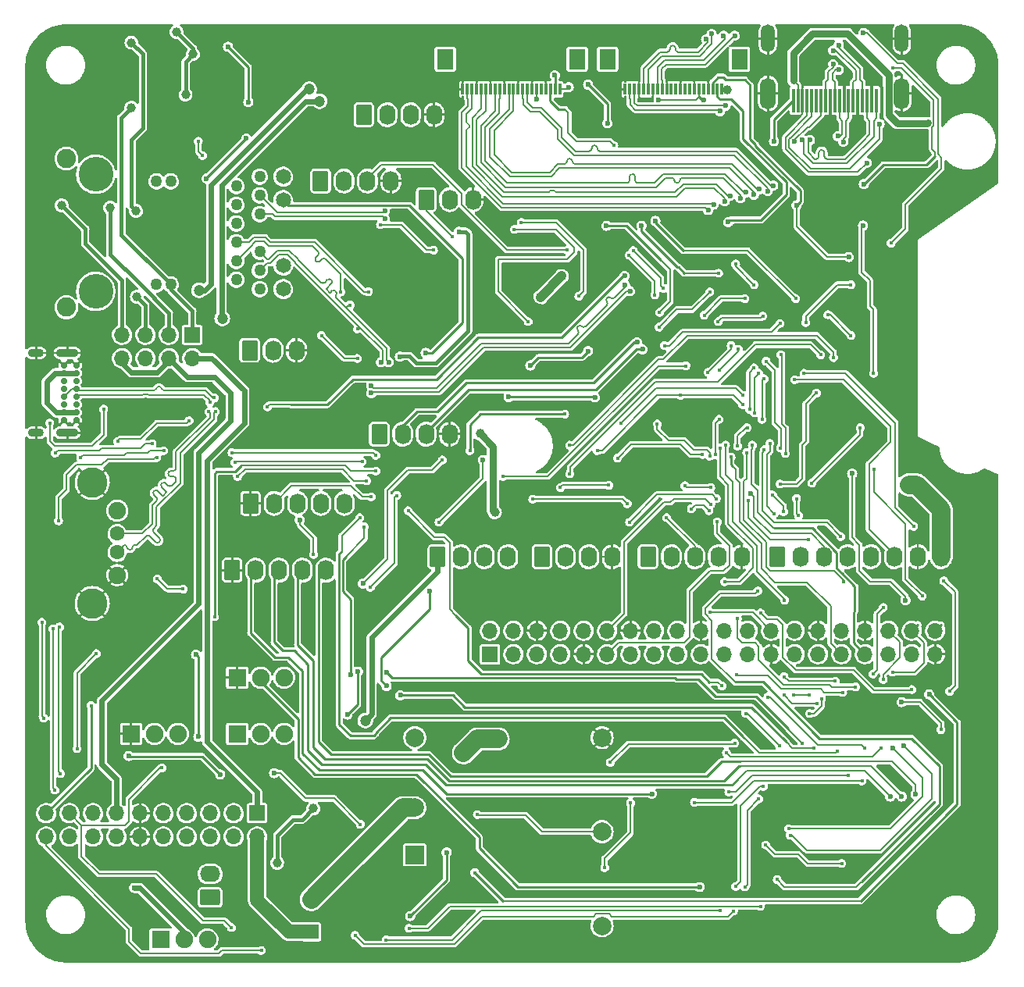
<source format=gbl>
%TF.GenerationSoftware,KiCad,Pcbnew,5.99.0-unknown-47cb7f53fd~143~ubuntu20.04.1*%
%TF.CreationDate,2021-11-23T21:30:27-08:00*%
%TF.ProjectId,acorn-motherboard,61636f72-6e2d-46d6-9f74-686572626f61,rev?*%
%TF.SameCoordinates,Original*%
%TF.FileFunction,Copper,L2,Bot*%
%TF.FilePolarity,Positive*%
%FSLAX46Y46*%
G04 Gerber Fmt 4.6, Leading zero omitted, Abs format (unit mm)*
G04 Created by KiCad (PCBNEW 5.99.0-unknown-47cb7f53fd~143~ubuntu20.04.1) date 2021-11-23 21:30:27*
%MOMM*%
%LPD*%
G01*
G04 APERTURE LIST*
G04 Aperture macros list*
%AMRoundRect*
0 Rectangle with rounded corners*
0 $1 Rounding radius*
0 $2 $3 $4 $5 $6 $7 $8 $9 X,Y pos of 4 corners*
0 Add a 4 corners polygon primitive as box body*
4,1,4,$2,$3,$4,$5,$6,$7,$8,$9,$2,$3,0*
0 Add four circle primitives for the rounded corners*
1,1,$1+$1,$2,$3*
1,1,$1+$1,$4,$5*
1,1,$1+$1,$6,$7*
1,1,$1+$1,$8,$9*
0 Add four rect primitives between the rounded corners*
20,1,$1+$1,$2,$3,$4,$5,0*
20,1,$1+$1,$4,$5,$6,$7,0*
20,1,$1+$1,$6,$7,$8,$9,0*
20,1,$1+$1,$8,$9,$2,$3,0*%
G04 Aperture macros list end*
%TA.AperFunction,ComponentPad*%
%ADD10RoundRect,0.250000X-0.620000X-0.850000X0.620000X-0.850000X0.620000X0.850000X-0.620000X0.850000X0*%
%TD*%
%TA.AperFunction,ComponentPad*%
%ADD11O,1.740000X2.200000*%
%TD*%
%TA.AperFunction,ComponentPad*%
%ADD12RoundRect,0.250000X0.850000X-0.620000X0.850000X0.620000X-0.850000X0.620000X-0.850000X-0.620000X0*%
%TD*%
%TA.AperFunction,ComponentPad*%
%ADD13O,2.200000X1.740000*%
%TD*%
%TA.AperFunction,ComponentPad*%
%ADD14C,1.270000*%
%TD*%
%TA.AperFunction,ComponentPad*%
%ADD15C,1.651000*%
%TD*%
%TA.AperFunction,ComponentPad*%
%ADD16C,3.759200*%
%TD*%
%TA.AperFunction,ComponentPad*%
%ADD17C,2.082800*%
%TD*%
%TA.AperFunction,ComponentPad*%
%ADD18C,0.700000*%
%TD*%
%TA.AperFunction,ComponentPad*%
%ADD19O,1.700000X0.900000*%
%TD*%
%TA.AperFunction,ComponentPad*%
%ADD20O,2.400000X0.900000*%
%TD*%
%TA.AperFunction,ComponentPad*%
%ADD21C,1.900000*%
%TD*%
%TA.AperFunction,ComponentPad*%
%ADD22C,1.600000*%
%TD*%
%TA.AperFunction,ComponentPad*%
%ADD23C,3.300000*%
%TD*%
%TA.AperFunction,ComponentPad*%
%ADD24R,2.000000X2.000000*%
%TD*%
%TA.AperFunction,ComponentPad*%
%ADD25C,2.000000*%
%TD*%
%TA.AperFunction,ComponentPad*%
%ADD26R,1.700000X1.700000*%
%TD*%
%TA.AperFunction,ComponentPad*%
%ADD27O,1.700000X1.700000*%
%TD*%
%TA.AperFunction,ComponentPad*%
%ADD28R,1.600000X1.600000*%
%TD*%
%TA.AperFunction,ComponentPad*%
%ADD29RoundRect,0.250000X-0.620000X-0.845000X0.620000X-0.845000X0.620000X0.845000X-0.620000X0.845000X0*%
%TD*%
%TA.AperFunction,ComponentPad*%
%ADD30O,1.740000X2.190000*%
%TD*%
%TA.AperFunction,ComponentPad*%
%ADD31R,1.900000X1.900000*%
%TD*%
%TA.AperFunction,SMDPad,CuDef*%
%ADD32R,0.300000X1.300000*%
%TD*%
%TA.AperFunction,SMDPad,CuDef*%
%ADD33R,1.800000X2.200000*%
%TD*%
%TA.AperFunction,SMDPad,CuDef*%
%ADD34R,0.300000X2.600000*%
%TD*%
%TA.AperFunction,ComponentPad*%
%ADD35O,1.700000X3.400000*%
%TD*%
%TA.AperFunction,ComponentPad*%
%ADD36O,1.500000X3.000000*%
%TD*%
%TA.AperFunction,ViaPad*%
%ADD37C,0.600000*%
%TD*%
%TA.AperFunction,ViaPad*%
%ADD38C,0.450000*%
%TD*%
%TA.AperFunction,ViaPad*%
%ADD39C,1.200000*%
%TD*%
%TA.AperFunction,ViaPad*%
%ADD40C,1.000000*%
%TD*%
%TA.AperFunction,Conductor*%
%ADD41C,0.200000*%
%TD*%
%TA.AperFunction,Conductor*%
%ADD42C,0.300000*%
%TD*%
%TA.AperFunction,Conductor*%
%ADD43C,0.400000*%
%TD*%
%TA.AperFunction,Conductor*%
%ADD44C,2.000000*%
%TD*%
%TA.AperFunction,Conductor*%
%ADD45C,1.000000*%
%TD*%
%TA.AperFunction,Conductor*%
%ADD46C,0.800000*%
%TD*%
%TA.AperFunction,Conductor*%
%ADD47C,0.250000*%
%TD*%
%TA.AperFunction,Conductor*%
%ADD48C,0.600000*%
%TD*%
%TA.AperFunction,Conductor*%
%ADD49C,1.500000*%
%TD*%
G04 APERTURE END LIST*
D10*
X121690000Y-49562275D03*
D11*
X124230000Y-49562275D03*
X126770000Y-49562275D03*
X129310000Y-49562275D03*
D12*
X105031061Y-134419725D03*
D13*
X105031061Y-131879725D03*
D10*
X117000000Y-56750000D03*
D11*
X119540000Y-56750000D03*
X122080000Y-56750000D03*
X124620000Y-56750000D03*
D14*
X107871061Y-67450000D03*
X107871061Y-65420002D03*
X107871061Y-63390000D03*
X107871061Y-61360002D03*
X107871061Y-59330001D03*
X107871061Y-57300003D03*
X110411061Y-68470000D03*
X110411061Y-66440002D03*
X110411061Y-64410001D03*
X110411061Y-60340002D03*
X110411061Y-58310001D03*
X110411061Y-56280003D03*
X100761061Y-67960000D03*
X100761061Y-56790003D03*
X99221061Y-67960000D03*
X99221061Y-56790003D03*
D15*
X112951061Y-68470000D03*
X112951061Y-65930002D03*
X112951061Y-58820001D03*
X112951061Y-56280003D03*
D16*
X92631061Y-68725001D03*
X92631061Y-56025001D03*
D17*
X89461061Y-70440002D03*
X89461061Y-54310001D03*
D18*
X90525000Y-76750000D03*
X90525000Y-77600000D03*
X90525000Y-78450000D03*
X90525000Y-79300000D03*
X90525000Y-80150000D03*
X90525000Y-81000000D03*
X90525000Y-81850000D03*
X90525000Y-82700000D03*
X89175000Y-82700000D03*
X89175000Y-81850000D03*
X89175000Y-81000000D03*
X89175000Y-80150000D03*
X89175000Y-79300000D03*
X89175000Y-78450000D03*
X89175000Y-77600000D03*
X89175000Y-76750000D03*
D19*
X86165000Y-75400000D03*
D20*
X89545000Y-75400000D03*
X89545000Y-84050000D03*
D19*
X86165000Y-84050000D03*
D21*
X94960000Y-92500000D03*
D22*
X94960000Y-95000000D03*
X94960000Y-97000000D03*
D21*
X94960000Y-99500000D03*
D23*
X92250000Y-89430000D03*
X92250000Y-102570000D03*
D10*
X123371061Y-84200000D03*
D11*
X125911061Y-84200000D03*
X128451061Y-84200000D03*
X130991061Y-84200000D03*
D24*
X127221061Y-129807725D03*
D25*
X127221061Y-124707725D03*
X147521061Y-137507725D03*
X147521061Y-127307725D03*
X147521061Y-117107725D03*
X127221061Y-117107725D03*
D26*
X110121061Y-125307725D03*
D27*
X110121061Y-127847725D03*
X107581061Y-125307725D03*
X107581061Y-127847725D03*
X105041061Y-125307725D03*
X105041061Y-127847725D03*
X102501061Y-125307725D03*
X102501061Y-127847725D03*
X99961061Y-125307725D03*
X99961061Y-127847725D03*
X97421061Y-125307725D03*
X97421061Y-127847725D03*
X94881061Y-125307725D03*
X94881061Y-127847725D03*
X92341061Y-125307725D03*
X92341061Y-127847725D03*
X89801061Y-125307725D03*
X89801061Y-127847725D03*
X87261061Y-125307725D03*
X87261061Y-127847725D03*
D10*
X152500000Y-97500000D03*
D11*
X155040000Y-97500000D03*
X157580000Y-97500000D03*
X160120000Y-97500000D03*
X162660000Y-97500000D03*
D10*
X141000000Y-97500000D03*
D11*
X143540000Y-97500000D03*
X146080000Y-97500000D03*
X148620000Y-97500000D03*
D10*
X166500000Y-97500000D03*
D11*
X169040000Y-97500000D03*
X171580000Y-97500000D03*
X174120000Y-97500000D03*
X176660000Y-97500000D03*
X179200000Y-97500000D03*
X181740000Y-97500000D03*
X184280000Y-97500000D03*
D10*
X109420000Y-91707725D03*
D11*
X111960000Y-91707725D03*
X114500000Y-91707725D03*
X117040000Y-91707725D03*
X119580000Y-91707725D03*
D28*
X116000000Y-138152651D03*
D22*
X116000000Y-134652651D03*
D10*
X107420000Y-98957725D03*
D11*
X109960000Y-98957725D03*
X112500000Y-98957725D03*
X115040000Y-98957725D03*
X117580000Y-98957725D03*
D10*
X129690000Y-97500000D03*
D11*
X132230000Y-97500000D03*
X134770000Y-97500000D03*
X137310000Y-97500000D03*
D29*
X109310000Y-75112275D03*
D30*
X111850000Y-75112275D03*
X114390000Y-75112275D03*
D31*
X96460000Y-116700000D03*
D21*
X99000000Y-116700000D03*
X101540000Y-116700000D03*
D26*
X103100000Y-73425000D03*
D27*
X103100000Y-75965000D03*
X100560000Y-73425000D03*
X100560000Y-75965000D03*
X98020000Y-73425000D03*
X98020000Y-75965000D03*
X95480000Y-73425000D03*
X95480000Y-75965000D03*
D29*
X128460000Y-58770000D03*
D30*
X131000000Y-58770000D03*
X133540000Y-58770000D03*
D31*
X107960000Y-116700000D03*
D21*
X110500000Y-116700000D03*
X113040000Y-116700000D03*
D31*
X99660000Y-139000000D03*
D21*
X102200000Y-139000000D03*
X104740000Y-139000000D03*
D31*
X107960000Y-110600000D03*
D21*
X110500000Y-110600000D03*
X113040000Y-110600000D03*
D26*
X135371061Y-108057725D03*
D27*
X135371061Y-105517725D03*
X137911061Y-108057725D03*
X137911061Y-105517725D03*
X140451061Y-108057725D03*
X140451061Y-105517725D03*
X142991061Y-108057725D03*
X142991061Y-105517725D03*
X145531061Y-108057725D03*
X145531061Y-105517725D03*
X148071061Y-108057725D03*
X148071061Y-105517725D03*
X150611061Y-108057725D03*
X150611061Y-105517725D03*
X153151061Y-108057725D03*
X153151061Y-105517725D03*
X155691061Y-108057725D03*
X155691061Y-105517725D03*
X158231061Y-108057725D03*
X158231061Y-105517725D03*
X160771061Y-108057725D03*
X160771061Y-105517725D03*
X163311061Y-108057725D03*
X163311061Y-105517725D03*
X165851061Y-108057725D03*
X165851061Y-105517725D03*
X168391061Y-108057725D03*
X168391061Y-105517725D03*
X170931061Y-108057725D03*
X170931061Y-105517725D03*
X173471061Y-108057725D03*
X173471061Y-105517725D03*
X176011061Y-108057725D03*
X176011061Y-105517725D03*
X178551061Y-108057725D03*
X178551061Y-105517725D03*
X181091061Y-108057725D03*
X181091061Y-105517725D03*
X183631061Y-108057725D03*
X183631061Y-105517725D03*
D32*
X150021061Y-46800000D03*
X150521061Y-46800000D03*
X151021061Y-46800000D03*
X151521061Y-46800000D03*
X152021061Y-46800000D03*
X152521061Y-46800000D03*
X153021061Y-46800000D03*
X153521061Y-46800000D03*
X154021061Y-46800000D03*
X154521061Y-46800000D03*
X155021061Y-46800000D03*
X155521061Y-46800000D03*
X156021061Y-46800000D03*
X156521061Y-46800000D03*
X157021061Y-46800000D03*
X157521061Y-46800000D03*
X158021061Y-46800000D03*
X158521061Y-46800000D03*
X159021061Y-46800000D03*
X159521061Y-46800000D03*
X160021061Y-46800000D03*
X160521061Y-46800000D03*
D33*
X162421061Y-43550000D03*
X148121061Y-43550000D03*
D34*
X177246061Y-48016750D03*
X176746061Y-48016750D03*
X176246061Y-48016750D03*
X175746061Y-48016750D03*
X175246061Y-48016750D03*
X174746061Y-48016750D03*
X174246061Y-48016750D03*
X173746061Y-48016750D03*
X173246061Y-48016750D03*
X172746061Y-48016750D03*
X172246061Y-48016750D03*
X171746061Y-48016750D03*
X171246061Y-48016750D03*
X170746061Y-48016750D03*
X170246061Y-48016750D03*
X169746061Y-48016750D03*
X169246061Y-48016750D03*
X168746061Y-48016750D03*
X168246061Y-48016750D03*
D35*
X165496061Y-47256750D03*
D36*
X165496061Y-41296750D03*
D35*
X179996061Y-47256750D03*
D36*
X179996061Y-41296750D03*
D32*
X132421061Y-46800000D03*
X132921061Y-46800000D03*
X133421061Y-46800000D03*
X133921061Y-46800000D03*
X134421061Y-46800000D03*
X134921061Y-46800000D03*
X135421061Y-46800000D03*
X135921061Y-46800000D03*
X136421061Y-46800000D03*
X136921061Y-46800000D03*
X137421061Y-46800000D03*
X137921061Y-46800000D03*
X138421061Y-46800000D03*
X138921061Y-46800000D03*
X139421061Y-46800000D03*
X139921061Y-46800000D03*
X140421061Y-46800000D03*
X140921061Y-46800000D03*
X141421061Y-46800000D03*
X141921061Y-46800000D03*
X142421061Y-46800000D03*
X142921061Y-46800000D03*
D33*
X144821061Y-43550000D03*
X130521061Y-43550000D03*
D37*
X180250000Y-51900000D03*
D38*
X157450000Y-88650000D03*
X100250000Y-78250000D03*
D37*
X178300000Y-51492275D03*
D39*
X130500000Y-41392275D03*
X108030000Y-106040000D03*
D38*
X170500000Y-131800000D03*
X165500000Y-83200000D03*
X156800000Y-82600000D03*
X159200000Y-88300000D03*
D39*
X146400000Y-41592275D03*
X113071061Y-84818332D03*
D37*
X155171061Y-87100000D03*
D38*
X160550000Y-52550000D03*
X171350000Y-52700000D03*
X169800000Y-131900000D03*
D37*
X167500000Y-54892275D03*
D39*
X103300000Y-105800000D03*
D37*
X171300000Y-44192275D03*
D39*
X154571061Y-120307725D03*
D38*
X109750000Y-79500000D03*
D39*
X154771061Y-129107725D03*
D38*
X165400000Y-51100000D03*
X159400000Y-51300000D03*
D39*
X154771061Y-124707725D03*
D38*
X170200000Y-83500000D03*
X161750000Y-52600000D03*
D37*
X167100000Y-51342275D03*
D38*
X101750000Y-78500000D03*
D39*
X138500000Y-41892275D03*
D38*
X166800000Y-88400000D03*
D40*
X172500000Y-114500000D03*
D39*
X149800000Y-131200000D03*
X166750000Y-128250000D03*
D37*
X174750000Y-59500000D03*
X155321061Y-83900000D03*
X123600000Y-69200000D03*
D38*
X159450000Y-52550000D03*
D39*
X116400000Y-122700000D03*
D37*
X99471061Y-103007725D03*
D38*
X169100000Y-132200000D03*
D37*
X105571061Y-52400000D03*
D38*
X99500000Y-84500000D03*
D37*
X174000000Y-45492275D03*
D39*
X149090000Y-112200000D03*
D38*
X168600000Y-86400000D03*
X157100000Y-51200000D03*
D40*
X97600000Y-98800000D03*
D38*
X174912139Y-83382428D03*
D37*
X118200000Y-61600000D03*
D39*
X167750000Y-123250000D03*
D38*
X164250000Y-51200000D03*
X157200000Y-52650000D03*
X161600000Y-83000000D03*
X164221061Y-86621061D03*
D39*
X155660000Y-45112275D03*
X173000000Y-93100000D03*
D38*
X158100000Y-52750000D03*
D37*
X171100000Y-51692275D03*
D38*
X160500000Y-51350000D03*
D39*
X154571061Y-111707725D03*
D38*
X158200000Y-85400000D03*
X163800000Y-83200000D03*
X168500000Y-83000000D03*
X97500000Y-106750000D03*
X158250000Y-51250000D03*
D39*
X154100000Y-41592275D03*
D38*
X169800000Y-131300000D03*
X169200000Y-131600000D03*
D39*
X154371061Y-116707725D03*
D38*
X161950000Y-51700000D03*
D37*
X175500000Y-51592275D03*
D38*
X167600000Y-82900000D03*
D37*
X148400000Y-63200000D03*
D40*
X182500000Y-115500000D03*
D38*
X174900000Y-52500000D03*
X169800000Y-86200000D03*
X162500000Y-88500000D03*
X181400000Y-89700000D03*
X141050000Y-69650000D03*
X135750000Y-117000000D03*
X143400000Y-67250000D03*
X132500000Y-118750000D03*
X142950000Y-66800000D03*
X136500000Y-117750000D03*
D40*
X161100000Y-46892275D03*
D37*
X143900000Y-46592275D03*
D38*
X140550000Y-69150000D03*
X181400000Y-90300000D03*
X133000000Y-118750000D03*
X180800000Y-90300000D03*
X136250000Y-117250000D03*
X180800000Y-89100000D03*
X180800000Y-89700000D03*
X132500000Y-118250000D03*
X134000000Y-125450000D03*
D40*
X116200000Y-124800000D03*
X134290000Y-84150000D03*
D37*
X132000000Y-62250000D03*
D40*
X135900000Y-92700000D03*
D37*
X125600000Y-75800000D03*
D40*
X112300000Y-130700000D03*
D38*
X159300000Y-91800000D03*
X179014309Y-110014309D03*
X167300000Y-102200000D03*
X160900000Y-85400000D03*
X159100000Y-92500000D03*
X157200000Y-92300000D03*
X165700000Y-85200000D03*
X160000000Y-93700000D03*
X166200000Y-92800000D03*
D39*
X116900000Y-48100000D03*
X106350000Y-71650000D03*
D37*
X103750000Y-117000000D03*
X103500000Y-108100000D03*
D38*
X166800000Y-89600000D03*
X122400000Y-100800000D03*
X125262502Y-90858880D03*
X144000000Y-88500000D03*
X171200000Y-75600000D03*
X170750000Y-79750000D03*
X162100000Y-110300000D03*
X173400000Y-95300000D03*
X178000000Y-103000000D03*
X165100000Y-85900000D03*
X173600000Y-112200000D03*
X176900000Y-110200000D03*
X164700000Y-103600000D03*
X160300000Y-85700000D03*
X160800000Y-100200000D03*
X181100000Y-111900000D03*
X167400000Y-86300000D03*
X153700000Y-72600000D03*
X129250000Y-64250000D03*
X159200000Y-68800000D03*
X166900000Y-75600000D03*
X123500000Y-61500000D03*
X166855500Y-85700000D03*
X143750000Y-64250000D03*
X165300000Y-76300000D03*
X164400000Y-101200000D03*
X110591236Y-140191236D03*
X164700000Y-135400000D03*
X126580000Y-137780000D03*
X166500000Y-132500000D03*
X175500000Y-83500000D03*
X170250000Y-89500000D03*
X168800000Y-93000000D03*
X168600000Y-91200000D03*
X167200000Y-92600000D03*
X166000000Y-90800000D03*
X164059763Y-81900000D03*
X168400000Y-78300000D03*
X164500000Y-77600000D03*
D37*
X163600000Y-90600000D03*
D38*
X163200000Y-86200000D03*
X173700000Y-100200000D03*
X163400000Y-91400000D03*
X169900000Y-95600000D03*
X161500000Y-86700000D03*
D37*
X123971061Y-59975000D03*
X123971061Y-60825000D03*
X124396061Y-76400000D03*
D38*
X120200000Y-70200000D03*
D37*
X123546061Y-76400000D03*
D38*
X121000000Y-72800000D03*
X122200000Y-68755400D03*
X119200000Y-68755400D03*
X149200000Y-86800000D03*
X158400000Y-86400000D03*
X159200000Y-86600000D03*
D37*
X146000000Y-75200000D03*
D38*
X153500000Y-83100000D03*
D37*
X139750000Y-76750000D03*
D40*
X102371061Y-47400000D03*
X101400000Y-40600000D03*
X103171061Y-43000000D03*
X94200000Y-59650000D03*
X96500000Y-48800000D03*
X88950000Y-59400000D03*
X96500000Y-41750000D03*
X97000000Y-60000000D03*
X97100000Y-69300000D03*
D38*
X105600000Y-81750000D03*
X104900000Y-81750000D03*
X105494976Y-80255024D03*
X105000000Y-80750000D03*
X111250000Y-81250000D03*
X95000000Y-85000000D03*
X102750000Y-82750000D03*
D37*
X149950000Y-67050000D03*
D38*
X121300000Y-126500000D03*
D37*
X182971061Y-112407725D03*
D38*
X90600000Y-118300000D03*
D37*
X96200000Y-119100000D03*
X111971061Y-120957725D03*
D38*
X92700000Y-108000000D03*
D37*
X106121061Y-121107725D03*
D38*
X182221061Y-101757725D03*
X133716668Y-131753332D03*
X177000000Y-87980000D03*
X123000000Y-88200000D03*
X105500000Y-104000000D03*
X172600000Y-75900000D03*
X144000000Y-85400000D03*
D37*
X175800000Y-61600000D03*
D38*
X176950000Y-77600000D03*
D37*
X150000000Y-68050000D03*
X122500000Y-78975000D03*
X150550000Y-68700000D03*
X122500000Y-79750000D03*
D38*
X165250000Y-128750000D03*
X184250000Y-116250000D03*
D37*
X180400000Y-102200000D03*
X158100000Y-133300000D03*
D38*
X173500000Y-130750000D03*
D37*
X174630000Y-88480000D03*
X180000000Y-113250000D03*
D39*
X121850000Y-115250000D03*
X115771061Y-46800000D03*
X103850000Y-68600000D03*
D37*
X96800000Y-133400000D03*
X151900000Y-75000000D03*
X151321061Y-74250000D03*
D38*
X160500000Y-111500000D03*
X122500000Y-91000000D03*
X166750000Y-118000000D03*
X126500000Y-92500000D03*
X163100000Y-114500000D03*
X157540000Y-124130000D03*
D37*
X152920000Y-123200000D03*
D38*
X175700000Y-121800000D03*
D37*
X114750000Y-93500000D03*
X124160000Y-110070000D03*
D38*
X169250000Y-117750000D03*
X116250000Y-97250000D03*
D37*
X178750000Y-123500000D03*
X125650000Y-112510000D03*
X120270000Y-110290000D03*
D38*
X121750000Y-94250000D03*
X170500000Y-118250000D03*
D37*
X180000000Y-123500000D03*
D38*
X121250000Y-93250000D03*
X173000000Y-118600000D03*
D37*
X181500000Y-123250000D03*
D38*
X170800000Y-113400000D03*
X167250000Y-112500000D03*
X168239706Y-112500000D03*
X100000000Y-86000000D03*
X121500000Y-87200000D03*
X91000000Y-86750000D03*
X88200000Y-122800000D03*
X148250000Y-89750000D03*
X88000000Y-105300000D03*
X170000000Y-112500000D03*
X107721411Y-87264175D03*
X143000000Y-90000000D03*
X154500000Y-93250000D03*
X172800000Y-111000000D03*
X170000000Y-114500000D03*
X99250000Y-86750000D03*
X88600000Y-93600000D03*
X150250000Y-91750000D03*
X88800000Y-121000000D03*
X122000000Y-89250000D03*
X88700000Y-105100000D03*
X167250000Y-110500000D03*
X140000000Y-91250000D03*
X108000000Y-88800000D03*
X171300000Y-112900000D03*
D37*
X180250000Y-118000000D03*
D38*
X167900000Y-127700000D03*
X167745311Y-126990621D03*
D37*
X179000000Y-118250000D03*
D38*
X161250000Y-123000000D03*
X174200000Y-121200000D03*
X181300000Y-94200000D03*
X165100000Y-78200000D03*
X185200000Y-112100000D03*
X164859763Y-82600000D03*
X184550000Y-100100000D03*
X169400000Y-77600000D03*
X161000000Y-118750000D03*
X177750000Y-118250000D03*
X165500000Y-112700000D03*
X176000000Y-118250000D03*
X162200000Y-104200000D03*
X156500000Y-89800000D03*
X175000000Y-111600000D03*
X178000000Y-110800000D03*
X159300000Y-90000000D03*
X163800000Y-85400000D03*
X160150000Y-66750000D03*
D37*
X151800000Y-61600000D03*
D38*
X163000000Y-69500000D03*
X158600000Y-71300000D03*
X161500000Y-74600000D03*
X159000000Y-77500000D03*
X136800000Y-88800000D03*
X88250000Y-86250000D03*
X123000000Y-86500000D03*
X107400000Y-86200000D03*
X156600000Y-76800000D03*
X98750000Y-85250000D03*
X87000000Y-115000000D03*
X86800000Y-104600000D03*
D37*
X140400000Y-47892275D03*
D38*
X168500000Y-69500000D03*
X172000000Y-71250000D03*
D37*
X153650000Y-47992275D03*
X153300000Y-61092275D03*
X158500000Y-47992275D03*
D38*
X174500000Y-73500000D03*
D37*
X134600000Y-87000000D03*
D38*
X138000000Y-62000000D03*
X149560691Y-83060691D03*
X164500000Y-123750000D03*
X120740000Y-138540000D03*
X129850000Y-93750000D03*
D37*
X146750000Y-80202275D03*
D38*
X161750000Y-135920000D03*
D37*
X121050000Y-109950000D03*
X124160000Y-111500000D03*
X128800000Y-101200000D03*
X119900000Y-114600000D03*
X137390000Y-80182275D03*
D38*
X139500000Y-72000000D03*
X162750000Y-80000000D03*
X99800000Y-120400000D03*
X163000000Y-133300000D03*
X107340000Y-137700000D03*
D37*
X121600000Y-100400000D03*
D38*
X133200000Y-86000000D03*
X160280000Y-135870000D03*
X130200000Y-87000000D03*
X124120000Y-139030000D03*
X92130000Y-113630000D03*
X165000000Y-122400000D03*
X145000000Y-69250000D03*
X138750000Y-61250000D03*
X156000000Y-80000000D03*
X143467725Y-82032275D03*
X162750000Y-81000000D03*
X147000000Y-86000000D03*
X162000000Y-133250000D03*
D37*
X182800000Y-50450000D03*
X182000000Y-50450000D03*
D38*
X159250000Y-103500000D03*
X150500000Y-93750000D03*
X159900000Y-91200000D03*
D37*
X160299479Y-49192796D03*
X160900521Y-48591754D03*
X158799479Y-41392796D03*
X159400521Y-40791754D03*
X160699479Y-40992796D03*
X161900000Y-41000000D03*
X159020540Y-59900521D03*
X159621582Y-59299479D03*
X160820540Y-58950521D03*
X161421582Y-58349479D03*
X162520540Y-58600521D03*
X163121582Y-57999479D03*
X163970540Y-58250521D03*
X164571582Y-57649479D03*
X165470540Y-57850521D03*
D38*
X162200000Y-85500000D03*
X164000000Y-77000000D03*
D37*
X174250000Y-64992275D03*
D38*
X169600000Y-72100000D03*
X174500000Y-68000000D03*
D37*
X168600000Y-59400000D03*
D38*
X163250000Y-83500000D03*
X163500000Y-81500000D03*
X160250000Y-77250000D03*
X164000000Y-68000000D03*
X164950000Y-71400000D03*
X162000000Y-65750000D03*
D37*
X161200000Y-61200000D03*
D38*
X160100000Y-72000000D03*
X162300000Y-75000000D03*
X131250000Y-62750000D03*
D37*
X166071582Y-57249479D03*
X166150000Y-52442275D03*
X176200000Y-54792275D03*
X177600000Y-50592275D03*
X168400000Y-52492275D03*
X172570540Y-44099479D03*
X173171582Y-44700521D03*
X173070540Y-51899479D03*
X173671582Y-52500521D03*
X172570540Y-42600521D03*
X173171582Y-41999479D03*
X170046061Y-52300000D03*
X169196061Y-52300000D03*
D38*
X148800000Y-52900000D03*
X150450000Y-64800000D03*
X153239309Y-69100000D03*
X154160628Y-68400000D03*
X150900000Y-64300000D03*
D37*
X148100000Y-50492275D03*
X142400000Y-45292275D03*
X146000000Y-46292275D03*
X148000000Y-61600000D03*
D38*
X153750000Y-71000000D03*
X103750000Y-52450000D03*
X104200000Y-54000000D03*
X102100000Y-101000000D03*
X99300000Y-99900000D03*
X179050000Y-44500000D03*
D37*
X175900000Y-57092275D03*
X104650000Y-56500000D03*
X108950000Y-52150000D03*
D38*
X178850000Y-63500000D03*
D37*
X175850000Y-40692275D03*
X130671061Y-129557725D03*
X126721061Y-136457725D03*
D38*
X93500000Y-81500000D03*
X87653939Y-83000000D03*
X121000000Y-76000000D03*
X117100000Y-73500000D03*
D37*
X128400000Y-75400000D03*
X109171061Y-48200000D03*
X106971061Y-42200000D03*
D38*
X154300000Y-74600000D03*
X166800000Y-72200000D03*
X159821061Y-86421061D03*
X160200000Y-82600000D03*
X150600000Y-124200000D03*
X148400000Y-119800000D03*
X147800000Y-131200000D03*
X161900000Y-117700000D03*
D41*
X138421061Y-46800000D02*
X138421061Y-45771214D01*
X176950000Y-46092275D02*
X177450000Y-46092275D01*
X153021061Y-47671214D02*
X152700000Y-47992275D01*
X177450000Y-46092275D02*
X177900000Y-46542275D01*
X167150000Y-51292275D02*
X167100000Y-51342275D01*
X136921061Y-46800000D02*
X136921061Y-45671214D01*
X151521061Y-45813336D02*
X151200000Y-45492275D01*
X156021061Y-45713336D02*
X156000000Y-45692275D01*
X154521061Y-45571214D02*
X154900000Y-45192275D01*
X169246061Y-47986750D02*
X169246061Y-46246214D01*
D42*
X175246061Y-47986750D02*
X175246061Y-51338336D01*
D41*
X169246061Y-47986750D02*
X169246061Y-49496214D01*
X133921061Y-46800000D02*
X133921061Y-45713336D01*
X159021061Y-45513336D02*
X159000000Y-45492275D01*
X176746061Y-47986750D02*
X176746061Y-46296214D01*
X157521061Y-46800000D02*
X157521061Y-45613336D01*
D42*
X176746061Y-46338336D02*
X176600000Y-46192275D01*
D41*
X177900000Y-49942275D02*
X178300000Y-50342275D01*
X177900000Y-46542275D02*
X177900000Y-49942275D01*
X139921061Y-46800000D02*
X139921061Y-45471214D01*
X135421061Y-46800000D02*
X135421061Y-45613336D01*
X167450000Y-51292275D02*
X167150000Y-51292275D01*
X176746061Y-46296214D02*
X176950000Y-46092275D01*
X169246061Y-49496214D02*
X169150000Y-49592275D01*
D43*
X173746061Y-45746214D02*
X174000000Y-45492275D01*
D41*
X169246061Y-46246214D02*
X169400000Y-46092275D01*
X132421061Y-45671214D02*
X132500000Y-45592275D01*
X178300000Y-50342275D02*
X178300000Y-51492275D01*
X159021061Y-46800000D02*
X159021061Y-45513336D01*
D43*
X172246061Y-49946214D02*
X172200000Y-49992275D01*
D41*
X151521061Y-47713336D02*
X151521061Y-46800000D01*
X141421061Y-46800000D02*
X141421061Y-45713336D01*
X141421061Y-45713336D02*
X141300000Y-45592275D01*
X169150000Y-49592275D02*
X167450000Y-51292275D01*
D42*
X176746061Y-47986750D02*
X176746061Y-46338336D01*
D41*
X133921061Y-45713336D02*
X133800000Y-45592275D01*
X132421061Y-46800000D02*
X132421061Y-45671214D01*
X153021061Y-46800000D02*
X153021061Y-47671214D01*
D43*
X175246061Y-51338336D02*
X175500000Y-51592275D01*
D42*
X173746061Y-47986750D02*
X173746061Y-45746214D01*
D41*
X156021061Y-46800000D02*
X156021061Y-45713336D01*
X124612275Y-56512275D02*
X124230000Y-56512275D01*
X157521061Y-45613336D02*
X157500000Y-45592275D01*
X154521061Y-46800000D02*
X154521061Y-45571214D01*
X138421061Y-45771214D02*
X138500000Y-45692275D01*
D43*
X176600000Y-45892275D02*
X176700000Y-45792275D01*
D42*
X172246061Y-47986750D02*
X172246061Y-49946214D01*
D43*
X176600000Y-46192275D02*
X176600000Y-45892275D01*
D41*
X139921061Y-45471214D02*
X140000000Y-45392275D01*
X152700000Y-47992275D02*
X151800000Y-47992275D01*
X136921061Y-45671214D02*
X137100000Y-45492275D01*
X151521061Y-46800000D02*
X151521061Y-45813336D01*
X151800000Y-47992275D02*
X151521061Y-47713336D01*
X135421061Y-45613336D02*
X135400000Y-45592275D01*
D44*
X134000000Y-117250000D02*
X132500000Y-118750000D01*
X181900000Y-90000000D02*
X181600000Y-89700000D01*
X181600000Y-89700000D02*
X180800000Y-89700000D01*
D45*
X143150000Y-67050000D02*
X140850000Y-69350000D01*
D41*
X143692275Y-46800000D02*
X143900000Y-46592275D01*
D44*
X136250000Y-117250000D02*
X134000000Y-117250000D01*
D43*
X160521061Y-46800000D02*
X161007725Y-46800000D01*
D44*
X184280000Y-97500000D02*
X184280000Y-92380000D01*
D43*
X161007725Y-46800000D02*
X161100000Y-46892275D01*
D41*
X142921061Y-46800000D02*
X143692275Y-46800000D01*
D44*
X184280000Y-92380000D02*
X181900000Y-90000000D01*
D41*
X139200000Y-125500000D02*
X141007725Y-127307725D01*
X134000000Y-125450000D02*
X134050000Y-125500000D01*
X141007725Y-127307725D02*
X147521061Y-127307725D01*
X134050000Y-125500000D02*
X139200000Y-125500000D01*
D43*
X125650000Y-75750000D02*
X126650000Y-75750000D01*
X115000000Y-126000000D02*
X114000000Y-126000000D01*
X112300000Y-127700000D02*
X112300000Y-130700000D01*
X126650000Y-75750000D02*
X127400000Y-76500000D01*
X132750000Y-62250000D02*
X132000000Y-62250000D01*
X116200000Y-124800000D02*
X115000000Y-126000000D01*
D46*
X135671540Y-92471540D02*
X135900000Y-92700000D01*
D43*
X133000000Y-73000000D02*
X133000000Y-62500000D01*
X127400000Y-76500000D02*
X129500000Y-76500000D01*
X114000000Y-126000000D02*
X112300000Y-127700000D01*
X133000000Y-62500000D02*
X132750000Y-62250000D01*
X129500000Y-76500000D02*
X133000000Y-73000000D01*
D46*
X135671540Y-85531540D02*
X135671540Y-92471540D01*
X134290000Y-84150000D02*
X135671540Y-85531540D01*
D43*
X125600000Y-75800000D02*
X125650000Y-75750000D01*
D41*
X158700000Y-91200000D02*
X155300000Y-91200000D01*
X159300000Y-91800000D02*
X158700000Y-91200000D01*
X149900000Y-103688786D02*
X148071061Y-105517725D01*
X154900000Y-91600000D02*
X154200000Y-91600000D01*
X154200000Y-91600000D02*
X149900000Y-95900000D01*
X155300000Y-91200000D02*
X154900000Y-91600000D01*
X149900000Y-95900000D02*
X149900000Y-103688786D01*
X181385691Y-110014309D02*
X179014309Y-110014309D01*
X182400000Y-106826664D02*
X182400000Y-109000000D01*
X182400000Y-109000000D02*
X181385691Y-110014309D01*
X181091061Y-105517725D02*
X182400000Y-106826664D01*
D47*
X181771061Y-104837725D02*
X181091061Y-105517725D01*
D41*
X161675969Y-93675969D02*
X164300000Y-96300000D01*
X167300000Y-102100000D02*
X167300000Y-102200000D01*
X160900000Y-85400000D02*
X160900000Y-88600000D01*
X164300000Y-99100000D02*
X167300000Y-102100000D01*
X160900000Y-88600000D02*
X161675969Y-89375969D01*
X164300000Y-96300000D02*
X164300000Y-99100000D01*
X161675969Y-89375969D02*
X161675969Y-93675969D01*
D47*
X184271061Y-104877725D02*
X183631061Y-105517725D01*
D41*
X157600000Y-91900000D02*
X157200000Y-92300000D01*
X158500000Y-91900000D02*
X157600000Y-91900000D01*
X159100000Y-92500000D02*
X158500000Y-91900000D01*
X160700000Y-99000000D02*
X161300000Y-98400000D01*
X165400000Y-92000000D02*
X165400000Y-86400000D01*
X165400000Y-86400000D02*
X165700000Y-86100000D01*
X160000000Y-95000000D02*
X160000000Y-93700000D01*
X165700000Y-86100000D02*
X165700000Y-85200000D01*
X159200000Y-99000000D02*
X160700000Y-99000000D01*
X156400000Y-106800000D02*
X157000000Y-106200000D01*
X157000000Y-106200000D02*
X157000000Y-101200000D01*
X166200000Y-92800000D02*
X165400000Y-92000000D01*
X148071061Y-108057725D02*
X149328786Y-106800000D01*
X161300000Y-96300000D02*
X160000000Y-95000000D01*
X149328786Y-106800000D02*
X156400000Y-106800000D01*
X161300000Y-98400000D02*
X161300000Y-96300000D01*
X157000000Y-101200000D02*
X159200000Y-99000000D01*
D48*
X110121061Y-125307725D02*
X110121061Y-123007725D01*
D49*
X110121061Y-127847725D02*
X110121061Y-134721061D01*
D48*
X106270572Y-57225339D02*
X115395911Y-48100000D01*
X106350000Y-71650000D02*
X106270572Y-71570572D01*
X110121061Y-123007725D02*
X104700000Y-117586664D01*
X106270572Y-71570572D02*
X106270572Y-57225339D01*
D49*
X113552651Y-138152651D02*
X116000000Y-138152651D01*
D48*
X104700000Y-87050000D02*
X108750000Y-83000000D01*
X105215000Y-75965000D02*
X103100000Y-75965000D01*
X108750000Y-79500000D02*
X105215000Y-75965000D01*
X108750000Y-83000000D02*
X108750000Y-79500000D01*
X104700000Y-117586664D02*
X104700000Y-87050000D01*
X115395911Y-48100000D02*
X116900000Y-48100000D01*
D49*
X110121061Y-134721061D02*
X113552651Y-138152651D01*
D41*
X169200000Y-89000000D02*
X169200000Y-85400000D01*
X164100000Y-74500000D02*
X160080490Y-78519510D01*
X166800000Y-89600000D02*
X168600000Y-89600000D01*
X125000000Y-98200000D02*
X125000000Y-91000000D01*
X125141120Y-90858880D02*
X125262502Y-90858880D01*
X122400000Y-100800000D02*
X125000000Y-98200000D01*
X153332346Y-78519510D02*
X144051856Y-87800000D01*
X125000000Y-91000000D02*
X125141120Y-90858880D01*
X169200000Y-85400000D02*
X169600000Y-85000000D01*
X144051856Y-88448144D02*
X144000000Y-88500000D01*
X144051856Y-87800000D02*
X144051856Y-88448144D01*
X169600000Y-80900000D02*
X170750000Y-79750000D01*
X160080490Y-78519510D02*
X153332346Y-78519510D01*
X169600000Y-85000000D02*
X169600000Y-80900000D01*
X170100000Y-74500000D02*
X164100000Y-74500000D01*
D47*
X103750000Y-117000000D02*
X103750000Y-108350000D01*
D41*
X168600000Y-89600000D02*
X169200000Y-89000000D01*
X171200000Y-75600000D02*
X170100000Y-74500000D01*
D47*
X103750000Y-108350000D02*
X103500000Y-108100000D01*
D41*
X177300000Y-109800000D02*
X176900000Y-110200000D01*
X171578620Y-112200000D02*
X173600000Y-112200000D01*
X178000000Y-103000000D02*
X177300000Y-103700000D01*
X162100000Y-110300000D02*
X162200000Y-110400000D01*
X171900000Y-93800000D02*
X173400000Y-95300000D01*
X165448144Y-110400000D02*
X166892644Y-111844500D01*
X166892644Y-111844500D02*
X171223120Y-111844500D01*
X165100000Y-86000000D02*
X164900000Y-86200000D01*
X164900000Y-92500000D02*
X166200000Y-93800000D01*
X162200000Y-110400000D02*
X165448144Y-110400000D01*
X166200000Y-93800000D02*
X171900000Y-93800000D01*
X171223120Y-111844500D02*
X171578620Y-112200000D01*
X164900000Y-86200000D02*
X164900000Y-92500000D01*
X177300000Y-103700000D02*
X177300000Y-109800000D01*
X165100000Y-85900000D02*
X165100000Y-86000000D01*
X162850000Y-99750000D02*
X162400000Y-100200000D01*
X160300000Y-85700000D02*
X160300000Y-88800000D01*
X163879520Y-98720480D02*
X162850000Y-99750000D01*
X163879520Y-96579520D02*
X163879520Y-98720480D01*
X166500000Y-104300000D02*
X165400000Y-104300000D01*
X162400000Y-100200000D02*
X160800000Y-100200000D01*
X161200000Y-93900000D02*
X163879520Y-96579520D01*
X165400000Y-104300000D02*
X164700000Y-103600000D01*
X167100000Y-104900000D02*
X166500000Y-104300000D01*
X174800000Y-109800000D02*
X168500000Y-109800000D01*
X167100000Y-108400000D02*
X167100000Y-104900000D01*
X162800000Y-99800000D02*
X162850000Y-99750000D01*
X181000000Y-112000000D02*
X177000000Y-112000000D01*
X168500000Y-109800000D02*
X167100000Y-108400000D01*
X181100000Y-111900000D02*
X181000000Y-112000000D01*
X177000000Y-112000000D02*
X174800000Y-109800000D01*
X161200000Y-89700000D02*
X161200000Y-93900000D01*
X160300000Y-88800000D02*
X161200000Y-89700000D01*
X157300000Y-70700000D02*
X155600000Y-70700000D01*
X167000000Y-83100000D02*
X167000000Y-75700000D01*
X167400000Y-86300000D02*
X167400000Y-83500000D01*
X123500000Y-61500000D02*
X125750000Y-61500000D01*
X125750000Y-61500000D02*
X128500000Y-64250000D01*
X167000000Y-75700000D02*
X166900000Y-75600000D01*
X167400000Y-83500000D02*
X167000000Y-83100000D01*
X155600000Y-70700000D02*
X153700000Y-72600000D01*
X128500000Y-64250000D02*
X129250000Y-64250000D01*
X159200000Y-68800000D02*
X157300000Y-70700000D01*
X165300000Y-76300000D02*
X166250000Y-77250000D01*
X132300000Y-59338240D02*
X137211760Y-64250000D01*
X166250000Y-82950000D02*
X166900000Y-83600000D01*
X122080000Y-56520000D02*
X123600000Y-55000000D01*
X123600000Y-55000000D02*
X129200000Y-55000000D01*
X166900000Y-83600000D02*
X166900000Y-85655500D01*
X122080000Y-56750000D02*
X122080000Y-56520000D01*
X166900000Y-85655500D02*
X166855500Y-85700000D01*
X166250000Y-77250000D02*
X166250000Y-82950000D01*
X129200000Y-55000000D02*
X132300000Y-58100000D01*
X137211760Y-64250000D02*
X143750000Y-64250000D01*
X132300000Y-58100000D02*
X132300000Y-59338240D01*
X164700000Y-135400000D02*
X131000000Y-135400000D01*
X97500000Y-140500000D02*
X96250000Y-139250000D01*
X87261061Y-128861061D02*
X87261061Y-127847725D01*
X106308764Y-140191236D02*
X106000000Y-140500000D01*
X164400000Y-101200000D02*
X164150000Y-101450000D01*
X167300000Y-133300000D02*
X166500000Y-132500000D01*
X158700000Y-103098144D02*
X158700000Y-103689310D01*
X158700000Y-103689310D02*
X159430489Y-104419799D01*
D47*
X184070000Y-120180000D02*
X184070000Y-124320000D01*
D41*
X160348144Y-101450000D02*
X158700000Y-103098144D01*
X96250000Y-137850000D02*
X87261061Y-128861061D01*
X175640000Y-132750000D02*
X175090000Y-133300000D01*
X110591236Y-140191236D02*
X106308764Y-140191236D01*
X159430489Y-104419799D02*
X159430489Y-108560489D01*
D47*
X171100000Y-117200000D02*
X181090000Y-117200000D01*
D41*
X159430489Y-108560489D02*
X161950000Y-111080000D01*
D47*
X161950000Y-111080000D02*
X164980000Y-111080000D01*
D41*
X175090000Y-133300000D02*
X167300000Y-133300000D01*
X96250000Y-139250000D02*
X96250000Y-137850000D01*
X128620000Y-137780000D02*
X126580000Y-137780000D01*
D47*
X181090000Y-117200000D02*
X184070000Y-120180000D01*
X184070000Y-124320000D02*
X175640000Y-132750000D01*
X164980000Y-111080000D02*
X171100000Y-117200000D01*
D41*
X106000000Y-140500000D02*
X97500000Y-140500000D01*
X131000000Y-135400000D02*
X128620000Y-137780000D01*
X164150000Y-101450000D02*
X160348144Y-101450000D01*
X170250000Y-89500000D02*
X175500000Y-84250000D01*
X168600000Y-92800000D02*
X168800000Y-93000000D01*
X168600000Y-91200000D02*
X168600000Y-92800000D01*
X175500000Y-84250000D02*
X175500000Y-83500000D01*
X167200000Y-92600000D02*
X167200000Y-92000000D01*
X167200000Y-92000000D02*
X166000000Y-90800000D01*
X179200000Y-97270000D02*
X176455489Y-94525489D01*
X178800000Y-85090000D02*
X178800000Y-83400000D01*
X178800000Y-83400000D02*
X173700000Y-78300000D01*
X179200000Y-97500000D02*
X179200000Y-97270000D01*
X176455489Y-87434511D02*
X178800000Y-85090000D01*
X173700000Y-78300000D02*
X168400000Y-78300000D01*
X164500000Y-77700000D02*
X164059763Y-78140237D01*
X164500000Y-77600000D02*
X164500000Y-77700000D01*
X164059763Y-78140237D02*
X164059763Y-81900000D01*
X176455489Y-94525489D02*
X176455489Y-87434511D01*
X171580000Y-96380000D02*
X171580000Y-97500000D01*
X163600000Y-90600000D02*
X163950480Y-90950480D01*
X170200000Y-95000000D02*
X171580000Y-96380000D01*
X165800000Y-95000000D02*
X170200000Y-95000000D01*
X163950480Y-90950480D02*
X163950480Y-93150480D01*
X163950480Y-93150480D02*
X165800000Y-95000000D01*
X173700000Y-100029652D02*
X173700000Y-100200000D01*
X172670348Y-99000000D02*
X173700000Y-100029652D01*
X162900000Y-89300000D02*
X162900000Y-93500000D01*
X165700000Y-99000000D02*
X172670348Y-99000000D01*
X165300000Y-98600000D02*
X165700000Y-99000000D01*
X163200000Y-86200000D02*
X163200000Y-89000000D01*
X162900000Y-93500000D02*
X165300000Y-95900000D01*
X165300000Y-95900000D02*
X165300000Y-98600000D01*
X163200000Y-89000000D02*
X162900000Y-89300000D01*
X163400000Y-93294296D02*
X165705704Y-95600000D01*
X163400000Y-91400000D02*
X163400000Y-93294296D01*
X165705704Y-95600000D02*
X169900000Y-95600000D01*
X166250000Y-100250000D02*
X169750000Y-100250000D01*
X162400000Y-89419520D02*
X162400000Y-93700000D01*
X169750000Y-100250000D02*
X172300000Y-102800000D01*
X172300000Y-106886664D02*
X173471061Y-108057725D01*
D47*
X161500000Y-86700000D02*
X161500000Y-87500000D01*
D41*
X161700000Y-87700000D02*
X161995489Y-87995489D01*
X164800000Y-98800000D02*
X166250000Y-100250000D01*
X161995489Y-87995489D02*
X161995489Y-89015009D01*
X172300000Y-102800000D02*
X172300000Y-106886664D01*
X162400000Y-93700000D02*
X164800000Y-96100000D01*
X164800000Y-96100000D02*
X164800000Y-98800000D01*
D47*
X161500000Y-87500000D02*
X161700000Y-87700000D01*
D41*
X161995489Y-89015009D02*
X162400000Y-89419520D01*
X112276059Y-60174999D02*
X110411061Y-58310001D01*
X123971061Y-59975000D02*
X123771062Y-60174999D01*
X123771062Y-60174999D02*
X112276059Y-60174999D01*
X123971061Y-60825000D02*
X123771062Y-60625001D01*
X112089664Y-60625001D02*
X111804665Y-60340002D01*
X123771062Y-60625001D02*
X112089664Y-60625001D01*
X111804665Y-60340002D02*
X110411061Y-60340002D01*
X117468894Y-67755370D02*
X117743858Y-67480403D01*
X118069933Y-68851382D02*
X118069933Y-68851383D01*
X118069933Y-68851383D02*
X118260447Y-68660865D01*
X112277962Y-64305000D02*
X113624160Y-64305000D01*
X111382962Y-65200000D02*
X112277962Y-64305000D01*
X124196062Y-74906801D02*
X124196062Y-76200001D01*
X118570768Y-68660866D02*
X118570769Y-68660866D01*
X119744630Y-70455370D02*
X124196062Y-74906801D01*
X114576063Y-65286802D02*
X117044630Y-67755370D01*
X118570769Y-68660866D02*
X118684712Y-68774809D01*
X117645670Y-68497830D02*
X117645669Y-68497830D01*
X111201061Y-65200000D02*
X111382962Y-65200000D01*
X118168122Y-67904668D02*
X117645669Y-68427119D01*
X120200000Y-70200000D02*
X120000000Y-70200000D01*
X118168122Y-67904667D02*
X118168122Y-67904668D01*
X120000000Y-70200000D02*
X119744630Y-70455370D01*
X117645669Y-68497830D02*
X117999222Y-68851383D01*
X118684713Y-69395449D02*
X118684711Y-69395450D01*
X118684711Y-69395450D02*
X119744630Y-70455370D01*
X113624160Y-64305000D02*
X114576063Y-65256903D01*
X110411061Y-64410001D02*
X111201061Y-65200000D01*
X114576063Y-65256903D02*
X114576063Y-65286802D01*
X118684711Y-69085130D02*
X118684713Y-69085129D01*
X124196062Y-76200001D02*
X124396061Y-76400000D01*
X117468893Y-67755369D02*
G75*
G02*
X117044631Y-67755369I-212131J212131D01*
G01*
X118168121Y-67904666D02*
G75*
G03*
X118168121Y-67480404I-212131J212131D01*
G01*
X118684711Y-69085130D02*
G75*
G03*
X118684712Y-68774809I-155160J155161D01*
G01*
X118168121Y-67480404D02*
G75*
G03*
X117743859Y-67480404I-212131J-212131D01*
G01*
X118570768Y-68660866D02*
G75*
G03*
X118260447Y-68660865I-155161J-155160D01*
G01*
X118684714Y-69395448D02*
G75*
G02*
X118684714Y-69085130I155157J155159D01*
G01*
X118069932Y-68851381D02*
G75*
G02*
X117999223Y-68851382I-35355J35355D01*
G01*
X117645671Y-68497829D02*
G75*
G02*
X117645670Y-68427120I35355J35355D01*
G01*
X114302863Y-65620086D02*
X114302863Y-65650002D01*
X111201061Y-65650002D02*
X111569343Y-65650002D01*
X114302863Y-65650002D02*
X121326430Y-72673570D01*
X113437768Y-64754991D02*
X114302863Y-65620086D01*
X123746060Y-75093199D02*
X123746060Y-76200001D01*
X121000000Y-72800000D02*
X121200000Y-72800000D01*
X111569343Y-65650002D02*
X112464354Y-64754991D01*
X121200000Y-72800000D02*
X121326430Y-72673570D01*
X123746060Y-76200001D02*
X123546061Y-76400000D01*
X110411061Y-66440002D02*
X111201061Y-65650002D01*
X112464354Y-64754991D02*
X113437768Y-64754991D01*
X121326430Y-72673570D02*
X123746060Y-75093199D01*
X111046673Y-62875499D02*
X111561175Y-63390000D01*
X111561175Y-63390000D02*
X116345461Y-63390000D01*
X109775448Y-62875499D02*
X111046673Y-62875499D01*
X107871061Y-63390000D02*
X109260947Y-63390000D01*
X109260947Y-63390000D02*
X109775448Y-62875499D01*
X116345461Y-63390000D02*
X121710861Y-68755400D01*
X121710861Y-68755400D02*
X122200000Y-68755400D01*
X109326550Y-63964513D02*
X107871061Y-65420002D01*
X117135266Y-65240467D02*
X116921497Y-65454237D01*
X116497232Y-65029972D02*
X116497232Y-65029971D01*
X109326550Y-63960781D02*
X109326550Y-63964513D01*
X116711003Y-64391939D02*
X116159065Y-63840001D01*
X109961841Y-63325490D02*
X109326550Y-63960781D01*
X119200000Y-66880936D02*
X117559532Y-65240468D01*
X116711002Y-64391938D02*
X116711003Y-64391939D01*
X110860281Y-63325490D02*
X109961841Y-63325490D01*
X116159065Y-63840001D02*
X111374792Y-63840001D01*
X119200000Y-68755400D02*
X119200000Y-66880936D01*
X117135267Y-65240467D02*
X117135266Y-65240467D01*
X111374792Y-63840001D02*
X110860281Y-63325490D01*
X116497232Y-65029971D02*
X116711002Y-64816202D01*
X116497232Y-65029972D02*
G75*
G03*
X116497233Y-65454237I212128J-212132D01*
G01*
X116497234Y-65454236D02*
G75*
G03*
X116921496Y-65454236I212131J212131D01*
G01*
X116711001Y-64391939D02*
G75*
G02*
X116711001Y-64816201I-212131J-212131D01*
G01*
X117135267Y-65240467D02*
G75*
G02*
X117559532Y-65240468I212132J-212128D01*
G01*
X150700000Y-85300000D02*
X149200000Y-86800000D01*
X157100000Y-86400000D02*
X156500000Y-85800000D01*
X158400000Y-86400000D02*
X157100000Y-86400000D01*
X156000000Y-85300000D02*
X152400000Y-85300000D01*
X156500000Y-85800000D02*
X156000000Y-85300000D01*
X152400000Y-85300000D02*
X150700000Y-85300000D01*
X158895489Y-85904511D02*
X157404511Y-85904511D01*
X157404511Y-85904511D02*
X157400000Y-85900000D01*
D47*
X139750000Y-76750000D02*
X140600000Y-75900000D01*
D41*
X158900000Y-85900000D02*
X158895489Y-85904511D01*
D47*
X145300000Y-75900000D02*
X146000000Y-75200000D01*
D41*
X154700000Y-84900000D02*
X153500000Y-83700000D01*
X159200000Y-86200000D02*
X158900000Y-85900000D01*
X156400000Y-84900000D02*
X156300000Y-84900000D01*
X157400000Y-85900000D02*
X156400000Y-84900000D01*
X153500000Y-83700000D02*
X153500000Y-83100000D01*
D47*
X140600000Y-75900000D02*
X145300000Y-75900000D01*
D41*
X156300000Y-84900000D02*
X154700000Y-84900000D01*
X159200000Y-86600000D02*
X159200000Y-86200000D01*
D43*
X102371061Y-47400000D02*
X102371061Y-43800000D01*
X103171061Y-43000000D02*
X103171061Y-42371061D01*
X103171061Y-42371061D02*
X101700000Y-40900000D01*
X102371061Y-43800000D02*
X103171061Y-43000000D01*
X101700000Y-40900000D02*
X101400000Y-40600000D01*
X100560000Y-73425000D02*
X100560000Y-71060000D01*
X94200000Y-64700000D02*
X94200000Y-59650000D01*
X97400000Y-67900000D02*
X94200000Y-64700000D01*
X100560000Y-71060000D02*
X97400000Y-67900000D01*
X103100000Y-73425000D02*
X103100000Y-70850000D01*
X95400000Y-49900000D02*
X95400000Y-62598939D01*
X96500000Y-48800000D02*
X95400000Y-49900000D01*
X103100000Y-70850000D02*
X100761061Y-68511061D01*
X100761061Y-68511061D02*
X100761061Y-67960000D01*
X95400000Y-62598939D02*
X100761061Y-67960000D01*
X95480000Y-67530000D02*
X91900000Y-63950000D01*
X91500000Y-62400000D02*
X91500000Y-61950000D01*
X91500000Y-61950000D02*
X88950000Y-59400000D01*
X91500000Y-63550000D02*
X91500000Y-62400000D01*
X95480000Y-73425000D02*
X95480000Y-67530000D01*
X91900000Y-63950000D02*
X91500000Y-63550000D01*
X96500000Y-59500000D02*
X96500000Y-52250000D01*
X96500000Y-52250000D02*
X97750000Y-51000000D01*
X97000000Y-60000000D02*
X96500000Y-59500000D01*
X98020000Y-73425000D02*
X98020000Y-70220000D01*
X98020000Y-70220000D02*
X97100000Y-69300000D01*
X97750000Y-51000000D02*
X97750000Y-43000000D01*
X97750000Y-43000000D02*
X96500000Y-41750000D01*
D48*
X88225000Y-77600000D02*
X89175000Y-77600000D01*
X87325000Y-78500000D02*
X88225000Y-77600000D01*
X90525000Y-81850000D02*
X89175000Y-81850000D01*
X87325000Y-80800000D02*
X87325000Y-78500000D01*
X89175000Y-81850000D02*
X88375000Y-81850000D01*
X89175000Y-77600000D02*
X90525000Y-77600000D01*
X88375000Y-81850000D02*
X87325000Y-80800000D01*
D41*
X96871241Y-96225001D02*
X97093199Y-96225001D01*
X94960000Y-97000000D02*
X95734999Y-96225001D01*
X105475000Y-82593200D02*
X105475001Y-81874999D01*
X95734999Y-96225001D02*
X95774999Y-96225001D01*
X99225000Y-92093200D02*
X101796062Y-89522138D01*
X105475001Y-81874999D02*
X105600000Y-81750000D01*
X99545496Y-95469763D02*
X98909099Y-94833366D01*
X99225000Y-94093200D02*
X99225000Y-92093200D01*
X101796062Y-89522138D02*
X101796062Y-86272138D01*
X98909099Y-94833366D02*
X98909100Y-94833366D01*
X96271241Y-96721243D02*
X96374999Y-96721243D01*
X101796062Y-86272138D02*
X105475000Y-82593200D01*
X98909100Y-94409100D02*
X99225000Y-94093200D01*
X98484836Y-95257631D02*
X99121232Y-95894027D01*
X97093199Y-96225001D02*
X98060572Y-95257631D01*
X98484835Y-95257632D02*
G75*
G03*
X98060573Y-95257632I-212131J-212131D01*
G01*
X96023120Y-96473122D02*
G75*
G03*
X95774999Y-96225001I-248121J0D01*
G01*
X99545495Y-95469764D02*
G75*
G02*
X99545495Y-95894026I-212131J-212131D01*
G01*
X96623120Y-96473122D02*
G75*
G02*
X96374999Y-96721243I-248121J0D01*
G01*
X99545495Y-95894026D02*
G75*
G02*
X99121233Y-95894026I-212131J212131D01*
G01*
X96271241Y-96721243D02*
G75*
G02*
X96023120Y-96473122I0J248121D01*
G01*
X98909101Y-94409101D02*
G75*
G03*
X98909101Y-94833365I212130J-212132D01*
G01*
X96871241Y-96225001D02*
G75*
G03*
X96623120Y-96473122I0J-248121D01*
G01*
X105024999Y-81874999D02*
X104900000Y-81750000D01*
X98775000Y-91906800D02*
X99215900Y-91465900D01*
X100912962Y-89768841D02*
X101346060Y-89335740D01*
X101346060Y-86085740D02*
X105025000Y-82406800D01*
X101346060Y-87835740D02*
X101346060Y-86085740D01*
X105025000Y-82406800D02*
X105024999Y-81874999D01*
X100226217Y-89506360D02*
X100488698Y-89768841D01*
X100311917Y-90440592D02*
X99801951Y-89930625D01*
X99377686Y-90354892D02*
X99377686Y-90354891D01*
X100311917Y-90440593D02*
X100311917Y-90440592D01*
X97681800Y-95000000D02*
X98775000Y-93906800D01*
X99215900Y-91041636D02*
X98953420Y-90779156D01*
X99377686Y-90354891D02*
X99887653Y-90864857D01*
X101046060Y-88785740D02*
X100774857Y-88785740D01*
X101346060Y-89335740D02*
X101346060Y-89085740D01*
X99958363Y-90864857D02*
X99958364Y-90864857D01*
X99958364Y-90864857D02*
X100311917Y-90511303D01*
X94960000Y-95000000D02*
X97681800Y-95000000D01*
X100774857Y-88185740D02*
X101046060Y-88185740D01*
X98775000Y-93906800D02*
X98775000Y-91906800D01*
X101346060Y-87885740D02*
X101346060Y-87835740D01*
X100226217Y-89506361D02*
X100226217Y-89506360D01*
X101346060Y-87885740D02*
G75*
G02*
X101046060Y-88185740I-300000J0D01*
G01*
X100311917Y-90440593D02*
G75*
G02*
X100311917Y-90511303I-35353J-35355D01*
G01*
X99958363Y-90864857D02*
G75*
G02*
X99887653Y-90864857I-35355J35353D01*
G01*
X100774857Y-88185740D02*
G75*
G03*
X100474857Y-88485740I0J-300000D01*
G01*
X98953421Y-90354893D02*
G75*
G03*
X98953421Y-90779155I212131J-212131D01*
G01*
X100226216Y-89506362D02*
G75*
G03*
X99801952Y-89506362I-212132J-212130D01*
G01*
X100912961Y-89768840D02*
G75*
G02*
X100488699Y-89768840I-212131J212131D01*
G01*
X99801952Y-89506362D02*
G75*
G03*
X99801952Y-89930624I212131J-212131D01*
G01*
X99215899Y-91041637D02*
G75*
G02*
X99215899Y-91465899I-212131J-212131D01*
G01*
X101046060Y-88785740D02*
G75*
G02*
X101346060Y-89085740I0J-300000D01*
G01*
X99377685Y-90354893D02*
G75*
G03*
X98953421Y-90354893I-212132J-212130D01*
G01*
X100474857Y-88485740D02*
G75*
G03*
X100774857Y-88785740I300000J0D01*
G01*
X98977831Y-79499999D02*
X91071060Y-79499999D01*
X99188915Y-79288914D02*
X99188915Y-79288915D01*
X105318199Y-80255024D02*
X104563174Y-79499999D01*
X99788915Y-79288915D02*
X99788915Y-79288914D01*
X105494976Y-80255024D02*
X105318199Y-80255024D01*
X90525000Y-79300000D02*
X90025000Y-79300000D01*
X90025000Y-79300000D02*
X89175000Y-80150000D01*
X99577831Y-79077830D02*
X99399999Y-79077830D01*
X90724999Y-79499999D02*
X90525000Y-79300000D01*
X104563174Y-79499999D02*
X99999999Y-79499999D01*
X91071060Y-79499999D02*
X90724999Y-79499999D01*
X99577831Y-79077830D02*
G75*
G02*
X99788915Y-79288914I0J-211084D01*
G01*
X98977831Y-79499999D02*
G75*
G03*
X99188915Y-79288915I0J211084D01*
G01*
X99788915Y-79288915D02*
G75*
G03*
X99999999Y-79499999I211084J0D01*
G01*
X99188915Y-79288914D02*
G75*
G02*
X99399999Y-79077830I211084J0D01*
G01*
X104376778Y-79950001D02*
X98400001Y-79950001D01*
X105000000Y-80750000D02*
X105000000Y-80573223D01*
X97700001Y-79950001D02*
X90724999Y-79950001D01*
X98300001Y-79850001D02*
X97800001Y-79850001D01*
X105000000Y-80573223D02*
X104376778Y-79950001D01*
X90724999Y-79950001D02*
X90525000Y-80150000D01*
X98300001Y-79850001D02*
G75*
G02*
X98350001Y-79900001I-1J-50001D01*
G01*
X98350001Y-79900001D02*
G75*
G03*
X98400001Y-79950001I50001J1D01*
G01*
X97700001Y-79950001D02*
G75*
G03*
X97750001Y-79900001I-1J50001D01*
G01*
X97750001Y-79900001D02*
G75*
G02*
X97800001Y-79850001I50001J-1D01*
G01*
D47*
X149821061Y-67050000D02*
X143171061Y-73700000D01*
D41*
X102500000Y-83000000D02*
X99250000Y-83000000D01*
X102750000Y-82750000D02*
X102500000Y-83000000D01*
X99250000Y-83000000D02*
X97500000Y-84750000D01*
X97500000Y-84750000D02*
X95250000Y-84750000D01*
X113750000Y-81000000D02*
X111500000Y-81000000D01*
D47*
X117750000Y-81000000D02*
X113750000Y-81000000D01*
D41*
X111500000Y-81000000D02*
X111250000Y-81250000D01*
D47*
X149950000Y-67050000D02*
X149821061Y-67050000D01*
X129550000Y-78250000D02*
X120500000Y-78250000D01*
X120500000Y-78250000D02*
X117750000Y-81000000D01*
X143171061Y-73700000D02*
X134100000Y-73700000D01*
X134100000Y-73700000D02*
X129550000Y-78250000D01*
D41*
X95250000Y-84750000D02*
X95000000Y-85000000D01*
D47*
X186000000Y-115436664D02*
X186000000Y-124328786D01*
D41*
X90600000Y-110100000D02*
X92700000Y-108000000D01*
D47*
X186000000Y-124328786D02*
X175521061Y-134807725D01*
D41*
X177000000Y-87980000D02*
X177000000Y-90500000D01*
D47*
X136771061Y-134807725D02*
X133716668Y-131753332D01*
D41*
X180400000Y-99936664D02*
X182221061Y-101757725D01*
D47*
X104171061Y-119157725D02*
X96221061Y-119157725D01*
D41*
X180400000Y-93900000D02*
X180400000Y-99936664D01*
X111971061Y-120957725D02*
X112657725Y-120957725D01*
X90600000Y-118300000D02*
X90600000Y-110100000D01*
D47*
X182971061Y-112407725D02*
X186000000Y-115436664D01*
X96221061Y-119157725D02*
X96221061Y-119121061D01*
X106121061Y-121107725D02*
X104171061Y-119157725D01*
D41*
X112657725Y-120957725D02*
X115400000Y-123700000D01*
X177000000Y-90500000D02*
X180400000Y-93900000D01*
X115400000Y-123700000D02*
X118500000Y-123700000D01*
D47*
X96221061Y-119121061D02*
X96200000Y-119100000D01*
D41*
X118500000Y-123700000D02*
X121300000Y-126500000D01*
X175521061Y-134807725D02*
X136771061Y-134807725D01*
X156749072Y-73500000D02*
X170800000Y-73500000D01*
X108400000Y-87600000D02*
X119650000Y-87600000D01*
X144000000Y-85400000D02*
X144371382Y-85400000D01*
X144371382Y-85400000D02*
X153671382Y-76100000D01*
X172600000Y-75300000D02*
X172600000Y-75900000D01*
X153671382Y-76100000D02*
X154149072Y-76100000D01*
X120250000Y-88200000D02*
X123000000Y-88200000D01*
D47*
X105500000Y-104000000D02*
X105500000Y-88500000D01*
X105750000Y-88250000D02*
X107750000Y-88250000D01*
X107750000Y-88250000D02*
X108400000Y-87600000D01*
X105500000Y-88500000D02*
X105750000Y-88250000D01*
D41*
X170800000Y-73500000D02*
X172600000Y-75300000D01*
X119650000Y-87600000D02*
X120250000Y-88200000D01*
X154149072Y-76100000D02*
X156749072Y-73500000D01*
X176550000Y-70300000D02*
X176950000Y-70700000D01*
X175650000Y-66642275D02*
X176550000Y-67542275D01*
X176950000Y-70700000D02*
X176950000Y-77600000D01*
X175800000Y-61600000D02*
X175650000Y-61750000D01*
X176550000Y-67542275D02*
X176550000Y-70300000D01*
X175650000Y-61750000D02*
X175650000Y-66642275D01*
X148885492Y-69367371D02*
X150000000Y-68252862D01*
X122699999Y-79174999D02*
X129625001Y-79174999D01*
X122500000Y-78975000D02*
X122699999Y-79174999D01*
X148036962Y-69455592D02*
X148081073Y-69411482D01*
X145841556Y-72411306D02*
X148036962Y-70215900D01*
X144886962Y-72517372D02*
X144886961Y-72517373D01*
X145311227Y-72517373D02*
X145311227Y-72517372D01*
X148036963Y-69455591D02*
X148036962Y-69455592D01*
X148461228Y-69411483D02*
X148461227Y-69411483D01*
X145735492Y-72517373D02*
X145841556Y-72411306D01*
X148841382Y-69411484D02*
X148885492Y-69367371D01*
X134425000Y-74375000D02*
X143877862Y-74375000D01*
X129625001Y-79174999D02*
X134425000Y-74375000D01*
X143877862Y-74375000D02*
X144886961Y-73365901D01*
X150000000Y-68252862D02*
X150000000Y-68050000D01*
X144886960Y-72941638D02*
G75*
G02*
X144886960Y-73365900I-212131J-212131D01*
G01*
X148461227Y-69411484D02*
G75*
G03*
X148081074Y-69411483I-190077J-190077D01*
G01*
X148036962Y-69835746D02*
G75*
G02*
X148036962Y-70215900I-190075J-190077D01*
G01*
X148036964Y-69455592D02*
G75*
G03*
X148036963Y-69835745I190077J-190077D01*
G01*
X148841381Y-69411483D02*
G75*
G02*
X148461228Y-69411482I-190076J190078D01*
G01*
X145735492Y-72517373D02*
G75*
G02*
X145311227Y-72517372I-212132J212128D01*
G01*
X145311226Y-72517374D02*
G75*
G03*
X144886962Y-72517374I-212132J-212130D01*
G01*
X144886962Y-72517372D02*
G75*
G03*
X144886961Y-72941637I212134J-212133D01*
G01*
X150189260Y-68700000D02*
X144064260Y-74825000D01*
X144064260Y-74825000D02*
X134625000Y-74825000D01*
X134625000Y-74825000D02*
X129824999Y-79625001D01*
X129824999Y-79625001D02*
X122624999Y-79625001D01*
X150550000Y-68700000D02*
X150189260Y-68700000D01*
X122624999Y-79625001D02*
X122500000Y-79750000D01*
D47*
X114570000Y-119270000D02*
X116390000Y-121090000D01*
D41*
X184250000Y-115500000D02*
X184250000Y-116250000D01*
X182000000Y-113250000D02*
X184250000Y-115500000D01*
X180000000Y-113250000D02*
X182000000Y-113250000D01*
X178800000Y-100200000D02*
X180400000Y-101800000D01*
X174600000Y-88510000D02*
X174600000Y-95400000D01*
X174600000Y-95400000D02*
X175400000Y-96200000D01*
X175400000Y-96200000D02*
X175400000Y-99000000D01*
D47*
X110620000Y-111150000D02*
X114570000Y-115100000D01*
X134200000Y-127900000D02*
X134200000Y-129100000D01*
X110620000Y-110600000D02*
X110620000Y-111150000D01*
D41*
X166250000Y-129750000D02*
X165250000Y-128750000D01*
D47*
X138400000Y-133300000D02*
X158100000Y-133300000D01*
X114570000Y-115100000D02*
X114570000Y-119270000D01*
D41*
X175400000Y-99000000D02*
X176600000Y-100200000D01*
D47*
X134200000Y-129100000D02*
X138400000Y-133300000D01*
D41*
X176600000Y-100200000D02*
X178800000Y-100200000D01*
X169798623Y-130750000D02*
X168798623Y-129750000D01*
X168798623Y-129750000D02*
X166250000Y-129750000D01*
D47*
X116390000Y-121090000D02*
X127390000Y-121090000D01*
D41*
X180400000Y-101800000D02*
X180400000Y-102200000D01*
X173500000Y-130750000D02*
X169798623Y-130750000D01*
X174630000Y-88480000D02*
X174600000Y-88510000D01*
D47*
X127390000Y-121090000D02*
X134200000Y-127900000D01*
D48*
X121850000Y-115250000D02*
X122550000Y-114550000D01*
X122550000Y-114550000D02*
X122550000Y-106250000D01*
X129690000Y-99110000D02*
X129690000Y-97500000D01*
X122550000Y-106250000D02*
X129690000Y-99110000D01*
X105121061Y-67921061D02*
X105121061Y-57173448D01*
X96500000Y-77500000D02*
X99300000Y-77500000D01*
D44*
X126771061Y-124707725D02*
X125944926Y-124707725D01*
D48*
X100560000Y-75965000D02*
X100560000Y-76240000D01*
X107250000Y-79750000D02*
X105500000Y-78000000D01*
X102200000Y-138200000D02*
X102200000Y-139000000D01*
X103800000Y-86200000D02*
X107250000Y-82750000D01*
D49*
X127221061Y-124707725D02*
X126771061Y-124707725D01*
D48*
X93300000Y-113100000D02*
X103800000Y-102600000D01*
X96500000Y-77500000D02*
X95480000Y-76480000D01*
X105121061Y-57173448D02*
X115494509Y-46800000D01*
D44*
X125944926Y-124707725D02*
X116000000Y-134652651D01*
D48*
X104442122Y-68600000D02*
X105121061Y-67921061D01*
X96800000Y-133400000D02*
X97400000Y-133400000D01*
X103800000Y-102600000D02*
X103800000Y-86200000D01*
X94881061Y-121581061D02*
X93300000Y-120000000D01*
X107250000Y-82750000D02*
X107250000Y-79750000D01*
X105500000Y-78000000D02*
X102595000Y-78000000D01*
X103850000Y-68600000D02*
X104442122Y-68600000D01*
X97400000Y-133400000D02*
X102200000Y-138200000D01*
X95480000Y-76480000D02*
X95480000Y-75965000D01*
X93300000Y-120000000D02*
X93300000Y-113100000D01*
X115494509Y-46800000D02*
X115771061Y-46800000D01*
X100560000Y-76240000D02*
X99300000Y-77500000D01*
X102595000Y-78000000D02*
X100560000Y-75965000D01*
X94881061Y-125307725D02*
X94881061Y-121581061D01*
D47*
X146850000Y-79400000D02*
X133021061Y-79400000D01*
X151250000Y-75000000D02*
X146850000Y-79400000D01*
X128451061Y-83970000D02*
X128451061Y-84200000D01*
X151900000Y-75000000D02*
X151250000Y-75000000D01*
X133021061Y-79400000D02*
X128451061Y-83970000D01*
X151000000Y-74250000D02*
X146600000Y-78650000D01*
X125911061Y-83310000D02*
X125911061Y-84200000D01*
X129700000Y-81750000D02*
X127471061Y-81750000D01*
X127471061Y-81750000D02*
X125911061Y-83310000D01*
X132800000Y-78650000D02*
X129700000Y-81750000D01*
X146600000Y-78650000D02*
X132800000Y-78650000D01*
X151321061Y-74250000D02*
X151000000Y-74250000D01*
D41*
X121500000Y-91000000D02*
X122500000Y-91000000D01*
X129350000Y-95350000D02*
X126500000Y-92500000D01*
D47*
X134450000Y-110220000D02*
X132990000Y-108760000D01*
D41*
X131000000Y-103210000D02*
X131000000Y-95950000D01*
X131645000Y-103855000D02*
X131000000Y-103210000D01*
X130400000Y-95350000D02*
X129350000Y-95350000D01*
X160500000Y-111500000D02*
X160090000Y-111090000D01*
D47*
X158290000Y-110220000D02*
X134450000Y-110220000D01*
X132990000Y-108760000D02*
X132990000Y-105200000D01*
D41*
X111960000Y-91707725D02*
X113867725Y-89800000D01*
X163250000Y-114500000D02*
X166750000Y-118000000D01*
X120300000Y-89800000D02*
X121500000Y-91000000D01*
D47*
X159160000Y-111090000D02*
X158290000Y-110220000D01*
D41*
X113867725Y-89800000D02*
X120300000Y-89800000D01*
X163100000Y-114500000D02*
X163250000Y-114500000D01*
X131000000Y-95950000D02*
X130400000Y-95350000D01*
X160090000Y-111090000D02*
X159160000Y-111090000D01*
D47*
X132990000Y-105200000D02*
X131645000Y-103855000D01*
X130650000Y-123200000D02*
X128100000Y-120650000D01*
D41*
X175700000Y-121800000D02*
X163950000Y-121800000D01*
X161620000Y-124130000D02*
X157540000Y-124130000D01*
D47*
X116870000Y-120650000D02*
X115020000Y-118800000D01*
X113520000Y-108400000D02*
X112070000Y-108400000D01*
X112070000Y-108400000D02*
X109431061Y-105761061D01*
X115020000Y-109900000D02*
X113520000Y-108400000D01*
D41*
X163950000Y-121800000D02*
X161620000Y-124130000D01*
D47*
X115020000Y-118800000D02*
X115020000Y-109900000D01*
X152920000Y-123200000D02*
X130650000Y-123200000D01*
X128100000Y-120650000D02*
X116870000Y-120650000D01*
X109431061Y-105761061D02*
X109431061Y-98957725D01*
X159830000Y-112650000D02*
X157960000Y-110780000D01*
X157960000Y-110780000D02*
X155590000Y-110780000D01*
X155440000Y-110630000D02*
X124720000Y-110630000D01*
D41*
X116250000Y-95500000D02*
X114750000Y-94000000D01*
D47*
X167700000Y-116100000D02*
X164250000Y-112650000D01*
D41*
X167800000Y-116200000D02*
X167800000Y-116300000D01*
X167800000Y-116300000D02*
X169250000Y-117750000D01*
X114750000Y-94000000D02*
X114750000Y-93500000D01*
D47*
X164250000Y-112650000D02*
X159830000Y-112650000D01*
D41*
X116250000Y-97250000D02*
X116250000Y-95500000D01*
D47*
X124720000Y-110630000D02*
X124160000Y-110070000D01*
D41*
X167700000Y-116100000D02*
X167800000Y-116200000D01*
D47*
X155590000Y-110780000D02*
X155440000Y-110630000D01*
D41*
X162160000Y-121730000D02*
X163190000Y-120700000D01*
X163190000Y-120700000D02*
X175950000Y-120700000D01*
D47*
X130610000Y-122260000D02*
X161630000Y-122260000D01*
X111971061Y-98957725D02*
X111971061Y-106761061D01*
X115600000Y-118460000D02*
X117150000Y-120010000D01*
X115600000Y-109150000D02*
X115600000Y-118460000D01*
X161630000Y-122260000D02*
X162160000Y-121730000D01*
X114150000Y-107700000D02*
X115600000Y-109150000D01*
X111971061Y-106761061D02*
X112910000Y-107700000D01*
X117150000Y-120010000D02*
X128360000Y-120010000D01*
D41*
X175950000Y-120700000D02*
X178750000Y-123500000D01*
D47*
X128360000Y-120010000D02*
X130610000Y-122260000D01*
X112910000Y-107700000D02*
X114150000Y-107700000D01*
X119400000Y-97850000D02*
X119750000Y-97500000D01*
X163710000Y-113810000D02*
X132660000Y-113810000D01*
X120270000Y-110290000D02*
X120270000Y-102130000D01*
X167500000Y-117600000D02*
X163710000Y-113810000D01*
D41*
X121750000Y-95500000D02*
X119750000Y-97500000D01*
X170500000Y-118250000D02*
X168150000Y-118250000D01*
D47*
X120270000Y-102130000D02*
X119400000Y-101260000D01*
D41*
X168150000Y-118250000D02*
X167500000Y-117600000D01*
D47*
X131360000Y-112510000D02*
X125650000Y-112510000D01*
D41*
X121750000Y-94250000D02*
X121750000Y-95500000D01*
D47*
X132660000Y-113810000D02*
X131360000Y-112510000D01*
X119400000Y-101260000D02*
X119400000Y-97850000D01*
X130940000Y-121790000D02*
X128580000Y-119430000D01*
X114511061Y-107051061D02*
X114511061Y-98957725D01*
X116200000Y-118140000D02*
X116200000Y-108740000D01*
X116200000Y-108740000D02*
X114511061Y-107051061D01*
X128580000Y-119430000D02*
X117490000Y-119430000D01*
D41*
X176700000Y-120200000D02*
X180000000Y-123500000D01*
X162500000Y-120200000D02*
X176700000Y-120200000D01*
D47*
X160720000Y-121790000D02*
X130940000Y-121790000D01*
X117490000Y-119430000D02*
X116200000Y-118140000D01*
X162500000Y-120200000D02*
X162310000Y-120200000D01*
X162310000Y-120200000D02*
X160720000Y-121790000D01*
X124600000Y-114980000D02*
X160760000Y-114980000D01*
X162765000Y-116985000D02*
X162890000Y-117110000D01*
D41*
X119300000Y-95200000D02*
X119300000Y-96900000D01*
D47*
X119250000Y-96950000D02*
X119010000Y-97190000D01*
D41*
X121250000Y-93250000D02*
X119300000Y-95200000D01*
D47*
X160760000Y-114980000D02*
X162765000Y-116985000D01*
D41*
X119300000Y-96900000D02*
X119250000Y-96950000D01*
X173000000Y-118600000D02*
X172850000Y-118750000D01*
X172850000Y-118750000D02*
X164530000Y-118750000D01*
D47*
X122770000Y-116900000D02*
X122960000Y-116710000D01*
X122960000Y-116620000D02*
X124600000Y-114980000D01*
X120250000Y-116900000D02*
X122770000Y-116900000D01*
X122960000Y-116710000D02*
X122960000Y-116620000D01*
D41*
X164530000Y-118750000D02*
X162765000Y-116985000D01*
D47*
X119010000Y-97190000D02*
X119010000Y-115660000D01*
X119010000Y-115660000D02*
X120250000Y-116900000D01*
D41*
X178950000Y-119700000D02*
X181500000Y-122250000D01*
D47*
X116800000Y-99208786D02*
X117051061Y-98957725D01*
X118140000Y-118920000D02*
X116800000Y-117580000D01*
X116800000Y-117580000D02*
X116800000Y-99208786D01*
D41*
X162500000Y-119700000D02*
X178950000Y-119700000D01*
D47*
X131100000Y-121300000D02*
X128720000Y-118920000D01*
X128720000Y-118920000D02*
X118140000Y-118920000D01*
X158860000Y-121300000D02*
X131100000Y-121300000D01*
X162500000Y-119700000D02*
X160460000Y-119700000D01*
D41*
X181500000Y-122250000D02*
X181500000Y-123250000D01*
D47*
X160460000Y-119700000D02*
X158860000Y-121300000D01*
D41*
X167250000Y-112500000D02*
X168150000Y-113400000D01*
X168150000Y-113400000D02*
X170800000Y-113400000D01*
X157580000Y-96330000D02*
X154500000Y-93250000D01*
X100000000Y-86000000D02*
X98500000Y-86000000D01*
X98250000Y-86250000D02*
X96000000Y-86250000D01*
X170000000Y-112500000D02*
X168239706Y-112500000D01*
X148250000Y-89750000D02*
X143250000Y-89750000D01*
X157580000Y-97500000D02*
X157580000Y-96330000D01*
X107721411Y-87264175D02*
X107785586Y-87200000D01*
X98500000Y-86000000D02*
X98250000Y-86250000D01*
X91250000Y-86500000D02*
X91000000Y-86750000D01*
X143250000Y-89750000D02*
X143000000Y-90000000D01*
X95750000Y-86500000D02*
X91250000Y-86500000D01*
X107785586Y-87200000D02*
X121500000Y-87200000D01*
X96000000Y-86250000D02*
X95750000Y-86500000D01*
X88200000Y-122800000D02*
X88000000Y-122600000D01*
X88000000Y-122600000D02*
X88000000Y-105300000D01*
X93269511Y-87530489D02*
X93900000Y-86900000D01*
X89471550Y-88643196D02*
X90584257Y-87530489D01*
X167750000Y-111000000D02*
X167250000Y-110500000D01*
X171300000Y-113700000D02*
X170500000Y-114500000D01*
X93900000Y-86900000D02*
X98900000Y-86900000D01*
X89471550Y-90216804D02*
X89471550Y-88643196D01*
X88600000Y-93600000D02*
X88600000Y-91088354D01*
X88600000Y-91088354D02*
X89471550Y-90216804D01*
X140000000Y-91250000D02*
X149750000Y-91250000D01*
X99250000Y-86750000D02*
X99050000Y-86750000D01*
X90584257Y-87530489D02*
X93269511Y-87530489D01*
X119400000Y-88000000D02*
X120650000Y-89250000D01*
X108000000Y-88800000D02*
X108800000Y-88000000D01*
X88600000Y-105200000D02*
X88700000Y-105100000D01*
X108800000Y-88000000D02*
X119400000Y-88000000D01*
X170500000Y-114500000D02*
X170000000Y-114500000D01*
X99050000Y-86750000D02*
X98900000Y-86900000D01*
X149750000Y-91250000D02*
X150250000Y-91750000D01*
X120650000Y-89250000D02*
X122000000Y-89250000D01*
X171300000Y-112900000D02*
X171300000Y-113700000D01*
X172800000Y-111000000D02*
X167750000Y-111000000D01*
X88600000Y-120800000D02*
X88600000Y-105200000D01*
X88800000Y-121000000D02*
X88600000Y-120800000D01*
X169700000Y-129300000D02*
X177700000Y-129300000D01*
X183250000Y-121000000D02*
X180250000Y-118000000D01*
X167900000Y-127700000D02*
X168100000Y-127700000D01*
X168100000Y-127700000D02*
X169700000Y-129300000D01*
X183250000Y-123750000D02*
X183250000Y-121000000D01*
X177700000Y-129300000D02*
X183250000Y-123750000D01*
X182250000Y-121500000D02*
X182250000Y-123500000D01*
X178759379Y-126990621D02*
X167745311Y-126990621D01*
X182250000Y-123500000D02*
X178759379Y-126990621D01*
X179000000Y-118250000D02*
X182250000Y-121500000D01*
X162000000Y-123000000D02*
X161250000Y-123000000D01*
X174200000Y-121200000D02*
X163800000Y-121200000D01*
X163800000Y-121200000D02*
X162000000Y-123000000D01*
X164900000Y-78400000D02*
X164900000Y-82559763D01*
X164900000Y-82559763D02*
X164859763Y-82600000D01*
X179300000Y-92200000D02*
X179300000Y-83000000D01*
X173900000Y-77600000D02*
X169400000Y-77600000D01*
X179300000Y-83000000D02*
X173900000Y-77600000D01*
X181300000Y-94200000D02*
X179300000Y-92200000D01*
X184550000Y-100100000D02*
X185800000Y-101350000D01*
X165100000Y-78200000D02*
X164900000Y-78400000D01*
X185800000Y-111500000D02*
X185200000Y-112100000D01*
X185800000Y-101350000D02*
X185800000Y-106550000D01*
X185800000Y-106550000D02*
X185800000Y-111500000D01*
X161000000Y-118750000D02*
X161444511Y-119194511D01*
X176805489Y-119194511D02*
X177750000Y-118250000D01*
X161444511Y-119194511D02*
X176805489Y-119194511D01*
X165700000Y-112700000D02*
X170900000Y-117900000D01*
X175650000Y-117900000D02*
X176000000Y-118250000D01*
X170900000Y-117900000D02*
X175650000Y-117900000D01*
X165500000Y-112700000D02*
X165700000Y-112700000D01*
X167200000Y-111400000D02*
X164500000Y-108700000D01*
X164500000Y-107200000D02*
X164100000Y-106800000D01*
X179800000Y-106766664D02*
X178551061Y-105517725D01*
X156700000Y-90000000D02*
X156500000Y-89800000D01*
X172400000Y-111600000D02*
X172200000Y-111400000D01*
X159300000Y-90000000D02*
X156700000Y-90000000D01*
X162200000Y-106300000D02*
X162200000Y-104200000D01*
X164100000Y-106800000D02*
X162700000Y-106800000D01*
X179800000Y-108450000D02*
X179800000Y-106766664D01*
X175000000Y-111600000D02*
X172400000Y-111600000D01*
X162700000Y-106800000D02*
X162200000Y-106300000D01*
X178000000Y-110250000D02*
X179800000Y-108450000D01*
X178000000Y-110800000D02*
X178000000Y-110250000D01*
X164500000Y-108700000D02*
X164500000Y-107200000D01*
X172200000Y-111400000D02*
X167200000Y-111400000D01*
X163708810Y-85880190D02*
X163708810Y-89608810D01*
D47*
X174786550Y-103513450D02*
X174786550Y-106833214D01*
X172975480Y-98775480D02*
X173500000Y-99300000D01*
X173506416Y-99300000D02*
X174900000Y-100693584D01*
X174786550Y-106833214D02*
X176011061Y-108057725D01*
D41*
X164400000Y-90300000D02*
X164400000Y-92700000D01*
X166100000Y-94400000D02*
X166200000Y-94400000D01*
D47*
X174900000Y-100693584D02*
X174900000Y-103400000D01*
D41*
X163708810Y-89608810D02*
X164400000Y-90300000D01*
D47*
X173500000Y-99300000D02*
X173506416Y-99300000D01*
X174900000Y-103400000D02*
X174786550Y-103513450D01*
X170328595Y-94400000D02*
X172975480Y-97046885D01*
D41*
X164400000Y-92700000D02*
X166100000Y-94400000D01*
D47*
X172975480Y-97046885D02*
X172975480Y-98775480D01*
D41*
X163800000Y-85789000D02*
X163708810Y-85880190D01*
X163800000Y-85400000D02*
X163800000Y-85789000D01*
D47*
X166200000Y-94400000D02*
X170328595Y-94400000D01*
D41*
X158600000Y-71300000D02*
X160400000Y-69500000D01*
X160150000Y-66750000D02*
X156450000Y-66750000D01*
D47*
X155700000Y-66092275D02*
X155792275Y-66092275D01*
D41*
X161500000Y-75000000D02*
X159000000Y-77500000D01*
X161500000Y-74600000D02*
X161500000Y-75000000D01*
X160400000Y-69500000D02*
X163000000Y-69500000D01*
D47*
X151800000Y-62192275D02*
X155700000Y-66092275D01*
X151800000Y-61600000D02*
X151800000Y-62192275D01*
X155792275Y-66092275D02*
X156450000Y-66750000D01*
D41*
X87000000Y-115000000D02*
X86800000Y-114800000D01*
X153600000Y-76800000D02*
X156600000Y-76800000D01*
X107400000Y-86200000D02*
X122700000Y-86200000D01*
X93250000Y-85750000D02*
X93000000Y-86000000D01*
X136800000Y-88800000D02*
X141600000Y-88800000D01*
X97750000Y-85500000D02*
X97500000Y-85750000D01*
X98750000Y-85250000D02*
X98000000Y-85250000D01*
X88500000Y-86000000D02*
X88250000Y-86250000D01*
X122700000Y-86200000D02*
X123000000Y-86500000D01*
X97500000Y-85750000D02*
X94000000Y-85750000D01*
X93000000Y-86000000D02*
X90250000Y-86000000D01*
X86800000Y-114800000D02*
X86800000Y-104600000D01*
X90250000Y-86000000D02*
X88500000Y-86000000D01*
X141600000Y-88800000D02*
X153600000Y-76800000D01*
X94000000Y-85750000D02*
X93250000Y-85750000D01*
X98000000Y-85250000D02*
X97750000Y-85500000D01*
X140421061Y-46800000D02*
X140421061Y-47871214D01*
X174500000Y-73500000D02*
X172250000Y-71250000D01*
D47*
X158342122Y-47992275D02*
X158021061Y-47671214D01*
X158500000Y-47992275D02*
X158342122Y-47992275D01*
X156300000Y-64292275D02*
X153300000Y-61292275D01*
D41*
X156300000Y-64292275D02*
X163292275Y-64292275D01*
X158021061Y-46800000D02*
X158021061Y-47671214D01*
X140421061Y-47871214D02*
X140400000Y-47892275D01*
X172250000Y-71250000D02*
X172000000Y-71250000D01*
X157700000Y-47992275D02*
X158021061Y-47671214D01*
X163292275Y-64292275D02*
X168500000Y-69500000D01*
X153650000Y-47992275D02*
X157700000Y-47992275D01*
D47*
X153300000Y-61292275D02*
X153300000Y-61092275D01*
X124160000Y-111500000D02*
X123600000Y-110940000D01*
D41*
X91093336Y-126600000D02*
X95800000Y-126600000D01*
X99600000Y-120400000D02*
X99800000Y-120400000D01*
X129850000Y-93750000D02*
X134600000Y-89000000D01*
X104250000Y-136950000D02*
X99200000Y-131900000D01*
X92970000Y-131900000D02*
X91093336Y-130023336D01*
D47*
X119900000Y-114600000D02*
X121000000Y-113500000D01*
D41*
X107340000Y-137700000D02*
X106590000Y-136950000D01*
X96200000Y-123800000D02*
X99600000Y-120400000D01*
X91093336Y-130023336D02*
X91093336Y-126600000D01*
D47*
X146730000Y-80182275D02*
X137390000Y-80182275D01*
D41*
X144500000Y-64000000D02*
X144250000Y-63750000D01*
X164500000Y-123750000D02*
X163250000Y-125000000D01*
X143750000Y-65250000D02*
X144500000Y-64500000D01*
X162000000Y-79250000D02*
X153371382Y-79250000D01*
X161170000Y-136500000D02*
X148590000Y-136500000D01*
D47*
X121000000Y-113500000D02*
X121000000Y-110000000D01*
D41*
X131510000Y-139490000D02*
X121690000Y-139490000D01*
X139500000Y-72000000D02*
X136250000Y-68750000D01*
X148590000Y-136500000D02*
X148320000Y-136230000D01*
X146870000Y-136230000D02*
X146600000Y-136500000D01*
D47*
X123600000Y-108400000D02*
X128800000Y-103200000D01*
X128800000Y-103200000D02*
X128800000Y-101200000D01*
D41*
X148320000Y-136230000D02*
X146870000Y-136230000D01*
X136250000Y-65250000D02*
X143250000Y-65250000D01*
X146600000Y-136500000D02*
X134500000Y-136500000D01*
D47*
X121000000Y-110000000D02*
X121050000Y-109950000D01*
D41*
X106590000Y-136950000D02*
X104250000Y-136950000D01*
X153371382Y-79250000D02*
X149560691Y-83060691D01*
D47*
X146750000Y-80202275D02*
X146730000Y-80182275D01*
D41*
X161750000Y-135920000D02*
X161170000Y-136500000D01*
X144250000Y-63750000D02*
X142500000Y-62000000D01*
X121690000Y-139490000D02*
X120740000Y-138540000D01*
X163250000Y-133050000D02*
X163000000Y-133300000D01*
X134600000Y-89000000D02*
X134600000Y-87000000D01*
X144500000Y-64500000D02*
X144500000Y-64000000D01*
X162750000Y-80000000D02*
X162000000Y-79250000D01*
X96200000Y-126200000D02*
X96200000Y-123800000D01*
D47*
X123600000Y-110940000D02*
X123600000Y-108400000D01*
D41*
X143250000Y-65250000D02*
X143750000Y-65250000D01*
X134500000Y-136500000D02*
X131510000Y-139490000D01*
X99200000Y-131900000D02*
X92970000Y-131900000D01*
X95800000Y-126600000D02*
X96200000Y-126200000D01*
X163250000Y-125000000D02*
X163250000Y-133050000D01*
X136250000Y-68750000D02*
X136250000Y-65250000D01*
X89801061Y-125307725D02*
X91093336Y-126600000D01*
X142500000Y-62000000D02*
X138000000Y-62000000D01*
X124250000Y-90298144D02*
X126448144Y-88100000D01*
X131240000Y-139030000D02*
X124120000Y-139030000D01*
X145500000Y-68750000D02*
X145000000Y-69250000D01*
X160280000Y-135870000D02*
X134400000Y-135870000D01*
X142500000Y-61250000D02*
X145500000Y-64250000D01*
X162500000Y-132750000D02*
X162000000Y-133250000D01*
X134400000Y-135870000D02*
X134000000Y-136270000D01*
D47*
X133200000Y-86000000D02*
X133200000Y-83170000D01*
D41*
X129100000Y-88100000D02*
X130200000Y-87000000D01*
X164600000Y-122400000D02*
X162500000Y-124500000D01*
D47*
X92130000Y-120438786D02*
X92130000Y-113630000D01*
D41*
X147500000Y-86000000D02*
X147000000Y-86000000D01*
X134000000Y-136270000D02*
X131240000Y-139030000D01*
X124250000Y-97750000D02*
X124250000Y-90298144D01*
X145500000Y-64250000D02*
X145500000Y-68750000D01*
X153500000Y-80000000D02*
X147500000Y-86000000D01*
X126448144Y-88100000D02*
X129100000Y-88100000D01*
X161750000Y-80000000D02*
X153500000Y-80000000D01*
X162750000Y-81000000D02*
X161750000Y-80000000D01*
X165000000Y-122400000D02*
X164600000Y-122400000D01*
X162500000Y-124500000D02*
X162500000Y-132750000D01*
X121600000Y-100400000D02*
X124250000Y-97750000D01*
D47*
X134337725Y-82032275D02*
X143467725Y-82032275D01*
X133200000Y-83170000D02*
X134337725Y-82032275D01*
D41*
X138750000Y-61250000D02*
X142500000Y-61250000D01*
D47*
X87261061Y-125307725D02*
X92130000Y-120438786D01*
D46*
X168250000Y-42900000D02*
X168250000Y-45850000D01*
X182800000Y-50450000D02*
X182757725Y-50492275D01*
D41*
X168746061Y-46346061D02*
X168250000Y-45850000D01*
D46*
X178579520Y-45229520D02*
X174150000Y-40800000D01*
X170350000Y-40800000D02*
X168250000Y-42900000D01*
X179521795Y-50492275D02*
X178579520Y-49550000D01*
D41*
X168250000Y-45850000D02*
X168200000Y-45800000D01*
D46*
X178579520Y-49550000D02*
X178579520Y-45229520D01*
X182757725Y-50492275D02*
X179521795Y-50492275D01*
D41*
X168746061Y-47986750D02*
X168746061Y-46346061D01*
D46*
X174150000Y-40800000D02*
X170350000Y-40800000D01*
D41*
X163833336Y-103500000D02*
X159250000Y-103500000D01*
X159900000Y-91200000D02*
X159450000Y-90750000D01*
X153500000Y-90750000D02*
X150500000Y-93750000D01*
X165851061Y-105517725D02*
X163833336Y-103500000D01*
X159450000Y-90750000D02*
X153500000Y-90750000D01*
X160299479Y-49192796D02*
X160148438Y-49041755D01*
X160148438Y-49041755D02*
X151131280Y-49041755D01*
X151131280Y-49041755D02*
X150546061Y-48456536D01*
X150521061Y-47775001D02*
X150521061Y-46800000D01*
X150546061Y-48456536D02*
X150546061Y-47800001D01*
X150546061Y-47800001D02*
X150521061Y-47775001D01*
X151317679Y-48591754D02*
X150996061Y-48270136D01*
X150996061Y-48270136D02*
X150996061Y-47800001D01*
X150996061Y-47800001D02*
X151021061Y-47775001D01*
X151021061Y-47775001D02*
X151021061Y-46800000D01*
X160900521Y-48591754D02*
X151317679Y-48591754D01*
X154567275Y-42767275D02*
X153806800Y-42767275D01*
X158799479Y-41392796D02*
X158950520Y-41543837D01*
X153806800Y-42767275D02*
X152021061Y-44553014D01*
X157906800Y-42767275D02*
X155767275Y-42767275D01*
X155467275Y-42467275D02*
X155467275Y-42364470D01*
X152021061Y-44553014D02*
X152021061Y-46800000D01*
X158950520Y-41543837D02*
X158950520Y-41723555D01*
X158950520Y-41723555D02*
X157906800Y-42767275D01*
X154867275Y-42364470D02*
X154867275Y-42467275D01*
X155467275Y-42467275D02*
G75*
G03*
X155767275Y-42767275I300000J0D01*
G01*
X155167275Y-42064470D02*
G75*
G02*
X155467275Y-42364470I0J-300000D01*
G01*
X154567275Y-42767275D02*
G75*
G03*
X154867275Y-42467275I0J300000D01*
G01*
X154867275Y-42364470D02*
G75*
G02*
X155167275Y-42064470I300000J0D01*
G01*
X158093200Y-43217275D02*
X153993200Y-43217275D01*
X153993200Y-43217275D02*
X152521061Y-44689414D01*
X152521061Y-44689414D02*
X152521061Y-46800000D01*
X159400521Y-40791754D02*
X159400521Y-41909954D01*
X159400521Y-41909954D02*
X158093200Y-43217275D01*
X153546061Y-45799999D02*
X153521061Y-45824999D01*
X160850520Y-41323555D02*
X158506800Y-43667275D01*
X158506800Y-43667275D02*
X154306800Y-43667275D01*
X153546061Y-44428014D02*
X153546061Y-45799999D01*
X160699479Y-40992796D02*
X160850520Y-41143837D01*
X153521061Y-45824999D02*
X153521061Y-46800000D01*
X160850520Y-41143837D02*
X160850520Y-41323555D01*
X154306800Y-43667275D02*
X153546061Y-44428014D01*
X154021061Y-45824999D02*
X154021061Y-46800000D01*
X153996061Y-45799999D02*
X154021061Y-45824999D01*
X158693200Y-44117275D02*
X154493200Y-44117275D01*
X161900000Y-41000000D02*
X161810475Y-41000000D01*
X153996061Y-44614414D02*
X153996061Y-45799999D01*
X154493200Y-44117275D02*
X153996061Y-44614414D01*
X161810475Y-41000000D02*
X158693200Y-44117275D01*
X136618990Y-59618990D02*
X158739009Y-59618990D01*
X132946061Y-48685739D02*
X132325000Y-49306800D01*
X132325000Y-55325000D02*
X136618990Y-59618990D01*
X132946061Y-47800001D02*
X132946061Y-48685739D01*
X158739009Y-59618990D02*
X159020540Y-59900521D01*
X132921061Y-47775001D02*
X132946061Y-47800001D01*
X132325000Y-49306800D02*
X132325000Y-55325000D01*
X132921061Y-46800000D02*
X132921061Y-47775001D01*
X132775000Y-55175000D02*
X132775000Y-51275000D01*
X159522103Y-59200000D02*
X136800000Y-59200000D01*
X132775000Y-49493200D02*
X133396061Y-48872139D01*
X133396061Y-47800001D02*
X133421061Y-47775001D01*
X133421061Y-47775001D02*
X133421061Y-46800000D01*
X136800000Y-59200000D02*
X132775000Y-55175000D01*
X159621582Y-59299479D02*
X159522103Y-59200000D01*
X132775000Y-50075000D02*
X132775000Y-49493200D01*
X133396061Y-48872139D02*
X133396061Y-47800001D01*
X132775000Y-50325000D02*
X132775000Y-50075000D01*
X133125000Y-50925000D02*
X133125000Y-50675000D01*
X132950000Y-50500000D02*
G75*
G02*
X133125000Y-50675000I1J-174999D01*
G01*
X132775000Y-50325000D02*
G75*
G03*
X132950000Y-50500000I174999J-1D01*
G01*
X132950000Y-51100000D02*
G75*
G03*
X132775000Y-51275000I-1J-174999D01*
G01*
X133125000Y-50925000D02*
G75*
G02*
X132950000Y-51100000I-174999J-1D01*
G01*
X160820540Y-58667678D02*
X160820540Y-58950521D01*
X134421061Y-47775001D02*
X134446061Y-47800001D01*
X155614261Y-58425000D02*
X156514261Y-57525000D01*
X156514261Y-57525000D02*
X159677862Y-57525000D01*
X134421061Y-46800000D02*
X134421061Y-47775001D01*
X159677862Y-57525000D02*
X160820540Y-58667678D01*
X133475000Y-55175000D02*
X136725000Y-58425000D01*
X134446061Y-47800001D02*
X134446061Y-48935739D01*
X136725000Y-58425000D02*
X155614261Y-58425000D01*
X133475000Y-49906800D02*
X133475000Y-55175000D01*
X134446061Y-48935739D02*
X133475000Y-49906800D01*
X134896061Y-47800001D02*
X134896061Y-49122139D01*
X141931801Y-57789260D02*
X142346061Y-57789260D01*
X159864260Y-57075000D02*
X161138739Y-58349479D01*
X161138739Y-58349479D02*
X161421582Y-58349479D01*
X142531801Y-57975000D02*
X142946061Y-57975000D01*
X134921061Y-46800000D02*
X134921061Y-47775001D01*
X136893200Y-57975000D02*
X141746061Y-57975000D01*
X133925000Y-55006800D02*
X136893200Y-57975000D01*
X133925000Y-50093200D02*
X133925000Y-55006800D01*
X134921061Y-47775001D02*
X134896061Y-47800001D01*
X142946061Y-57975000D02*
X155427861Y-57975000D01*
X134896061Y-49122139D02*
X133925000Y-50093200D01*
X156327861Y-57075000D02*
X159864260Y-57075000D01*
X155427861Y-57975000D02*
X156327861Y-57075000D01*
X141931801Y-57789260D02*
G75*
G03*
X141838931Y-57882130I0J-92870D01*
G01*
X142531801Y-57975000D02*
G75*
G02*
X142438931Y-57882130I0J92870D01*
G01*
X141838931Y-57882130D02*
G75*
G02*
X141746061Y-57975000I-92870J0D01*
G01*
X142438931Y-57882130D02*
G75*
G03*
X142346061Y-57789260I-92870J0D01*
G01*
X135921061Y-46800000D02*
X135921061Y-47775001D01*
X156212861Y-56425000D02*
X156296061Y-56425000D01*
X134375000Y-54743200D02*
X137056800Y-57425000D01*
X135921061Y-47775001D02*
X135946061Y-47800001D01*
X153364261Y-57425000D02*
X154364261Y-56425000D01*
X135946061Y-47800001D02*
X135946061Y-49185739D01*
X137056800Y-57425000D02*
X153364261Y-57425000D01*
X154364261Y-56425000D02*
X155096061Y-56425000D01*
X160627862Y-56425000D02*
X162520540Y-58317678D01*
X155354461Y-56683400D02*
X155354461Y-56683401D01*
X156296061Y-56425000D02*
X160627862Y-56425000D01*
X155954461Y-56683401D02*
X155954461Y-56683400D01*
X155612861Y-56941801D02*
X155696061Y-56941801D01*
X135946061Y-49185739D02*
X134375000Y-50756800D01*
X134375000Y-50756800D02*
X134375000Y-54743200D01*
X162520540Y-58317678D02*
X162520540Y-58600521D01*
X155612861Y-56941801D02*
G75*
G02*
X155354461Y-56683401I1J258401D01*
G01*
X155954461Y-56683401D02*
G75*
G02*
X155696061Y-56941801I-258401J1D01*
G01*
X155354461Y-56683400D02*
G75*
G03*
X155096061Y-56425000I-258401J-1D01*
G01*
X156212861Y-56425000D02*
G75*
G03*
X155954461Y-56683400I1J-258401D01*
G01*
X136396061Y-49372139D02*
X134825000Y-50943200D01*
X137243200Y-56975000D02*
X150196061Y-56975000D01*
X150496061Y-56675000D02*
X150496061Y-56275000D01*
X162838739Y-57999479D02*
X163121582Y-57999479D01*
X134825000Y-50943200D02*
X134825000Y-54556800D01*
X151396061Y-56975000D02*
X153177861Y-56975000D01*
X136421061Y-46800000D02*
X136421061Y-47775001D01*
X160814260Y-55975000D02*
X162838739Y-57999479D01*
X153177861Y-56975000D02*
X154177861Y-55975000D01*
X136421061Y-47775001D02*
X136396061Y-47800001D01*
X134825000Y-54556800D02*
X137243200Y-56975000D01*
X151096061Y-56275000D02*
X151096061Y-56675000D01*
X136396061Y-47800001D02*
X136396061Y-49372139D01*
X154177861Y-55975000D02*
X160814260Y-55975000D01*
X150496061Y-56675000D02*
G75*
G02*
X150196061Y-56975000I-300000J0D01*
G01*
X151096061Y-56275000D02*
G75*
G03*
X150796061Y-55975000I-300000J0D01*
G01*
X150796061Y-55975000D02*
G75*
G03*
X150496061Y-56275000I0J-300000D01*
G01*
X151396061Y-56975000D02*
G75*
G02*
X151096061Y-56675000I0J300000D01*
G01*
X142914261Y-55375000D02*
X142014261Y-56275000D01*
X163970540Y-57967678D02*
X161377862Y-55375000D01*
X135375000Y-51064503D02*
X137446061Y-48993442D01*
X137527861Y-56275000D02*
X135375000Y-54122139D01*
X142014261Y-56275000D02*
X137527861Y-56275000D01*
X163970540Y-58250521D02*
X163970540Y-57967678D01*
X135375000Y-54122139D02*
X135375000Y-51064503D01*
X137446061Y-48993442D02*
X137446061Y-47800001D01*
X161377862Y-55375000D02*
X142914261Y-55375000D01*
X137446061Y-47800001D02*
X137421061Y-47775001D01*
X137421061Y-47775001D02*
X137421061Y-46800000D01*
X137896061Y-49179842D02*
X137896061Y-47800001D01*
X143396061Y-54925000D02*
X142727861Y-54925000D01*
X144296061Y-54625000D02*
X144296061Y-54619682D01*
X135825000Y-53935739D02*
X135825000Y-51250903D01*
X164571582Y-57649479D02*
X164288739Y-57649479D01*
X137714261Y-55825000D02*
X135825000Y-53935739D01*
X135825000Y-51250903D02*
X137896061Y-49179842D01*
X142727861Y-54925000D02*
X141827861Y-55825000D01*
X161564260Y-54925000D02*
X144596061Y-54925000D01*
X137896061Y-47800001D02*
X137921061Y-47775001D01*
X137921061Y-47775001D02*
X137921061Y-46800000D01*
X143696061Y-54619682D02*
X143696061Y-54625000D01*
X141827861Y-55825000D02*
X137714261Y-55825000D01*
X164288739Y-57649479D02*
X161564260Y-54925000D01*
X143996061Y-54319682D02*
G75*
G02*
X144296061Y-54619682I0J-300000D01*
G01*
X143696061Y-54619682D02*
G75*
G02*
X143996061Y-54319682I300000J0D01*
G01*
X143396061Y-54925000D02*
G75*
G03*
X143696061Y-54625000I0J300000D01*
G01*
X144296061Y-54625000D02*
G75*
G03*
X144596061Y-54925000I300000J0D01*
G01*
X138921061Y-47775001D02*
X138921061Y-46800000D01*
X140777861Y-49275000D02*
X139777861Y-49275000D01*
X165470540Y-57567678D02*
X161877862Y-53975000D01*
X138946061Y-48443200D02*
X138946061Y-47800001D01*
X161877862Y-53975000D02*
X144477861Y-53975000D01*
X142696061Y-52193200D02*
X142696061Y-51193200D01*
X142696061Y-51193200D02*
X140777861Y-49275000D01*
X165470540Y-57850521D02*
X165470540Y-57567678D01*
X144477861Y-53975000D02*
X142696061Y-52193200D01*
X139777861Y-49275000D02*
X138946061Y-48443200D01*
X138946061Y-47800001D02*
X138921061Y-47775001D01*
D47*
X159521061Y-46071214D02*
X159521061Y-46800000D01*
D41*
X163100000Y-83500000D02*
X163250000Y-83500000D01*
X169600000Y-71400000D02*
X173000000Y-68000000D01*
D47*
X163550000Y-46342275D02*
X163000000Y-45792275D01*
X160950000Y-45792275D02*
X160650000Y-45492275D01*
X160650000Y-45492275D02*
X160100000Y-45492275D01*
D41*
X164000000Y-77000000D02*
X163500000Y-77500000D01*
D47*
X164150000Y-52950000D02*
X164150000Y-52800000D01*
D41*
X168600000Y-59400000D02*
X168600000Y-61642275D01*
D47*
X160100000Y-45492275D02*
X159521061Y-46071214D01*
X169000000Y-59000000D02*
X169000000Y-57800000D01*
D41*
X162200000Y-84400000D02*
X163100000Y-83500000D01*
D47*
X168600000Y-59400000D02*
X169000000Y-59000000D01*
D41*
X162200000Y-85500000D02*
X162200000Y-84400000D01*
X173000000Y-68000000D02*
X174500000Y-68000000D01*
X169600000Y-72100000D02*
X169600000Y-71400000D01*
D47*
X164150000Y-52800000D02*
X163550000Y-52200000D01*
D41*
X171950000Y-64992275D02*
X174250000Y-64992275D01*
D47*
X163000000Y-45792275D02*
X160950000Y-45792275D01*
X169000000Y-57800000D02*
X164150000Y-52950000D01*
X163550000Y-52200000D02*
X163550000Y-46342275D01*
D41*
X168600000Y-61642275D02*
X171950000Y-64992275D01*
X163500000Y-77500000D02*
X163500000Y-81500000D01*
X164000000Y-68000000D02*
X162000000Y-66000000D01*
X162000000Y-66000000D02*
X162000000Y-65750000D01*
X164750000Y-71600000D02*
X164950000Y-71400000D01*
D47*
X161407725Y-60992275D02*
X164757725Y-60992275D01*
D41*
X160100000Y-72000000D02*
X160500000Y-71600000D01*
D47*
X164757725Y-60992275D02*
X167500000Y-58250000D01*
X162800000Y-52192275D02*
X162800000Y-49192275D01*
X161500000Y-47892275D02*
X160300000Y-47892275D01*
X167500000Y-56892275D02*
X162800000Y-52192275D01*
X167500000Y-58250000D02*
X167500000Y-56892275D01*
D41*
X162300000Y-75200000D02*
X160250000Y-77250000D01*
D47*
X162800000Y-49192275D02*
X161500000Y-47892275D01*
X161200000Y-61200000D02*
X161407725Y-60992275D01*
D41*
X160500000Y-71600000D02*
X164750000Y-71600000D01*
D47*
X160300000Y-47892275D02*
X160021061Y-47613336D01*
D41*
X162300000Y-75000000D02*
X162300000Y-75200000D01*
D47*
X160021061Y-47613336D02*
X160021061Y-46800000D01*
D41*
X131250000Y-62750000D02*
X128460000Y-59960000D01*
X128460000Y-59960000D02*
X128460000Y-58770000D01*
X147296061Y-53525000D02*
X149999125Y-53525000D01*
X165788739Y-57249479D02*
X166071582Y-57249479D01*
X146996061Y-53194683D02*
X146996061Y-53225000D01*
X143146061Y-51006800D02*
X143146061Y-52006800D01*
X146396061Y-53225000D02*
X146396061Y-53194683D01*
X140964261Y-48825000D02*
X143146061Y-51006800D01*
X139396061Y-48256800D02*
X139964261Y-48825000D01*
X162064260Y-53525000D02*
X165788739Y-57249479D01*
X144664261Y-53525000D02*
X146096061Y-53525000D01*
X139396061Y-47800001D02*
X139396061Y-48256800D01*
X139964261Y-48825000D02*
X140964261Y-48825000D01*
X149999125Y-53525000D02*
X162064260Y-53525000D01*
X143146061Y-52006800D02*
X144664261Y-53525000D01*
X139421061Y-46800000D02*
X139421061Y-47775001D01*
X139421061Y-47775001D02*
X139396061Y-47800001D01*
X146696061Y-52894683D02*
G75*
G03*
X146396061Y-53194683I0J-300000D01*
G01*
X146996061Y-53194683D02*
G75*
G03*
X146696061Y-52894683I-300000J0D01*
G01*
X146396061Y-53225000D02*
G75*
G02*
X146096061Y-53525000I-300000J0D01*
G01*
X147296061Y-53525000D02*
G75*
G02*
X146996061Y-53225000I0J300000D01*
G01*
D47*
X168246061Y-47986750D02*
X166121061Y-50111750D01*
X166150000Y-52442275D02*
X166121061Y-52413336D01*
X166121061Y-52413336D02*
X166121061Y-50111750D01*
D41*
X167400000Y-53292275D02*
X169900000Y-55792275D01*
X167400000Y-51992275D02*
X167400000Y-53292275D01*
X169746061Y-47986750D02*
X169746061Y-49646214D01*
X169746061Y-49646214D02*
X167400000Y-51992275D01*
X175200000Y-55792275D02*
X176200000Y-54792275D01*
X169900000Y-55792275D02*
X175200000Y-55792275D01*
X174400000Y-55392275D02*
X177500000Y-52292275D01*
X170246061Y-47986750D02*
X170246061Y-49746214D01*
X170100000Y-55392275D02*
X174400000Y-55392275D01*
X168000000Y-51992275D02*
X167800000Y-52192275D01*
X177500000Y-52292275D02*
X177600000Y-52192275D01*
X170246061Y-49746214D02*
X168000000Y-51992275D01*
X167800000Y-52192275D02*
X167800000Y-52892275D01*
X167800000Y-53092275D02*
X170100000Y-55392275D01*
X167800000Y-52892275D02*
X167800000Y-53092275D01*
X177600000Y-52192275D02*
X177600000Y-50592275D01*
X168400000Y-52492275D02*
X168400000Y-52292275D01*
X170000000Y-50892275D02*
X171246061Y-49646214D01*
X168400000Y-52292275D02*
X169800000Y-50892275D01*
X169800000Y-50892275D02*
X170000000Y-50892275D01*
X171246061Y-49646214D02*
X171246061Y-47986750D01*
X172570540Y-44382322D02*
X172570540Y-44099479D01*
X171746061Y-47986750D02*
X171746061Y-46036749D01*
X172021061Y-44931801D02*
X172570540Y-44382322D01*
X171746061Y-46036749D02*
X172021061Y-45761749D01*
X172021061Y-45761749D02*
X172021061Y-44931801D01*
X172746061Y-46036749D02*
X172471061Y-45761749D01*
X172471061Y-45118199D02*
X172888739Y-44700521D01*
X172746061Y-47986750D02*
X172746061Y-46036749D01*
X172471061Y-45761749D02*
X172471061Y-45118199D01*
X172888739Y-44700521D02*
X173171582Y-44700521D01*
X173246061Y-49936751D02*
X173521061Y-50211751D01*
X173521061Y-50211751D02*
X173521061Y-51731801D01*
X173246061Y-47986750D02*
X173246061Y-49936751D01*
X173353383Y-51899479D02*
X173070540Y-51899479D01*
X173521061Y-51731801D02*
X173353383Y-51899479D01*
X174246061Y-47986750D02*
X174246061Y-49936751D01*
X173971061Y-50211751D02*
X173971061Y-51918199D01*
X173671582Y-52217678D02*
X173671582Y-52500521D01*
X173971061Y-51918199D02*
X173671582Y-52217678D01*
X174246061Y-49936751D02*
X173971061Y-50211751D01*
X175021061Y-44768199D02*
X172853383Y-42600521D01*
X174746061Y-46036749D02*
X175021061Y-45761749D01*
X175021061Y-45761749D02*
X175021061Y-44768199D01*
X174746061Y-47986750D02*
X174746061Y-46036749D01*
X172853383Y-42600521D02*
X172570540Y-42600521D01*
X175746061Y-47986750D02*
X175746061Y-46036749D01*
X173171582Y-42282322D02*
X173171582Y-41999479D01*
X175471061Y-45761749D02*
X175471061Y-44581801D01*
X175471061Y-44581801D02*
X173171582Y-42282322D01*
X175746061Y-46036749D02*
X175471061Y-45761749D01*
X170046061Y-52300000D02*
X169846062Y-52499999D01*
X171617275Y-53675000D02*
X171617275Y-54075000D01*
X175786961Y-52465900D02*
X176521061Y-51731800D01*
X174938432Y-53314428D02*
X175786958Y-52465900D01*
X176246061Y-49936751D02*
X176246061Y-47986750D01*
X169846062Y-52499999D02*
X169846062Y-53656801D01*
X176521061Y-51731800D02*
X176521061Y-50211751D01*
X169846062Y-53656801D02*
X170564261Y-54375000D01*
X176521061Y-50211751D02*
X176246061Y-49936751D01*
X170564261Y-54375000D02*
X170717275Y-54375000D01*
X175786958Y-52465900D02*
X175786961Y-52465900D01*
X173877861Y-54375000D02*
X174938432Y-53314428D01*
X171917275Y-54375000D02*
X173877861Y-54375000D01*
X171017275Y-54075000D02*
X171017275Y-53675000D01*
X171317275Y-53375000D02*
G75*
G03*
X171017275Y-53675000I0J-300000D01*
G01*
X171917275Y-54375000D02*
G75*
G02*
X171617275Y-54075000I0J300000D01*
G01*
X171017275Y-54075000D02*
G75*
G02*
X170717275Y-54375000I-300000J0D01*
G01*
X171617275Y-53675000D02*
G75*
G03*
X171317275Y-53375000I-300000J0D01*
G01*
X177246061Y-47986750D02*
X177246061Y-49936751D01*
X174064261Y-54825000D02*
X170377861Y-54825000D01*
X176971061Y-50211751D02*
X176971061Y-51918200D01*
X169396060Y-53843199D02*
X169396060Y-52499999D01*
X170377861Y-54825000D02*
X169396060Y-53843199D01*
X176971061Y-51918200D02*
X174064261Y-54825000D01*
X169396060Y-52499999D02*
X169196061Y-52300000D01*
X177246061Y-49936751D02*
X176971061Y-50211751D01*
X148800000Y-52900000D02*
X148350000Y-52450000D01*
D47*
X141900000Y-48092275D02*
X141900000Y-46821061D01*
D41*
X153239309Y-69100000D02*
X153239309Y-67589309D01*
X144750000Y-52450000D02*
X143850000Y-51550000D01*
D47*
X141900000Y-46821061D02*
X141921061Y-46800000D01*
X143500000Y-48992275D02*
X142800000Y-48992275D01*
X142800000Y-48992275D02*
X141900000Y-48092275D01*
D41*
X153239309Y-67589309D02*
X150450000Y-64800000D01*
X143850000Y-51550000D02*
X143850000Y-49342275D01*
X148350000Y-52450000D02*
X144750000Y-52450000D01*
X143850000Y-49342275D02*
X143500000Y-48992275D01*
X153900000Y-68139372D02*
X153900000Y-67300000D01*
D47*
X142421061Y-45313336D02*
X142421061Y-46800000D01*
D41*
X154160628Y-68400000D02*
X153900000Y-68139372D01*
D47*
X142400000Y-45292275D02*
X142421061Y-45313336D01*
X148100000Y-48392275D02*
X148100000Y-50492275D01*
D41*
X153900000Y-67300000D02*
X150900000Y-64300000D01*
D47*
X146000000Y-46292275D02*
X148100000Y-48392275D01*
X150157725Y-61600000D02*
X148000000Y-61600000D01*
D41*
X154900000Y-66450000D02*
X154900000Y-66342275D01*
X153750000Y-71000000D02*
X154900000Y-69850000D01*
X154900000Y-69850000D02*
X154900000Y-66342275D01*
X154900000Y-66342275D02*
X153850000Y-65292275D01*
D47*
X153850000Y-65292275D02*
X150157725Y-61600000D01*
D41*
X103750000Y-53550000D02*
X103750000Y-52450000D01*
X104200000Y-54000000D02*
X103750000Y-53550000D01*
X100400000Y-101000000D02*
X99300000Y-99900000D01*
X102100000Y-101000000D02*
X100400000Y-101000000D01*
X179961795Y-44511795D02*
X183450000Y-48000000D01*
D47*
X183600000Y-54092275D02*
X182700000Y-54992275D01*
D41*
X179050000Y-44500000D02*
X179061795Y-44511795D01*
X183600000Y-53600000D02*
X183600000Y-54092275D01*
X183300000Y-50950000D02*
X183300000Y-53300000D01*
D47*
X176200000Y-56792275D02*
X175900000Y-57092275D01*
X182700000Y-54992275D02*
X179600000Y-54992275D01*
D41*
X179061795Y-44511795D02*
X179961795Y-44511795D01*
X183450000Y-50800000D02*
X183300000Y-50950000D01*
X183300000Y-53300000D02*
X183600000Y-53600000D01*
D47*
X179600000Y-54992275D02*
X178000000Y-54992275D01*
D41*
X183450000Y-48000000D02*
X183450000Y-50800000D01*
D47*
X178000000Y-54992275D02*
X176200000Y-56792275D01*
X104650000Y-56450000D02*
X104650000Y-56500000D01*
X108950000Y-52150000D02*
X104650000Y-56450000D01*
D41*
X180378863Y-61971137D02*
X178850000Y-63500000D01*
X183950000Y-53850000D02*
X184300000Y-54200000D01*
X184300000Y-54200000D02*
X184300000Y-55400000D01*
X179507725Y-44000000D02*
X180107725Y-44000000D01*
X183950000Y-47842275D02*
X183950000Y-53850000D01*
X184300000Y-55400000D02*
X180378863Y-59321137D01*
X180378863Y-59321137D02*
X180378863Y-61971137D01*
X180107725Y-44000000D02*
X183950000Y-47842275D01*
X176200000Y-40692275D02*
X179507725Y-44000000D01*
X175850000Y-40692275D02*
X176200000Y-40692275D01*
D47*
X130671061Y-129557725D02*
X130671061Y-132507725D01*
X130671061Y-132507725D02*
X126721061Y-136457725D01*
D41*
X93500000Y-84250000D02*
X93500000Y-81500000D01*
X87653939Y-83000000D02*
X87653939Y-85000000D01*
X87653939Y-85000000D02*
X88153939Y-85500000D01*
X92250000Y-85500000D02*
X93500000Y-84250000D01*
X88153939Y-85500000D02*
X92250000Y-85500000D01*
X121000000Y-76000000D02*
X119600000Y-76000000D01*
X119600000Y-76000000D02*
X117100000Y-73500000D01*
D47*
X126650000Y-59400000D02*
X113531060Y-59400000D01*
X113531060Y-59400000D02*
X112951061Y-58820001D01*
X132371061Y-65121061D02*
X126650000Y-59400000D01*
X128400000Y-75400000D02*
X129100000Y-75400000D01*
X129100000Y-75400000D02*
X132371061Y-72128939D01*
X132371061Y-72128939D02*
X132371061Y-65121061D01*
X109171061Y-48200000D02*
X109171061Y-44400000D01*
X109171061Y-44400000D02*
X106971061Y-42200000D01*
D41*
X154800000Y-74600000D02*
X156261844Y-73138156D01*
X156261844Y-73138156D02*
X156927158Y-73138156D01*
X159800000Y-83000000D02*
X160200000Y-82600000D01*
X165886843Y-73113157D02*
X166800000Y-72200000D01*
X154300000Y-74600000D02*
X154800000Y-74600000D01*
X156927158Y-73138156D02*
X156952157Y-73113157D01*
X159800000Y-86400000D02*
X159800000Y-83000000D01*
X156952157Y-73113157D02*
X165886843Y-73113157D01*
X150400000Y-117800000D02*
X148400000Y-119800000D01*
X161900000Y-117700000D02*
X161800000Y-117800000D01*
X147800000Y-130200000D02*
X149400000Y-128600000D01*
X147800000Y-131200000D02*
X147800000Y-130200000D01*
X161800000Y-117800000D02*
X150400000Y-117800000D01*
X150600000Y-127400000D02*
X150600000Y-124200000D01*
X149400000Y-128600000D02*
X150600000Y-127400000D01*
%TA.AperFunction,Conductor*%
G36*
X100978117Y-39769685D02*
G01*
X101023872Y-39822489D01*
X101033816Y-39891647D01*
X101004791Y-39955203D01*
X100976055Y-39979612D01*
X100935022Y-40004856D01*
X100930070Y-40009706D01*
X100930068Y-40009707D01*
X100819680Y-40117807D01*
X100819677Y-40117811D01*
X100814724Y-40122661D01*
X100763449Y-40202225D01*
X100740674Y-40237565D01*
X100723515Y-40264190D01*
X100711600Y-40296926D01*
X100669138Y-40413588D01*
X100665927Y-40422409D01*
X100665058Y-40429290D01*
X100654341Y-40514129D01*
X100644825Y-40589455D01*
X100650570Y-40648045D01*
X100658651Y-40730462D01*
X100661255Y-40757025D01*
X100714402Y-40916791D01*
X100717995Y-40922724D01*
X100717996Y-40922726D01*
X100773640Y-41014605D01*
X100801624Y-41060812D01*
X100806437Y-41065796D01*
X100907169Y-41170106D01*
X100918586Y-41181929D01*
X101059475Y-41274125D01*
X101065970Y-41276540D01*
X101065973Y-41276542D01*
X101210789Y-41330398D01*
X101210792Y-41330399D01*
X101217289Y-41332815D01*
X101384183Y-41355083D01*
X101391084Y-41354455D01*
X101391087Y-41354455D01*
X101448974Y-41349187D01*
X101517522Y-41362715D01*
X101547893Y-41384996D01*
X102554136Y-42391239D01*
X102587621Y-42452562D01*
X102582637Y-42522254D01*
X102570686Y-42546091D01*
X102561680Y-42560065D01*
X102501610Y-42653276D01*
X102494576Y-42664190D01*
X102473491Y-42722120D01*
X102445022Y-42800337D01*
X102436988Y-42822409D01*
X102430319Y-42875204D01*
X102420574Y-42952348D01*
X102415886Y-42989455D01*
X102418835Y-43019529D01*
X102421651Y-43048253D01*
X102408602Y-43116893D01*
X102385924Y-43148034D01*
X102076625Y-43457333D01*
X102065712Y-43467031D01*
X102038951Y-43488128D01*
X102033681Y-43495753D01*
X102005571Y-43536426D01*
X102003342Y-43539546D01*
X101968427Y-43586816D01*
X101966034Y-43593632D01*
X101961930Y-43599569D01*
X101946175Y-43649385D01*
X101944236Y-43655516D01*
X101943004Y-43659209D01*
X101926613Y-43705884D01*
X101926612Y-43705888D01*
X101923542Y-43714631D01*
X101923263Y-43721735D01*
X101923214Y-43721986D01*
X101921081Y-43728730D01*
X101920561Y-43735337D01*
X101920561Y-43788068D01*
X101920465Y-43792937D01*
X101919034Y-43829365D01*
X101918223Y-43849994D01*
X101920101Y-43857078D01*
X101920561Y-43865438D01*
X101920561Y-46738554D01*
X101900876Y-46805593D01*
X101883323Y-46827144D01*
X101785785Y-46922661D01*
X101694576Y-47064190D01*
X101674838Y-47118418D01*
X101642429Y-47207461D01*
X101636988Y-47222409D01*
X101615886Y-47389455D01*
X101620403Y-47435526D01*
X101631406Y-47547740D01*
X101632316Y-47557025D01*
X101685463Y-47716791D01*
X101689056Y-47722724D01*
X101689057Y-47722726D01*
X101765431Y-47848835D01*
X101772685Y-47860812D01*
X101889647Y-47981929D01*
X101895450Y-47985727D01*
X101895452Y-47985728D01*
X102003283Y-48056291D01*
X102030536Y-48074125D01*
X102037031Y-48076540D01*
X102037034Y-48076542D01*
X102181850Y-48130398D01*
X102181853Y-48130399D01*
X102188350Y-48132815D01*
X102355244Y-48155083D01*
X102362145Y-48154455D01*
X102362147Y-48154455D01*
X102495399Y-48142328D01*
X102522925Y-48139823D01*
X102529516Y-48137681D01*
X102529518Y-48137681D01*
X102676467Y-48089935D01*
X102676471Y-48089933D01*
X102683058Y-48087793D01*
X102827684Y-48001578D01*
X102910856Y-47922375D01*
X102944596Y-47890245D01*
X102944598Y-47890243D01*
X102949615Y-47885465D01*
X103001004Y-47808119D01*
X103038955Y-47750999D01*
X103038957Y-47750995D01*
X103042792Y-47745223D01*
X103045252Y-47738747D01*
X103045254Y-47738743D01*
X103082088Y-47641775D01*
X103102582Y-47587823D01*
X103107057Y-47555987D01*
X103112500Y-47517252D01*
X103126016Y-47421088D01*
X103126310Y-47400000D01*
X103121458Y-47356746D01*
X103108315Y-47239564D01*
X103108314Y-47239560D01*
X103107542Y-47232676D01*
X103079656Y-47152600D01*
X103054448Y-47080211D01*
X103054446Y-47080207D01*
X103052169Y-47073668D01*
X102962945Y-46930879D01*
X102857574Y-46824770D01*
X102824304Y-46763330D01*
X102821561Y-46737395D01*
X102821561Y-44037965D01*
X102841246Y-43970926D01*
X102857880Y-43950284D01*
X103021773Y-43786391D01*
X103083096Y-43752906D01*
X103125856Y-43751162D01*
X103148368Y-43754166D01*
X103148372Y-43754166D01*
X103155244Y-43755083D01*
X103162145Y-43754455D01*
X103162147Y-43754455D01*
X103259696Y-43745577D01*
X103322925Y-43739823D01*
X103329516Y-43737681D01*
X103329518Y-43737681D01*
X103476467Y-43689935D01*
X103476471Y-43689933D01*
X103483058Y-43687793D01*
X103493174Y-43681763D01*
X103547194Y-43649560D01*
X103627684Y-43601578D01*
X103738812Y-43495753D01*
X103744596Y-43490245D01*
X103744598Y-43490243D01*
X103749615Y-43485465D01*
X103796450Y-43414973D01*
X103838955Y-43350999D01*
X103838957Y-43350995D01*
X103842792Y-43345223D01*
X103845252Y-43338747D01*
X103845254Y-43338743D01*
X103900121Y-43194301D01*
X103902582Y-43187823D01*
X103908913Y-43142781D01*
X103917105Y-43084493D01*
X103926016Y-43021088D01*
X103926310Y-43000000D01*
X103919191Y-42936530D01*
X103908315Y-42839564D01*
X103908314Y-42839560D01*
X103907542Y-42832676D01*
X103874360Y-42737391D01*
X103854448Y-42680211D01*
X103854446Y-42680207D01*
X103852169Y-42673668D01*
X103762945Y-42530879D01*
X103704512Y-42472037D01*
X103660608Y-42427825D01*
X103627338Y-42366385D01*
X103626297Y-42357832D01*
X103626425Y-42356750D01*
X103615882Y-42299023D01*
X103615242Y-42295182D01*
X103607888Y-42246266D01*
X103606510Y-42237099D01*
X103603382Y-42230586D01*
X103602086Y-42223488D01*
X103589885Y-42200000D01*
X106415811Y-42200000D01*
X106434731Y-42343709D01*
X106437842Y-42351221D01*
X106437843Y-42351223D01*
X106463152Y-42412324D01*
X106490200Y-42477625D01*
X106495147Y-42484072D01*
X106524758Y-42522661D01*
X106578440Y-42592621D01*
X106693436Y-42680861D01*
X106700948Y-42683972D01*
X106700947Y-42683972D01*
X106819838Y-42733218D01*
X106819840Y-42733219D01*
X106827352Y-42736330D01*
X106941074Y-42751302D01*
X106957214Y-42753427D01*
X107021110Y-42781694D01*
X107028709Y-42788685D01*
X108759242Y-44519218D01*
X108792727Y-44580541D01*
X108795561Y-44606899D01*
X108795561Y-47742973D01*
X108775876Y-47810012D01*
X108769937Y-47818460D01*
X108714854Y-47890245D01*
X108690200Y-47922375D01*
X108687089Y-47929886D01*
X108639204Y-48045493D01*
X108634731Y-48056291D01*
X108615811Y-48200000D01*
X108634731Y-48343709D01*
X108637842Y-48351221D01*
X108637843Y-48351223D01*
X108654978Y-48392591D01*
X108690200Y-48477625D01*
X108695147Y-48484072D01*
X108753935Y-48560685D01*
X108778440Y-48592621D01*
X108784883Y-48597565D01*
X108811991Y-48618366D01*
X108893436Y-48680861D01*
X108900948Y-48683972D01*
X108900947Y-48683972D01*
X109019838Y-48733218D01*
X109019840Y-48733219D01*
X109027352Y-48736330D01*
X109171061Y-48755250D01*
X109314770Y-48736330D01*
X109322282Y-48733219D01*
X109322284Y-48733218D01*
X109441175Y-48683972D01*
X109441174Y-48683972D01*
X109448686Y-48680861D01*
X109530131Y-48618366D01*
X109557239Y-48597565D01*
X109563682Y-48592621D01*
X109588188Y-48560685D01*
X109646975Y-48484072D01*
X109651922Y-48477625D01*
X109687144Y-48392591D01*
X109704279Y-48351223D01*
X109704280Y-48351221D01*
X109707391Y-48343709D01*
X109726311Y-48200000D01*
X109707391Y-48056291D01*
X109702919Y-48045493D01*
X109655033Y-47929886D01*
X109651922Y-47922375D01*
X109627268Y-47890245D01*
X109572185Y-47818460D01*
X109546991Y-47753290D01*
X109546561Y-47742973D01*
X109546561Y-44674674D01*
X129370561Y-44674674D01*
X129371750Y-44680650D01*
X129371750Y-44680653D01*
X129375702Y-44700521D01*
X129385095Y-44747740D01*
X129440460Y-44830601D01*
X129450613Y-44837385D01*
X129472103Y-44851744D01*
X129523321Y-44885966D01*
X129554902Y-44892248D01*
X129590408Y-44899311D01*
X129590411Y-44899311D01*
X129596387Y-44900500D01*
X131445735Y-44900500D01*
X131451711Y-44899311D01*
X131451714Y-44899311D01*
X131487220Y-44892248D01*
X131518801Y-44885966D01*
X131570019Y-44851744D01*
X131591509Y-44837385D01*
X131601662Y-44830601D01*
X131657027Y-44747740D01*
X131666420Y-44700521D01*
X131670372Y-44680653D01*
X131670372Y-44680650D01*
X131671561Y-44674674D01*
X143670561Y-44674674D01*
X143671750Y-44680650D01*
X143671750Y-44680653D01*
X143675702Y-44700521D01*
X143685095Y-44747740D01*
X143740460Y-44830601D01*
X143750613Y-44837385D01*
X143772103Y-44851744D01*
X143823321Y-44885966D01*
X143854902Y-44892248D01*
X143890408Y-44899311D01*
X143890411Y-44899311D01*
X143896387Y-44900500D01*
X145745735Y-44900500D01*
X145751711Y-44899311D01*
X145751714Y-44899311D01*
X145787220Y-44892248D01*
X145818801Y-44885966D01*
X145870019Y-44851744D01*
X145891509Y-44837385D01*
X145901662Y-44830601D01*
X145957027Y-44747740D01*
X145966420Y-44700521D01*
X145970372Y-44680653D01*
X145970372Y-44680650D01*
X145971561Y-44674674D01*
X146970561Y-44674674D01*
X146971750Y-44680650D01*
X146971750Y-44680653D01*
X146975702Y-44700521D01*
X146985095Y-44747740D01*
X147040460Y-44830601D01*
X147050613Y-44837385D01*
X147072103Y-44851744D01*
X147123321Y-44885966D01*
X147154902Y-44892248D01*
X147190408Y-44899311D01*
X147190411Y-44899311D01*
X147196387Y-44900500D01*
X149045735Y-44900500D01*
X149051711Y-44899311D01*
X149051714Y-44899311D01*
X149087220Y-44892248D01*
X149118801Y-44885966D01*
X149170019Y-44851744D01*
X149191509Y-44837385D01*
X149201662Y-44830601D01*
X149257027Y-44747740D01*
X149266420Y-44700521D01*
X149270372Y-44680653D01*
X149270372Y-44680650D01*
X149271561Y-44674674D01*
X149271561Y-42425326D01*
X149269752Y-42416228D01*
X149260353Y-42368983D01*
X149257027Y-42352260D01*
X149201662Y-42269399D01*
X149118801Y-42214034D01*
X149072797Y-42204883D01*
X149051714Y-42200689D01*
X149051711Y-42200689D01*
X149045735Y-42199500D01*
X147196387Y-42199500D01*
X147190411Y-42200689D01*
X147190408Y-42200689D01*
X147169325Y-42204883D01*
X147123321Y-42214034D01*
X147040460Y-42269399D01*
X146985095Y-42352260D01*
X146981769Y-42368983D01*
X146972371Y-42416228D01*
X146970561Y-42425326D01*
X146970561Y-44674674D01*
X145971561Y-44674674D01*
X145971561Y-42425326D01*
X145969752Y-42416228D01*
X145960353Y-42368983D01*
X145957027Y-42352260D01*
X145901662Y-42269399D01*
X145818801Y-42214034D01*
X145772797Y-42204883D01*
X145751714Y-42200689D01*
X145751711Y-42200689D01*
X145745735Y-42199500D01*
X143896387Y-42199500D01*
X143890411Y-42200689D01*
X143890408Y-42200689D01*
X143869325Y-42204883D01*
X143823321Y-42214034D01*
X143740460Y-42269399D01*
X143685095Y-42352260D01*
X143681769Y-42368983D01*
X143672371Y-42416228D01*
X143670561Y-42425326D01*
X143670561Y-44674674D01*
X131671561Y-44674674D01*
X131671561Y-42425326D01*
X131669752Y-42416228D01*
X131660353Y-42368983D01*
X131657027Y-42352260D01*
X131601662Y-42269399D01*
X131518801Y-42214034D01*
X131472797Y-42204883D01*
X131451714Y-42200689D01*
X131451711Y-42200689D01*
X131445735Y-42199500D01*
X129596387Y-42199500D01*
X129590411Y-42200689D01*
X129590408Y-42200689D01*
X129569325Y-42204883D01*
X129523321Y-42214034D01*
X129440460Y-42269399D01*
X129385095Y-42352260D01*
X129381769Y-42368983D01*
X129372371Y-42416228D01*
X129370561Y-42425326D01*
X129370561Y-44674674D01*
X109546561Y-44674674D01*
X109546561Y-44453284D01*
X109549108Y-44429349D01*
X109549174Y-44427948D01*
X109551330Y-44417934D01*
X109547420Y-44384898D01*
X109547073Y-44379010D01*
X109546982Y-44379018D01*
X109546561Y-44373923D01*
X109546561Y-44368807D01*
X109545722Y-44363764D01*
X109545721Y-44363756D01*
X109543420Y-44349928D01*
X109542598Y-44344150D01*
X109537842Y-44303973D01*
X109536637Y-44293791D01*
X109532716Y-44285625D01*
X109531228Y-44276687D01*
X109526363Y-44267671D01*
X109526362Y-44267667D01*
X109507130Y-44232023D01*
X109504478Y-44226818D01*
X109485903Y-44188135D01*
X109485900Y-44188130D01*
X109482524Y-44181100D01*
X109478967Y-44176869D01*
X109477082Y-44174984D01*
X109475310Y-44173053D01*
X109475282Y-44173000D01*
X109475409Y-44172883D01*
X109474918Y-44172326D01*
X109471867Y-44166671D01*
X109456228Y-44152214D01*
X109432680Y-44130447D01*
X109429170Y-44127072D01*
X107559746Y-42257648D01*
X107526261Y-42196325D01*
X107524488Y-42186153D01*
X107515734Y-42119660D01*
X107507391Y-42056291D01*
X107503948Y-42047977D01*
X107455033Y-41929886D01*
X107451922Y-41922375D01*
X107363682Y-41807379D01*
X107325897Y-41778385D01*
X107255133Y-41724086D01*
X107248686Y-41719139D01*
X107146636Y-41676869D01*
X107122284Y-41666782D01*
X107122282Y-41666781D01*
X107114770Y-41663670D01*
X106971061Y-41644750D01*
X106827352Y-41663670D01*
X106819840Y-41666781D01*
X106819838Y-41666782D01*
X106795486Y-41676869D01*
X106693436Y-41719139D01*
X106686989Y-41724086D01*
X106616226Y-41778385D01*
X106578440Y-41807379D01*
X106490200Y-41922375D01*
X106487089Y-41929886D01*
X106438175Y-42047977D01*
X106434731Y-42056291D01*
X106415811Y-42200000D01*
X103589885Y-42200000D01*
X103575025Y-42171392D01*
X103573285Y-42167909D01*
X103560726Y-42141755D01*
X103547870Y-42114982D01*
X103543043Y-42109760D01*
X103542900Y-42109547D01*
X103539640Y-42103272D01*
X103535336Y-42098233D01*
X103498067Y-42060964D01*
X103494692Y-42057454D01*
X103462208Y-42022312D01*
X103462205Y-42022310D01*
X103455915Y-42015505D01*
X103449577Y-42011824D01*
X103443336Y-42006233D01*
X102186748Y-40749645D01*
X102153263Y-40688322D01*
X102151636Y-40644708D01*
X102154413Y-40624947D01*
X102154413Y-40624941D01*
X102154955Y-40621088D01*
X102155249Y-40600000D01*
X102143231Y-40492856D01*
X102137254Y-40439564D01*
X102137253Y-40439560D01*
X102136481Y-40432676D01*
X102094140Y-40311089D01*
X102083387Y-40280211D01*
X102083385Y-40280207D01*
X102081108Y-40273668D01*
X101991884Y-40130879D01*
X101873242Y-40011406D01*
X101821699Y-39978696D01*
X101775645Y-39926155D01*
X101765306Y-39857054D01*
X101793968Y-39793334D01*
X101852529Y-39755224D01*
X101888143Y-39750000D01*
X164594961Y-39750000D01*
X164662000Y-39769685D01*
X164707755Y-39822489D01*
X164717699Y-39891647D01*
X164696535Y-39945124D01*
X164622243Y-40051222D01*
X164616142Y-40062139D01*
X164540451Y-40237053D01*
X164536669Y-40248976D01*
X164497385Y-40437013D01*
X164496161Y-40446443D01*
X164496145Y-40446737D01*
X164496061Y-40449948D01*
X164496061Y-41153920D01*
X164500465Y-41168919D01*
X164501835Y-41170106D01*
X164509393Y-41171750D01*
X166478231Y-41171750D01*
X166493230Y-41167346D01*
X166494417Y-41165976D01*
X166496061Y-41158418D01*
X166496061Y-40499118D01*
X166495744Y-40492856D01*
X166481323Y-40350889D01*
X166478809Y-40338639D01*
X166421813Y-40156768D01*
X166416892Y-40145285D01*
X166324489Y-39978585D01*
X166317361Y-39968329D01*
X166305676Y-39954696D01*
X166276995Y-39890984D01*
X166287311Y-39821880D01*
X166333351Y-39769324D01*
X166399826Y-39750000D01*
X179094961Y-39750000D01*
X179162000Y-39769685D01*
X179207755Y-39822489D01*
X179217699Y-39891647D01*
X179196535Y-39945124D01*
X179122243Y-40051222D01*
X179116142Y-40062139D01*
X179040451Y-40237053D01*
X179036669Y-40248976D01*
X178997385Y-40437013D01*
X178996161Y-40446443D01*
X178996145Y-40446737D01*
X178996061Y-40449948D01*
X178996061Y-41153920D01*
X179000465Y-41168919D01*
X179001835Y-41170106D01*
X179009393Y-41171750D01*
X180978231Y-41171750D01*
X180993230Y-41167346D01*
X180994417Y-41165976D01*
X180996061Y-41158418D01*
X180996061Y-40499118D01*
X180995744Y-40492856D01*
X180981323Y-40350889D01*
X180978809Y-40338639D01*
X180921813Y-40156768D01*
X180916892Y-40145285D01*
X180824489Y-39978585D01*
X180817361Y-39968329D01*
X180805676Y-39954696D01*
X180776995Y-39890984D01*
X180787311Y-39821880D01*
X180833351Y-39769324D01*
X180899826Y-39750000D01*
X185963165Y-39750000D01*
X185987356Y-39752383D01*
X186000000Y-39754898D01*
X186011978Y-39752516D01*
X186022295Y-39752516D01*
X186035127Y-39751534D01*
X186316644Y-39763825D01*
X186386795Y-39766888D01*
X186397572Y-39767831D01*
X186776050Y-39817658D01*
X186786689Y-39819534D01*
X187159416Y-39902166D01*
X187169844Y-39904960D01*
X187533935Y-40019758D01*
X187544081Y-40023451D01*
X187896790Y-40169547D01*
X187906581Y-40174113D01*
X188245204Y-40350389D01*
X188254550Y-40355784D01*
X188576543Y-40560917D01*
X188585372Y-40567098D01*
X188888261Y-40799513D01*
X188896538Y-40806460D01*
X189178000Y-41064373D01*
X189185627Y-41072000D01*
X189374048Y-41277625D01*
X189443540Y-41353462D01*
X189450487Y-41361739D01*
X189682902Y-41664628D01*
X189689083Y-41673457D01*
X189894216Y-41995450D01*
X189899611Y-42004796D01*
X190075884Y-42343413D01*
X190080453Y-42353210D01*
X190223107Y-42697606D01*
X190226546Y-42705909D01*
X190230242Y-42716065D01*
X190345037Y-43080146D01*
X190347834Y-43090584D01*
X190409296Y-43367819D01*
X190430465Y-43463304D01*
X190432342Y-43473950D01*
X190465867Y-43728600D01*
X190482169Y-43852429D01*
X190483112Y-43863205D01*
X190483286Y-43867196D01*
X190496671Y-44173749D01*
X190498466Y-44214872D01*
X190497484Y-44227705D01*
X190497484Y-44238022D01*
X190495102Y-44250000D01*
X190497485Y-44261979D01*
X190497617Y-44262644D01*
X190500000Y-44286835D01*
X190500000Y-56936061D01*
X190480315Y-57003100D01*
X190446634Y-57037976D01*
X181714654Y-63089843D01*
X181714653Y-63089845D01*
X181700000Y-63100000D01*
X181700000Y-84500000D01*
X183247711Y-85213161D01*
X184005044Y-85562128D01*
X184057693Y-85608061D01*
X184077042Y-85669554D01*
X184078603Y-85706801D01*
X184080336Y-85748146D01*
X184087083Y-85791729D01*
X184088201Y-85801505D01*
X184089793Y-85822915D01*
X184091718Y-85848821D01*
X184092373Y-85852271D01*
X184114096Y-85966690D01*
X184114811Y-85970845D01*
X184132520Y-86085234D01*
X184144813Y-86130483D01*
X184146969Y-86139839D01*
X184156339Y-86189188D01*
X184157380Y-86192539D01*
X184157382Y-86192549D01*
X184191077Y-86301066D01*
X184192316Y-86305324D01*
X184194239Y-86312402D01*
X184221953Y-86414405D01*
X184223226Y-86417621D01*
X184223232Y-86417638D01*
X184240231Y-86460572D01*
X184243361Y-86469448D01*
X184258027Y-86516682D01*
X184258035Y-86516703D01*
X184259075Y-86520053D01*
X184300928Y-86615171D01*
X184305128Y-86624716D01*
X184306921Y-86629009D01*
X184344553Y-86724055D01*
X184347522Y-86731555D01*
X184349148Y-86734613D01*
X184372131Y-86777838D01*
X184376145Y-86786113D01*
X184379308Y-86793301D01*
X184398606Y-86837160D01*
X184400376Y-86840195D01*
X184400378Y-86840199D01*
X184454800Y-86933520D01*
X184457169Y-86937772D01*
X184464392Y-86951356D01*
X184507661Y-87032732D01*
X184509613Y-87035583D01*
X184509618Y-87035591D01*
X184538832Y-87078256D01*
X184543634Y-87085844D01*
X184571080Y-87132906D01*
X184573137Y-87136434D01*
X184638217Y-87223587D01*
X184641152Y-87227691D01*
X184698406Y-87311309D01*
X184698411Y-87311315D01*
X184700373Y-87314181D01*
X184702642Y-87316809D01*
X184702643Y-87316811D01*
X184738226Y-87358034D01*
X184743715Y-87364866D01*
X184780425Y-87414027D01*
X184837202Y-87474383D01*
X184853026Y-87491204D01*
X184856575Y-87495143D01*
X184920988Y-87569767D01*
X184920993Y-87569773D01*
X184923257Y-87572395D01*
X184925792Y-87574742D01*
X184925807Y-87574758D01*
X184967805Y-87613648D01*
X184973872Y-87619667D01*
X184994600Y-87641701D01*
X185017805Y-87666369D01*
X185020496Y-87668647D01*
X185020497Y-87668648D01*
X185096527Y-87733012D01*
X185100659Y-87736671D01*
X185141849Y-87774813D01*
X185173535Y-87804155D01*
X185213626Y-87833713D01*
X185224627Y-87841824D01*
X185231160Y-87846988D01*
X185234127Y-87849500D01*
X185277283Y-87886033D01*
X185282225Y-87890217D01*
X185365677Y-87945978D01*
X185370339Y-87949251D01*
X185448087Y-88006572D01*
X185451089Y-88008305D01*
X185451101Y-88008313D01*
X185505455Y-88039694D01*
X185512347Y-88043979D01*
X185557146Y-88073913D01*
X185570286Y-88082693D01*
X185657015Y-88127361D01*
X185662238Y-88130212D01*
X185680354Y-88140671D01*
X185743492Y-88177124D01*
X185786532Y-88195928D01*
X185806724Y-88204750D01*
X185813834Y-88208129D01*
X185878284Y-88241323D01*
X185881568Y-88242567D01*
X185881572Y-88242569D01*
X185897573Y-88248631D01*
X185966925Y-88274906D01*
X185972619Y-88277227D01*
X185977771Y-88279478D01*
X186052895Y-88312299D01*
X186052901Y-88312301D01*
X186056066Y-88313684D01*
X186120086Y-88333501D01*
X186124609Y-88334901D01*
X186131875Y-88337400D01*
X186198969Y-88362820D01*
X186198983Y-88362824D01*
X186202260Y-88364066D01*
X186205649Y-88364927D01*
X186205669Y-88364933D01*
X186291416Y-88386710D01*
X186297559Y-88388439D01*
X186378602Y-88413526D01*
X186378611Y-88413528D01*
X186381915Y-88414551D01*
X186385312Y-88415199D01*
X186385320Y-88415201D01*
X186441979Y-88426009D01*
X186455116Y-88428515D01*
X186462402Y-88430134D01*
X186534631Y-88448478D01*
X186534640Y-88448480D01*
X186538047Y-88449345D01*
X186541526Y-88449818D01*
X186541534Y-88449820D01*
X186626421Y-88461372D01*
X186632905Y-88462430D01*
X186716977Y-88478468D01*
X186720431Y-88478734D01*
X186720433Y-88478734D01*
X186794046Y-88484398D01*
X186801255Y-88485166D01*
X186821352Y-88487901D01*
X186881331Y-88496064D01*
X186884307Y-88496181D01*
X186884308Y-88496181D01*
X186892770Y-88496513D01*
X186994235Y-88500500D01*
X186998541Y-88500500D01*
X187008054Y-88500865D01*
X187053625Y-88504372D01*
X187053633Y-88504372D01*
X187057075Y-88504637D01*
X187060540Y-88504516D01*
X187060541Y-88504516D01*
X187173371Y-88500576D01*
X187177698Y-88500500D01*
X187208815Y-88500500D01*
X187210537Y-88500402D01*
X187210545Y-88500402D01*
X187227852Y-88499419D01*
X187260676Y-88497555D01*
X187263307Y-88497436D01*
X187382706Y-88493266D01*
X187394507Y-88492854D01*
X187394508Y-88492854D01*
X187397971Y-88492733D01*
X187401386Y-88492229D01*
X187401394Y-88492228D01*
X187420742Y-88489371D01*
X187425176Y-88488716D01*
X187436258Y-88487585D01*
X187463454Y-88486041D01*
X187463461Y-88486040D01*
X187466951Y-88485842D01*
X187470406Y-88485248D01*
X187470409Y-88485248D01*
X187601881Y-88462657D01*
X187604765Y-88462196D01*
X187731991Y-88443409D01*
X187731995Y-88443408D01*
X187735416Y-88442903D01*
X187764688Y-88435169D01*
X187775352Y-88432849D01*
X187808395Y-88427171D01*
X187886615Y-88404372D01*
X187937094Y-88389659D01*
X187940118Y-88388819D01*
X188061859Y-88356654D01*
X188061867Y-88356651D01*
X188065203Y-88355770D01*
X188068424Y-88354521D01*
X188068432Y-88354518D01*
X188096009Y-88343821D01*
X188106150Y-88340383D01*
X188141002Y-88330225D01*
X188262028Y-88279475D01*
X188265130Y-88278223D01*
X188379990Y-88233672D01*
X188379996Y-88233669D01*
X188383222Y-88232418D01*
X188388544Y-88229636D01*
X188414957Y-88215827D01*
X188424438Y-88211370D01*
X188460497Y-88196250D01*
X188572562Y-88133490D01*
X188575666Y-88131811D01*
X188648331Y-88093822D01*
X188685509Y-88074386D01*
X188717492Y-88052813D01*
X188726241Y-88047426D01*
X188746797Y-88035914D01*
X188762771Y-88026968D01*
X188864688Y-87953598D01*
X188867790Y-87951436D01*
X188871073Y-87949222D01*
X188919474Y-87916575D01*
X188940855Y-87902153D01*
X189007441Y-87880985D01*
X189062088Y-87892335D01*
X189819467Y-88241323D01*
X190395928Y-88506947D01*
X190427893Y-88521676D01*
X190480542Y-88567609D01*
X190500000Y-88634295D01*
X190500000Y-136963165D01*
X190497617Y-136987356D01*
X190495102Y-137000000D01*
X190497484Y-137011978D01*
X190497484Y-137022295D01*
X190498466Y-137035127D01*
X190486875Y-137300615D01*
X190483112Y-137386795D01*
X190482169Y-137397571D01*
X190432595Y-137774131D01*
X190432343Y-137776042D01*
X190430466Y-137786689D01*
X190352969Y-138136259D01*
X190347837Y-138159406D01*
X190345040Y-138169844D01*
X190237601Y-138510599D01*
X190230246Y-138533925D01*
X190226549Y-138544081D01*
X190082704Y-138891356D01*
X190080456Y-138896783D01*
X190075887Y-138906581D01*
X189899611Y-139245204D01*
X189894216Y-139254550D01*
X189689083Y-139576543D01*
X189682902Y-139585372D01*
X189450487Y-139888261D01*
X189443540Y-139896538D01*
X189410664Y-139932416D01*
X189185627Y-140178000D01*
X189178000Y-140185627D01*
X188955727Y-140389303D01*
X188896538Y-140443540D01*
X188888261Y-140450487D01*
X188585372Y-140682902D01*
X188576543Y-140689083D01*
X188254550Y-140894216D01*
X188245204Y-140899611D01*
X187906581Y-141075887D01*
X187896790Y-141080453D01*
X187544081Y-141226549D01*
X187533935Y-141230242D01*
X187169844Y-141345040D01*
X187159416Y-141347834D01*
X186786689Y-141430466D01*
X186776050Y-141432342D01*
X186425556Y-141478485D01*
X186397571Y-141482169D01*
X186386795Y-141483112D01*
X186316644Y-141486175D01*
X186035127Y-141498466D01*
X186022295Y-141497484D01*
X186011978Y-141497484D01*
X186000000Y-141495102D01*
X185987449Y-141497599D01*
X185987356Y-141497617D01*
X185963165Y-141500000D01*
X89536835Y-141500000D01*
X89512644Y-141497617D01*
X89512551Y-141497599D01*
X89500000Y-141495102D01*
X89488022Y-141497484D01*
X89477705Y-141497484D01*
X89464873Y-141498466D01*
X89183356Y-141486175D01*
X89113205Y-141483112D01*
X89102429Y-141482169D01*
X89074444Y-141478485D01*
X88723950Y-141432342D01*
X88713311Y-141430466D01*
X88340584Y-141347834D01*
X88330156Y-141345040D01*
X87966065Y-141230242D01*
X87955919Y-141226549D01*
X87603210Y-141080453D01*
X87593419Y-141075887D01*
X87254796Y-140899611D01*
X87245450Y-140894216D01*
X86923457Y-140689083D01*
X86914628Y-140682902D01*
X86611739Y-140450487D01*
X86603462Y-140443540D01*
X86544273Y-140389303D01*
X86322000Y-140185627D01*
X86314373Y-140178000D01*
X86089336Y-139932416D01*
X86056460Y-139896538D01*
X86049513Y-139888261D01*
X85817098Y-139585372D01*
X85810917Y-139576543D01*
X85605784Y-139254550D01*
X85600389Y-139245204D01*
X85424113Y-138906581D01*
X85419544Y-138896783D01*
X85417296Y-138891356D01*
X85273451Y-138544081D01*
X85269754Y-138533925D01*
X85262400Y-138510599D01*
X85154960Y-138169844D01*
X85152163Y-138159406D01*
X85147032Y-138136259D01*
X85069534Y-137786689D01*
X85067657Y-137776042D01*
X85067406Y-137774131D01*
X85017831Y-137397571D01*
X85016888Y-137386795D01*
X85013125Y-137300615D01*
X85001534Y-137035127D01*
X85002516Y-137022295D01*
X85002516Y-137011978D01*
X85004898Y-137000000D01*
X85002383Y-136987356D01*
X85000000Y-136963165D01*
X85000000Y-136285678D01*
X87265768Y-136285678D01*
X87282255Y-136571603D01*
X87314381Y-136735350D01*
X87335155Y-136841236D01*
X87337393Y-136852645D01*
X87338759Y-136856634D01*
X87338759Y-136856635D01*
X87426979Y-137114302D01*
X87430163Y-137123603D01*
X87432060Y-137127376D01*
X87432061Y-137127377D01*
X87434621Y-137132466D01*
X87558848Y-137379465D01*
X87561237Y-137382942D01*
X87561240Y-137382946D01*
X87652861Y-137516255D01*
X87721067Y-137615495D01*
X87913817Y-137827325D01*
X87917057Y-137830034D01*
X87917058Y-137830035D01*
X88130285Y-138008321D01*
X88130292Y-138008326D01*
X88133533Y-138011036D01*
X88376149Y-138163228D01*
X88568717Y-138250176D01*
X88626476Y-138276255D01*
X88637175Y-138281086D01*
X88641216Y-138282283D01*
X88907731Y-138361229D01*
X88907736Y-138361230D01*
X88911780Y-138362428D01*
X89079735Y-138388129D01*
X89190707Y-138405110D01*
X89190712Y-138405110D01*
X89194885Y-138405749D01*
X89352661Y-138408228D01*
X89477032Y-138410182D01*
X89477036Y-138410182D01*
X89481250Y-138410248D01*
X89569668Y-138399548D01*
X89761388Y-138376347D01*
X89761392Y-138376346D01*
X89765575Y-138375840D01*
X90042600Y-138303164D01*
X90307199Y-138193564D01*
X90348467Y-138169449D01*
X90550830Y-138051198D01*
X90550835Y-138051195D01*
X90554476Y-138049067D01*
X90557794Y-138046466D01*
X90557799Y-138046462D01*
X90734622Y-137907815D01*
X90779854Y-137872348D01*
X90782787Y-137869322D01*
X90782793Y-137869316D01*
X90976223Y-137669711D01*
X90976224Y-137669710D01*
X90979163Y-137666677D01*
X91053727Y-137565171D01*
X91146222Y-137439255D01*
X91146226Y-137439249D01*
X91148716Y-137435859D01*
X91239727Y-137268238D01*
X91283357Y-137187881D01*
X91283357Y-137187880D01*
X91285374Y-137184166D01*
X91287893Y-137177500D01*
X91385119Y-136920199D01*
X91385120Y-136920195D01*
X91386609Y-136916255D01*
X91394893Y-136880087D01*
X91449605Y-136641202D01*
X91449606Y-136641197D01*
X91450548Y-136637083D01*
X91474991Y-136363202D01*
X91475790Y-136354253D01*
X91475791Y-136354243D01*
X91476007Y-136351817D01*
X91476469Y-136307725D01*
X91456989Y-136021988D01*
X91398911Y-135741539D01*
X91303309Y-135471567D01*
X91226651Y-135323044D01*
X91173891Y-135220823D01*
X91173888Y-135220819D01*
X91171952Y-135217067D01*
X91156327Y-135194834D01*
X91009700Y-134986206D01*
X91009697Y-134986203D01*
X91007270Y-134982749D01*
X90812312Y-134772949D01*
X90590684Y-134591548D01*
X90346488Y-134441905D01*
X90342627Y-134440210D01*
X90342623Y-134440208D01*
X90127685Y-134345857D01*
X90084243Y-134326787D01*
X89808800Y-134248325D01*
X89525257Y-134207971D01*
X89374216Y-134207180D01*
X89243081Y-134206494D01*
X89243080Y-134206494D01*
X89238861Y-134206472D01*
X89037364Y-134232999D01*
X88959104Y-134243302D01*
X88959102Y-134243302D01*
X88954912Y-134243854D01*
X88678663Y-134319427D01*
X88674780Y-134321083D01*
X88674775Y-134321085D01*
X88472953Y-134407170D01*
X88415226Y-134431793D01*
X88411601Y-134433962D01*
X88411600Y-134433963D01*
X88173096Y-134576704D01*
X88173091Y-134576707D01*
X88169476Y-134578871D01*
X87945961Y-134757940D01*
X87850371Y-134858671D01*
X87751724Y-134962622D01*
X87751720Y-134962627D01*
X87748816Y-134965687D01*
X87746354Y-134969113D01*
X87746350Y-134969118D01*
X87663985Y-135083742D01*
X87581690Y-135198268D01*
X87558441Y-135242178D01*
X87466161Y-135416465D01*
X87447675Y-135451378D01*
X87403784Y-135571315D01*
X87371082Y-135660680D01*
X87349251Y-135720335D01*
X87348354Y-135724449D01*
X87293319Y-135976864D01*
X87288239Y-136000161D01*
X87265768Y-136285678D01*
X85000000Y-136285678D01*
X85000000Y-127818794D01*
X86156225Y-127818794D01*
X86156596Y-127824456D01*
X86156596Y-127824460D01*
X86161912Y-127905567D01*
X86169453Y-128020619D01*
X86219239Y-128216653D01*
X86221615Y-128221807D01*
X86299518Y-128390789D01*
X86303917Y-128400332D01*
X86420649Y-128565505D01*
X86565527Y-128706638D01*
X86733698Y-128819007D01*
X86738926Y-128821253D01*
X86847709Y-128867990D01*
X86901534Y-128912539D01*
X86917837Y-128947324D01*
X86918620Y-128950020D01*
X86919825Y-128960199D01*
X86923484Y-128967819D01*
X86924873Y-128976164D01*
X86929737Y-128985179D01*
X86929739Y-128985184D01*
X86947276Y-129017684D01*
X86949906Y-129022845D01*
X86970335Y-129065387D01*
X86973653Y-129069335D01*
X86975559Y-129071241D01*
X86977055Y-129072872D01*
X86977275Y-129073281D01*
X86977236Y-129073317D01*
X86977387Y-129073489D01*
X86980283Y-129078855D01*
X86987805Y-129085808D01*
X87016737Y-129112553D01*
X87020246Y-129115928D01*
X95863181Y-137958863D01*
X95896666Y-138020186D01*
X95899500Y-138046544D01*
X95899500Y-139199391D01*
X95897400Y-139219123D01*
X95897206Y-139223243D01*
X95895049Y-139233261D01*
X95896254Y-139243440D01*
X95898640Y-139263601D01*
X95898953Y-139268909D01*
X95899078Y-139268899D01*
X95899500Y-139274004D01*
X95899500Y-139279115D01*
X95900339Y-139284155D01*
X95902400Y-139296539D01*
X95903222Y-139302318D01*
X95908764Y-139349138D01*
X95912423Y-139356758D01*
X95913812Y-139365103D01*
X95918676Y-139374118D01*
X95918678Y-139374123D01*
X95936215Y-139406623D01*
X95938845Y-139411784D01*
X95959274Y-139454326D01*
X95962592Y-139458274D01*
X95964498Y-139460180D01*
X95965994Y-139461811D01*
X95966214Y-139462220D01*
X95966175Y-139462256D01*
X95966326Y-139462428D01*
X95969222Y-139467794D01*
X95976744Y-139474747D01*
X96005677Y-139501493D01*
X96009186Y-139504868D01*
X97216370Y-140712051D01*
X97228840Y-140727491D01*
X97231614Y-140730540D01*
X97237175Y-140739152D01*
X97245225Y-140745498D01*
X97261180Y-140758076D01*
X97265147Y-140761601D01*
X97265228Y-140761505D01*
X97269133Y-140764814D01*
X97272747Y-140768428D01*
X97276901Y-140771397D01*
X97276905Y-140771400D01*
X97287101Y-140778686D01*
X97291769Y-140782190D01*
X97328811Y-140811392D01*
X97336787Y-140814193D01*
X97343669Y-140819111D01*
X97353483Y-140822046D01*
X97353485Y-140822047D01*
X97388844Y-140832621D01*
X97394403Y-140834427D01*
X97431547Y-140847471D01*
X97431549Y-140847471D01*
X97438906Y-140850055D01*
X97444044Y-140850500D01*
X97446726Y-140850500D01*
X97448950Y-140850596D01*
X97449388Y-140850727D01*
X97449386Y-140850781D01*
X97449617Y-140850796D01*
X97455464Y-140852544D01*
X97465705Y-140852142D01*
X97465708Y-140852142D01*
X97505045Y-140850596D01*
X97509913Y-140850500D01*
X105949391Y-140850500D01*
X105969123Y-140852600D01*
X105973243Y-140852794D01*
X105983261Y-140854951D01*
X106013601Y-140851360D01*
X106018909Y-140851047D01*
X106018899Y-140850922D01*
X106024004Y-140850500D01*
X106029115Y-140850500D01*
X106046539Y-140847600D01*
X106052318Y-140846778D01*
X106088960Y-140842441D01*
X106088962Y-140842440D01*
X106099138Y-140841236D01*
X106106758Y-140837577D01*
X106115103Y-140836188D01*
X106124118Y-140831324D01*
X106124123Y-140831322D01*
X106156623Y-140813785D01*
X106161784Y-140811155D01*
X106204326Y-140790726D01*
X106208274Y-140787408D01*
X106210180Y-140785502D01*
X106211811Y-140784006D01*
X106212220Y-140783786D01*
X106212256Y-140783825D01*
X106212428Y-140783674D01*
X106217794Y-140780778D01*
X106251492Y-140744324D01*
X106254867Y-140740815D01*
X106417627Y-140578055D01*
X106478950Y-140544570D01*
X106505308Y-140541736D01*
X110222097Y-140541736D01*
X110290807Y-140562513D01*
X110384423Y-140624829D01*
X110392854Y-140627463D01*
X110392856Y-140627464D01*
X110491036Y-140658137D01*
X110514431Y-140665446D01*
X110523266Y-140665608D01*
X110558766Y-140666259D01*
X110650613Y-140667942D01*
X110782022Y-140632116D01*
X110898094Y-140560848D01*
X110989497Y-140459867D01*
X111048885Y-140337290D01*
X111071483Y-140202973D01*
X111071626Y-140191236D01*
X111070948Y-140186505D01*
X111070948Y-140186498D01*
X111053569Y-140065149D01*
X111052317Y-140056407D01*
X110995942Y-139932416D01*
X110907032Y-139829232D01*
X110894829Y-139821322D01*
X110837401Y-139784099D01*
X110792737Y-139755149D01*
X110727028Y-139735498D01*
X110670706Y-139718654D01*
X110670704Y-139718654D01*
X110662242Y-139716123D01*
X110653408Y-139716069D01*
X110611502Y-139715813D01*
X110526040Y-139715291D01*
X110395078Y-139752720D01*
X110285900Y-139821607D01*
X110219733Y-139840736D01*
X106359373Y-139840736D01*
X106339641Y-139838636D01*
X106335521Y-139838442D01*
X106325503Y-139836285D01*
X106296980Y-139839661D01*
X106295163Y-139839876D01*
X106289855Y-139840189D01*
X106289865Y-139840314D01*
X106284759Y-139840736D01*
X106279649Y-139840736D01*
X106262231Y-139843635D01*
X106256468Y-139844456D01*
X106209625Y-139850000D01*
X106202005Y-139853659D01*
X106193661Y-139855048D01*
X106184645Y-139859913D01*
X106184642Y-139859914D01*
X106163258Y-139871453D01*
X106152143Y-139877451D01*
X106146952Y-139880095D01*
X106129966Y-139888252D01*
X106111466Y-139897135D01*
X106111464Y-139897136D01*
X106104438Y-139900510D01*
X106100490Y-139903828D01*
X106098593Y-139905725D01*
X106096952Y-139907230D01*
X106096544Y-139907450D01*
X106096508Y-139907411D01*
X106096336Y-139907562D01*
X106090970Y-139910458D01*
X106072754Y-139930164D01*
X106057272Y-139946912D01*
X106053897Y-139950421D01*
X105891137Y-140113181D01*
X105829814Y-140146666D01*
X105803456Y-140149500D01*
X105578450Y-140149500D01*
X105511411Y-140129815D01*
X105465656Y-140077011D01*
X105455712Y-140007853D01*
X105484737Y-139944297D01*
X105499159Y-139930164D01*
X105504496Y-139925726D01*
X105592518Y-139852518D01*
X105652227Y-139780726D01*
X105729971Y-139687250D01*
X105729972Y-139687249D01*
X105733602Y-139682884D01*
X105841410Y-139490379D01*
X105846518Y-139475333D01*
X105878277Y-139381771D01*
X105912331Y-139281452D01*
X105914083Y-139269373D01*
X105939458Y-139094359D01*
X105943991Y-139063098D01*
X105945643Y-139000000D01*
X105925454Y-138780289D01*
X105865565Y-138567936D01*
X105816935Y-138469323D01*
X105770495Y-138375153D01*
X105767980Y-138370053D01*
X105635967Y-138193267D01*
X105473949Y-138043499D01*
X105458666Y-138033856D01*
X105292159Y-137928798D01*
X105292157Y-137928797D01*
X105287350Y-137925764D01*
X105082421Y-137844006D01*
X105076840Y-137842896D01*
X105076837Y-137842895D01*
X104965857Y-137820820D01*
X104866024Y-137800962D01*
X104860337Y-137800888D01*
X104860332Y-137800887D01*
X104651095Y-137798148D01*
X104651090Y-137798148D01*
X104645406Y-137798074D01*
X104639802Y-137799037D01*
X104639801Y-137799037D01*
X104433560Y-137834475D01*
X104433557Y-137834476D01*
X104427957Y-137835438D01*
X104220957Y-137911804D01*
X104152957Y-137952260D01*
X104037727Y-138020815D01*
X104031341Y-138024614D01*
X103865457Y-138170090D01*
X103728863Y-138343360D01*
X103726216Y-138348391D01*
X103660957Y-138472428D01*
X103626131Y-138538620D01*
X103624444Y-138544053D01*
X103588429Y-138660040D01*
X103549750Y-138718226D01*
X103485753Y-138746264D01*
X103416757Y-138735252D01*
X103364667Y-138688685D01*
X103350662Y-138656926D01*
X103333794Y-138597113D01*
X103325565Y-138567936D01*
X103276935Y-138469323D01*
X103230495Y-138375153D01*
X103227980Y-138370053D01*
X103095967Y-138193267D01*
X102933949Y-138043499D01*
X102914807Y-138031421D01*
X102808332Y-137964241D01*
X102747350Y-137925764D01*
X102742069Y-137923657D01*
X102742067Y-137923656D01*
X102695612Y-137905123D01*
X102647861Y-137867178D01*
X102646107Y-137868692D01*
X102640588Y-137862298D01*
X102640584Y-137862294D01*
X102639103Y-137860578D01*
X102614491Y-137835966D01*
X102605806Y-137826321D01*
X102585705Y-137801499D01*
X102580386Y-137794930D01*
X102564916Y-137783936D01*
X102549066Y-137770541D01*
X97799858Y-133021334D01*
X97796263Y-133017586D01*
X97759922Y-132978065D01*
X97759920Y-132978063D01*
X97754201Y-132971844D01*
X97717138Y-132948864D01*
X97707510Y-132942247D01*
X97679516Y-132920998D01*
X97679513Y-132920996D01*
X97672783Y-132915888D01*
X97664925Y-132912777D01*
X97664920Y-132912774D01*
X97658645Y-132910290D01*
X97638944Y-132900382D01*
X97633199Y-132896820D01*
X97626014Y-132892365D01*
X97587773Y-132881255D01*
X97584142Y-132880200D01*
X97573091Y-132876416D01*
X97540408Y-132863476D01*
X97540405Y-132863475D01*
X97532547Y-132860364D01*
X97517418Y-132858774D01*
X97495784Y-132854529D01*
X97487419Y-132852099D01*
X97481175Y-132850285D01*
X97473676Y-132849734D01*
X97472760Y-132849667D01*
X97472758Y-132849667D01*
X97470485Y-132849500D01*
X97435678Y-132849500D01*
X97422717Y-132848821D01*
X97390952Y-132845482D01*
X97390949Y-132845482D01*
X97382546Y-132844599D01*
X97374216Y-132846008D01*
X97374213Y-132846008D01*
X97363833Y-132847764D01*
X97343154Y-132849500D01*
X96844206Y-132849500D01*
X96828020Y-132848439D01*
X96808059Y-132845811D01*
X96800000Y-132844750D01*
X96765071Y-132849349D01*
X96763553Y-132849500D01*
X96762215Y-132849500D01*
X96758628Y-132849991D01*
X96758622Y-132849992D01*
X96740864Y-132852425D01*
X96720393Y-132855230D01*
X96719802Y-132855309D01*
X96661150Y-132863030D01*
X96661148Y-132863031D01*
X96656291Y-132863670D01*
X96655064Y-132864178D01*
X96650568Y-132864794D01*
X96642812Y-132868150D01*
X96642813Y-132868150D01*
X96584162Y-132893530D01*
X96582383Y-132894283D01*
X96522375Y-132919139D01*
X96519000Y-132921728D01*
X96512145Y-132924695D01*
X96505582Y-132930010D01*
X96505578Y-132930012D01*
X96482298Y-132948864D01*
X96459353Y-132967445D01*
X96456875Y-132969398D01*
X96407379Y-133007379D01*
X96403944Y-133011855D01*
X96402942Y-133012758D01*
X96401499Y-133014295D01*
X96394930Y-133019614D01*
X96362789Y-133064841D01*
X96357854Y-133071785D01*
X96355178Y-133075408D01*
X96319139Y-133122375D01*
X96316150Y-133129591D01*
X96313358Y-133133939D01*
X96312454Y-133135668D01*
X96307558Y-133142558D01*
X96304694Y-133150513D01*
X96287149Y-133199247D01*
X96285042Y-133204695D01*
X96281404Y-133213477D01*
X96272323Y-133235402D01*
X96263670Y-133256291D01*
X96262609Y-133264352D01*
X96260749Y-133271292D01*
X96259791Y-133274348D01*
X96259331Y-133276513D01*
X96256467Y-133284468D01*
X96253901Y-133319408D01*
X96252321Y-133340918D01*
X96251593Y-133348020D01*
X96247490Y-133379186D01*
X96244750Y-133400000D01*
X96245811Y-133408058D01*
X96245811Y-133416186D01*
X96245543Y-133416186D01*
X96245669Y-133420590D01*
X96246039Y-133426466D01*
X96245420Y-133434891D01*
X96255894Y-133486835D01*
X96257274Y-133495133D01*
X96263670Y-133543709D01*
X96266781Y-133551218D01*
X96267799Y-133555019D01*
X96273246Y-133572890D01*
X96273561Y-133574453D01*
X96273562Y-133574457D01*
X96275233Y-133582743D01*
X96279071Y-133590275D01*
X96279071Y-133590276D01*
X96297640Y-133626720D01*
X96301714Y-133635556D01*
X96319139Y-133677625D01*
X96325418Y-133685808D01*
X96337521Y-133704991D01*
X96343707Y-133717132D01*
X96361295Y-133736259D01*
X96374687Y-133750823D01*
X96381785Y-133759268D01*
X96402432Y-133786175D01*
X96402435Y-133786178D01*
X96407379Y-133792621D01*
X96413822Y-133797565D01*
X96413828Y-133797571D01*
X96418372Y-133801058D01*
X96434157Y-133815497D01*
X96440073Y-133821930D01*
X96440076Y-133821933D01*
X96445799Y-133828156D01*
X96458983Y-133836330D01*
X96481653Y-133850386D01*
X96491798Y-133857398D01*
X96522375Y-133880861D01*
X96529882Y-133883970D01*
X96529885Y-133883972D01*
X96538445Y-133887517D01*
X96556339Y-133896693D01*
X96573986Y-133907635D01*
X96582100Y-133909992D01*
X96582104Y-133909994D01*
X96611068Y-133918409D01*
X96623923Y-133922923D01*
X96648785Y-133933221D01*
X96656291Y-133936330D01*
X96664343Y-133937390D01*
X96664346Y-133937391D01*
X96677047Y-133939063D01*
X96695448Y-133942924D01*
X96718825Y-133949715D01*
X96726815Y-133950302D01*
X96727240Y-133950333D01*
X96727242Y-133950333D01*
X96729515Y-133950500D01*
X96755794Y-133950500D01*
X96771980Y-133951561D01*
X96800000Y-133955250D01*
X96828020Y-133951561D01*
X96844206Y-133950500D01*
X97120613Y-133950500D01*
X97187652Y-133970185D01*
X97208294Y-133986819D01*
X99264225Y-136042749D01*
X100830878Y-137609402D01*
X100864363Y-137670725D01*
X100859379Y-137740417D01*
X100817507Y-137796350D01*
X100752043Y-137820767D01*
X100707826Y-137813602D01*
X100707740Y-137814034D01*
X100640653Y-137800689D01*
X100640650Y-137800689D01*
X100634674Y-137799500D01*
X98685326Y-137799500D01*
X98679350Y-137800689D01*
X98679347Y-137800689D01*
X98646313Y-137807260D01*
X98612260Y-137814034D01*
X98602104Y-137820820D01*
X98540027Y-137862298D01*
X98529399Y-137869399D01*
X98522615Y-137879552D01*
X98505529Y-137905123D01*
X98474034Y-137952260D01*
X98471651Y-137964241D01*
X98462343Y-138011036D01*
X98459500Y-138025326D01*
X98459500Y-139974674D01*
X98460689Y-139980650D01*
X98460689Y-139980653D01*
X98464798Y-140001308D01*
X98458571Y-140070900D01*
X98415708Y-140126077D01*
X98343181Y-140149500D01*
X97696544Y-140149500D01*
X97629505Y-140129815D01*
X97608863Y-140113181D01*
X96636819Y-139141137D01*
X96603334Y-139079814D01*
X96600500Y-139053456D01*
X96600500Y-137900609D01*
X96602600Y-137880877D01*
X96602794Y-137876757D01*
X96604951Y-137866739D01*
X96601360Y-137836399D01*
X96601047Y-137831091D01*
X96600922Y-137831101D01*
X96600500Y-137825995D01*
X96600500Y-137820885D01*
X96597601Y-137803467D01*
X96596779Y-137797696D01*
X96595151Y-137783936D01*
X96591236Y-137750861D01*
X96587577Y-137743240D01*
X96586188Y-137734897D01*
X96563786Y-137693379D01*
X96561148Y-137688202D01*
X96558885Y-137683489D01*
X96540726Y-137645673D01*
X96537407Y-137641726D01*
X96535520Y-137639839D01*
X96534006Y-137638189D01*
X96533793Y-137637794D01*
X96533835Y-137637755D01*
X96533673Y-137637571D01*
X96530778Y-137632206D01*
X96494311Y-137598496D01*
X96490802Y-137595121D01*
X87853653Y-128957971D01*
X87820168Y-128896648D01*
X87825152Y-128826956D01*
X87867024Y-128771023D01*
X87880741Y-128762103D01*
X87882101Y-128761341D01*
X87882107Y-128761337D01*
X87887062Y-128758562D01*
X87918817Y-128732152D01*
X88038199Y-128632862D01*
X88042566Y-128629230D01*
X88065583Y-128601555D01*
X88168267Y-128478092D01*
X88168268Y-128478091D01*
X88171898Y-128473726D01*
X88270725Y-128297256D01*
X88305160Y-128195815D01*
X88333913Y-128111112D01*
X88333914Y-128111109D01*
X88335739Y-128105732D01*
X88336572Y-128099989D01*
X88364237Y-127909183D01*
X88364237Y-127909178D01*
X88364761Y-127905567D01*
X88365493Y-127877639D01*
X88366180Y-127851386D01*
X88366276Y-127847725D01*
X88347769Y-127646316D01*
X88314714Y-127529110D01*
X88294413Y-127457128D01*
X88294412Y-127457125D01*
X88292868Y-127451651D01*
X88203412Y-127270252D01*
X88082396Y-127108192D01*
X87981521Y-127014944D01*
X87938049Y-126974759D01*
X87938047Y-126974758D01*
X87933873Y-126970899D01*
X87902467Y-126951083D01*
X87767627Y-126866005D01*
X87767625Y-126866004D01*
X87762818Y-126862971D01*
X87574959Y-126788023D01*
X87569378Y-126786913D01*
X87569375Y-126786912D01*
X87485282Y-126770185D01*
X87376587Y-126748564D01*
X87370900Y-126748490D01*
X87370895Y-126748489D01*
X87180036Y-126745991D01*
X87180031Y-126745991D01*
X87174347Y-126745917D01*
X87168743Y-126746880D01*
X87168742Y-126746880D01*
X86980607Y-126779207D01*
X86980604Y-126779208D01*
X86975010Y-126780169D01*
X86955423Y-126787395D01*
X86790582Y-126848208D01*
X86790578Y-126848210D01*
X86785254Y-126850174D01*
X86780371Y-126853079D01*
X86780369Y-126853080D01*
X86622877Y-126946778D01*
X86611432Y-126953587D01*
X86459366Y-127086945D01*
X86334150Y-127245782D01*
X86331503Y-127250813D01*
X86282282Y-127344367D01*
X86239975Y-127424778D01*
X86238290Y-127430204D01*
X86238289Y-127430207D01*
X86213151Y-127511166D01*
X86179998Y-127617938D01*
X86156225Y-127818794D01*
X85000000Y-127818794D01*
X85000000Y-125278794D01*
X86156225Y-125278794D01*
X86156596Y-125284456D01*
X86156596Y-125284460D01*
X86161912Y-125365567D01*
X86169453Y-125480619D01*
X86219239Y-125676653D01*
X86221615Y-125681807D01*
X86234084Y-125708853D01*
X86303917Y-125860332D01*
X86420649Y-126025505D01*
X86565527Y-126166638D01*
X86733698Y-126279007D01*
X86919531Y-126358847D01*
X86976178Y-126371665D01*
X87111254Y-126402230D01*
X87111256Y-126402230D01*
X87116801Y-126403485D01*
X87234196Y-126408097D01*
X87313222Y-126411202D01*
X87313224Y-126411202D01*
X87318903Y-126411425D01*
X87324523Y-126410610D01*
X87324526Y-126410610D01*
X87513448Y-126383218D01*
X87513450Y-126383218D01*
X87519068Y-126382403D01*
X87524445Y-126380578D01*
X87524448Y-126380577D01*
X87648914Y-126338326D01*
X87710592Y-126317389D01*
X87887062Y-126218562D01*
X87919138Y-126191885D01*
X88038199Y-126092862D01*
X88042566Y-126089230D01*
X88065727Y-126061382D01*
X88168267Y-125938092D01*
X88168268Y-125938091D01*
X88171898Y-125933726D01*
X88175830Y-125926706D01*
X88239499Y-125813014D01*
X88270725Y-125757256D01*
X88311390Y-125637462D01*
X88333913Y-125571112D01*
X88333914Y-125571109D01*
X88335739Y-125565732D01*
X88337852Y-125551162D01*
X88364237Y-125369183D01*
X88364237Y-125369178D01*
X88364761Y-125365567D01*
X88366276Y-125307725D01*
X88347769Y-125106316D01*
X88292868Y-124911651D01*
X88292172Y-124910240D01*
X88286635Y-124841931D01*
X88320365Y-124779458D01*
X90318622Y-122781202D01*
X92357843Y-120741981D01*
X92376545Y-120726877D01*
X92377599Y-120725918D01*
X92386210Y-120720358D01*
X92402533Y-120699652D01*
X92406804Y-120694235D01*
X92410724Y-120689824D01*
X92410654Y-120689765D01*
X92413959Y-120685865D01*
X92417576Y-120682248D01*
X92420544Y-120678095D01*
X92420553Y-120678084D01*
X92428697Y-120666686D01*
X92432207Y-120662011D01*
X92457258Y-120630235D01*
X92457259Y-120630233D01*
X92463603Y-120622186D01*
X92466605Y-120613638D01*
X92471872Y-120606267D01*
X92475187Y-120595185D01*
X92486409Y-120557659D01*
X92488215Y-120552101D01*
X92502438Y-120511600D01*
X92502439Y-120511598D01*
X92505023Y-120504238D01*
X92505500Y-120498731D01*
X92505500Y-120496048D01*
X92505613Y-120493449D01*
X92505636Y-120493371D01*
X92505804Y-120493378D01*
X92505849Y-120492657D01*
X92507691Y-120486499D01*
X92507191Y-120473753D01*
X92505596Y-120433180D01*
X92505500Y-120428312D01*
X92505500Y-120095251D01*
X92525185Y-120028212D01*
X92577989Y-119982457D01*
X92647147Y-119972513D01*
X92710703Y-120001538D01*
X92750223Y-120066933D01*
X92756747Y-120094746D01*
X92758876Y-120106232D01*
X92764794Y-120149432D01*
X92769015Y-120159185D01*
X92770834Y-120163389D01*
X92777758Y-120184325D01*
X92781232Y-120199136D01*
X92785305Y-120206544D01*
X92802238Y-120237346D01*
X92807376Y-120247835D01*
X92821337Y-120280097D01*
X92821340Y-120280102D01*
X92824695Y-120287855D01*
X92830012Y-120294421D01*
X92830013Y-120294423D01*
X92834267Y-120299676D01*
X92846557Y-120317965D01*
X92853893Y-120331308D01*
X92860897Y-120339422D01*
X92885509Y-120364034D01*
X92894194Y-120373679D01*
X92919614Y-120405070D01*
X92935084Y-120416064D01*
X92950934Y-120429459D01*
X93636104Y-121114628D01*
X94294242Y-121772766D01*
X94327727Y-121834089D01*
X94330561Y-121860447D01*
X94330561Y-124284098D01*
X94310876Y-124351137D01*
X94269961Y-124390665D01*
X94236316Y-124410681D01*
X94236313Y-124410683D01*
X94231432Y-124413587D01*
X94079366Y-124546945D01*
X93954150Y-124705782D01*
X93859975Y-124884778D01*
X93858290Y-124890204D01*
X93858289Y-124890207D01*
X93831210Y-124977418D01*
X93799998Y-125077938D01*
X93776225Y-125278794D01*
X93776596Y-125284456D01*
X93776596Y-125284460D01*
X93781912Y-125365567D01*
X93789453Y-125480619D01*
X93839239Y-125676653D01*
X93841615Y-125681807D01*
X93854084Y-125708853D01*
X93923917Y-125860332D01*
X94040649Y-126025505D01*
X94044718Y-126029469D01*
X94044720Y-126029471D01*
X94052120Y-126036680D01*
X94086403Y-126097560D01*
X94082330Y-126167311D01*
X94041194Y-126223787D01*
X93976054Y-126249058D01*
X93965592Y-126249500D01*
X93253682Y-126249500D01*
X93186643Y-126229815D01*
X93140888Y-126177011D01*
X93130944Y-126107853D01*
X93158346Y-126046209D01*
X93166272Y-126036680D01*
X93243017Y-125944404D01*
X93248267Y-125938092D01*
X93248268Y-125938091D01*
X93251898Y-125933726D01*
X93255830Y-125926706D01*
X93319499Y-125813014D01*
X93350725Y-125757256D01*
X93391390Y-125637462D01*
X93413913Y-125571112D01*
X93413914Y-125571109D01*
X93415739Y-125565732D01*
X93417852Y-125551162D01*
X93444237Y-125369183D01*
X93444237Y-125369178D01*
X93444761Y-125365567D01*
X93446276Y-125307725D01*
X93427769Y-125106316D01*
X93390468Y-124974055D01*
X93374413Y-124917128D01*
X93374412Y-124917125D01*
X93372868Y-124911651D01*
X93283412Y-124730252D01*
X93162396Y-124568192D01*
X93080208Y-124492218D01*
X93018049Y-124434759D01*
X93018047Y-124434758D01*
X93013873Y-124430899D01*
X93003096Y-124424099D01*
X92847627Y-124326005D01*
X92847625Y-124326004D01*
X92842818Y-124322971D01*
X92654959Y-124248023D01*
X92649378Y-124246913D01*
X92649375Y-124246912D01*
X92544137Y-124225979D01*
X92456587Y-124208564D01*
X92450900Y-124208490D01*
X92450895Y-124208489D01*
X92260036Y-124205991D01*
X92260031Y-124205991D01*
X92254347Y-124205917D01*
X92248743Y-124206880D01*
X92248742Y-124206880D01*
X92060607Y-124239207D01*
X92060604Y-124239208D01*
X92055010Y-124240169D01*
X92035423Y-124247395D01*
X91870582Y-124308208D01*
X91870578Y-124308210D01*
X91865254Y-124310174D01*
X91860371Y-124313079D01*
X91860369Y-124313080D01*
X91696323Y-124410677D01*
X91691432Y-124413587D01*
X91539366Y-124546945D01*
X91414150Y-124705782D01*
X91319975Y-124884778D01*
X91318290Y-124890204D01*
X91318289Y-124890207D01*
X91291210Y-124977418D01*
X91259998Y-125077938D01*
X91236225Y-125278794D01*
X91236596Y-125284456D01*
X91236596Y-125284460D01*
X91241912Y-125365567D01*
X91249453Y-125480619D01*
X91299239Y-125676653D01*
X91301615Y-125681807D01*
X91314084Y-125708853D01*
X91383917Y-125860332D01*
X91500649Y-126025505D01*
X91504718Y-126029469D01*
X91504720Y-126029471D01*
X91512120Y-126036680D01*
X91546403Y-126097560D01*
X91542330Y-126167311D01*
X91501194Y-126223787D01*
X91436054Y-126249058D01*
X91425592Y-126249500D01*
X91289880Y-126249500D01*
X91222841Y-126229815D01*
X91202199Y-126213181D01*
X90848915Y-125859897D01*
X90815430Y-125798574D01*
X90819177Y-125732357D01*
X90873913Y-125571112D01*
X90873914Y-125571109D01*
X90875739Y-125565732D01*
X90877852Y-125551162D01*
X90904237Y-125369183D01*
X90904237Y-125369178D01*
X90904761Y-125365567D01*
X90906276Y-125307725D01*
X90887769Y-125106316D01*
X90850468Y-124974055D01*
X90834413Y-124917128D01*
X90834412Y-124917125D01*
X90832868Y-124911651D01*
X90743412Y-124730252D01*
X90622396Y-124568192D01*
X90540208Y-124492218D01*
X90478049Y-124434759D01*
X90478047Y-124434758D01*
X90473873Y-124430899D01*
X90463096Y-124424099D01*
X90307627Y-124326005D01*
X90307625Y-124326004D01*
X90302818Y-124322971D01*
X90114959Y-124248023D01*
X90109378Y-124246913D01*
X90109375Y-124246912D01*
X90004137Y-124225979D01*
X89916587Y-124208564D01*
X89910900Y-124208490D01*
X89910895Y-124208489D01*
X89720036Y-124205991D01*
X89720031Y-124205991D01*
X89714347Y-124205917D01*
X89708743Y-124206880D01*
X89708742Y-124206880D01*
X89520607Y-124239207D01*
X89520604Y-124239208D01*
X89515010Y-124240169D01*
X89495423Y-124247395D01*
X89330582Y-124308208D01*
X89330578Y-124308210D01*
X89325254Y-124310174D01*
X89320371Y-124313079D01*
X89320369Y-124313080D01*
X89156323Y-124410677D01*
X89151432Y-124413587D01*
X88999366Y-124546945D01*
X88874150Y-124705782D01*
X88779975Y-124884778D01*
X88778290Y-124890204D01*
X88778289Y-124890207D01*
X88751210Y-124977418D01*
X88719998Y-125077938D01*
X88696225Y-125278794D01*
X88696596Y-125284456D01*
X88696596Y-125284460D01*
X88701912Y-125365567D01*
X88709453Y-125480619D01*
X88759239Y-125676653D01*
X88761615Y-125681807D01*
X88774084Y-125708853D01*
X88843917Y-125860332D01*
X88960649Y-126025505D01*
X89105527Y-126166638D01*
X89273698Y-126279007D01*
X89459531Y-126358847D01*
X89516178Y-126371665D01*
X89651254Y-126402230D01*
X89651256Y-126402230D01*
X89656801Y-126403485D01*
X89774196Y-126408097D01*
X89853222Y-126411202D01*
X89853224Y-126411202D01*
X89858903Y-126411425D01*
X89864523Y-126410610D01*
X89864526Y-126410610D01*
X90053448Y-126383218D01*
X90053450Y-126383218D01*
X90059068Y-126382403D01*
X90064445Y-126380578D01*
X90064448Y-126380577D01*
X90225694Y-126325841D01*
X90295504Y-126322931D01*
X90353234Y-126355579D01*
X90706517Y-126708862D01*
X90740002Y-126770185D01*
X90742836Y-126796543D01*
X90742836Y-126936038D01*
X90723151Y-127003077D01*
X90670347Y-127048832D01*
X90601189Y-127058776D01*
X90534665Y-127027094D01*
X90478049Y-126974759D01*
X90478047Y-126974758D01*
X90473873Y-126970899D01*
X90442467Y-126951083D01*
X90307627Y-126866005D01*
X90307625Y-126866004D01*
X90302818Y-126862971D01*
X90114959Y-126788023D01*
X90109378Y-126786913D01*
X90109375Y-126786912D01*
X90025282Y-126770185D01*
X89916587Y-126748564D01*
X89910900Y-126748490D01*
X89910895Y-126748489D01*
X89720036Y-126745991D01*
X89720031Y-126745991D01*
X89714347Y-126745917D01*
X89708743Y-126746880D01*
X89708742Y-126746880D01*
X89520607Y-126779207D01*
X89520604Y-126779208D01*
X89515010Y-126780169D01*
X89495423Y-126787395D01*
X89330582Y-126848208D01*
X89330578Y-126848210D01*
X89325254Y-126850174D01*
X89320371Y-126853079D01*
X89320369Y-126853080D01*
X89162877Y-126946778D01*
X89151432Y-126953587D01*
X88999366Y-127086945D01*
X88874150Y-127245782D01*
X88871503Y-127250813D01*
X88822282Y-127344367D01*
X88779975Y-127424778D01*
X88778290Y-127430204D01*
X88778289Y-127430207D01*
X88753151Y-127511166D01*
X88719998Y-127617938D01*
X88696225Y-127818794D01*
X88696596Y-127824456D01*
X88696596Y-127824460D01*
X88701912Y-127905567D01*
X88709453Y-128020619D01*
X88759239Y-128216653D01*
X88761615Y-128221807D01*
X88839518Y-128390789D01*
X88843917Y-128400332D01*
X88960649Y-128565505D01*
X89105527Y-128706638D01*
X89273698Y-128819007D01*
X89459531Y-128898847D01*
X89522878Y-128913181D01*
X89651254Y-128942230D01*
X89651256Y-128942230D01*
X89656801Y-128943485D01*
X89774196Y-128948097D01*
X89853222Y-128951202D01*
X89853224Y-128951202D01*
X89858903Y-128951425D01*
X89864523Y-128950610D01*
X89864526Y-128950610D01*
X90053448Y-128923218D01*
X90053450Y-128923218D01*
X90059068Y-128922403D01*
X90064445Y-128920578D01*
X90064448Y-128920577D01*
X90212189Y-128870425D01*
X90250592Y-128857389D01*
X90420739Y-128762103D01*
X90422109Y-128761336D01*
X90422111Y-128761335D01*
X90427062Y-128758562D01*
X90539546Y-128665010D01*
X90603675Y-128637276D01*
X90672618Y-128648616D01*
X90724486Y-128695430D01*
X90742836Y-128760346D01*
X90742836Y-129972727D01*
X90740736Y-129992459D01*
X90740542Y-129996579D01*
X90738385Y-130006597D01*
X90740062Y-130020762D01*
X90741976Y-130036937D01*
X90742289Y-130042245D01*
X90742414Y-130042235D01*
X90742836Y-130047340D01*
X90742836Y-130052451D01*
X90744982Y-130065345D01*
X90745736Y-130069875D01*
X90746558Y-130075654D01*
X90750102Y-130105593D01*
X90752100Y-130122474D01*
X90755759Y-130130094D01*
X90757148Y-130138439D01*
X90762012Y-130147454D01*
X90762014Y-130147459D01*
X90779551Y-130179959D01*
X90782181Y-130185120D01*
X90802610Y-130227662D01*
X90805928Y-130231610D01*
X90807834Y-130233516D01*
X90809330Y-130235147D01*
X90809550Y-130235556D01*
X90809511Y-130235592D01*
X90809662Y-130235764D01*
X90812558Y-130241130D01*
X90820080Y-130248083D01*
X90849012Y-130274828D01*
X90852521Y-130278203D01*
X92686369Y-132112051D01*
X92698846Y-132127500D01*
X92701619Y-132130548D01*
X92707175Y-132139152D01*
X92715220Y-132145494D01*
X92731176Y-132158073D01*
X92735145Y-132161600D01*
X92735226Y-132161504D01*
X92739128Y-132164810D01*
X92742747Y-132168429D01*
X92757115Y-132178697D01*
X92761777Y-132182196D01*
X92798811Y-132211392D01*
X92806789Y-132214194D01*
X92813670Y-132219111D01*
X92823489Y-132222048D01*
X92823490Y-132222048D01*
X92858841Y-132232620D01*
X92864399Y-132234426D01*
X92901544Y-132247471D01*
X92901554Y-132247473D01*
X92908906Y-132250055D01*
X92914044Y-132250500D01*
X92916726Y-132250500D01*
X92918950Y-132250596D01*
X92919388Y-132250727D01*
X92919386Y-132250781D01*
X92919617Y-132250796D01*
X92925464Y-132252544D01*
X92935705Y-132252142D01*
X92935708Y-132252142D01*
X92975045Y-132250596D01*
X92979913Y-132250500D01*
X99003456Y-132250500D01*
X99070495Y-132270185D01*
X99091137Y-132286819D01*
X103966369Y-137162051D01*
X103978846Y-137177500D01*
X103981619Y-137180548D01*
X103987175Y-137189152D01*
X103995220Y-137195494D01*
X104011176Y-137208073D01*
X104015144Y-137211599D01*
X104015225Y-137211503D01*
X104019127Y-137214809D01*
X104022746Y-137218428D01*
X104037114Y-137228696D01*
X104041755Y-137232179D01*
X104078811Y-137261392D01*
X104086787Y-137264193D01*
X104093669Y-137269111D01*
X104103488Y-137272047D01*
X104103489Y-137272048D01*
X104138834Y-137282618D01*
X104144390Y-137284423D01*
X104174930Y-137295147D01*
X104188906Y-137300055D01*
X104194044Y-137300500D01*
X104196726Y-137300500D01*
X104198952Y-137300596D01*
X104199388Y-137300726D01*
X104199386Y-137300781D01*
X104199620Y-137300796D01*
X104205463Y-137302543D01*
X104215705Y-137302141D01*
X104215707Y-137302141D01*
X104255029Y-137300596D01*
X104259896Y-137300500D01*
X106393456Y-137300500D01*
X106460495Y-137320185D01*
X106481137Y-137336819D01*
X106833028Y-137688710D01*
X106866513Y-137750033D01*
X106868300Y-137760313D01*
X106869638Y-137770541D01*
X106877306Y-137829186D01*
X106932162Y-137953856D01*
X107019804Y-138058119D01*
X107044013Y-138074234D01*
X107116434Y-138122441D01*
X107133187Y-138133593D01*
X107141618Y-138136227D01*
X107141620Y-138136228D01*
X107232710Y-138164686D01*
X107263195Y-138174210D01*
X107272030Y-138174372D01*
X107307530Y-138175023D01*
X107399377Y-138176706D01*
X107530786Y-138140880D01*
X107646858Y-138069612D01*
X107658726Y-138056501D01*
X107692559Y-138019122D01*
X107738261Y-137968631D01*
X107797649Y-137846054D01*
X107803437Y-137811651D01*
X107819452Y-137716465D01*
X107819453Y-137716459D01*
X107820247Y-137711737D01*
X107820390Y-137700000D01*
X107819712Y-137695269D01*
X107819712Y-137695262D01*
X107802333Y-137573913D01*
X107801081Y-137565171D01*
X107744706Y-137441180D01*
X107655796Y-137337996D01*
X107541501Y-137263913D01*
X107477441Y-137244755D01*
X107419471Y-137227418D01*
X107419467Y-137227417D01*
X107411006Y-137224887D01*
X107402173Y-137224833D01*
X107393634Y-137223557D01*
X107330241Y-137194179D01*
X107324282Y-137188600D01*
X106873631Y-136737949D01*
X106861154Y-136722500D01*
X106858381Y-136719452D01*
X106852825Y-136710848D01*
X106828824Y-136691927D01*
X106824856Y-136688401D01*
X106824775Y-136688497D01*
X106820873Y-136685191D01*
X106817254Y-136681572D01*
X106802886Y-136671304D01*
X106798245Y-136667821D01*
X106761189Y-136638608D01*
X106753213Y-136635807D01*
X106746331Y-136630889D01*
X106736517Y-136627954D01*
X106736515Y-136627953D01*
X106701156Y-136617379D01*
X106695597Y-136615573D01*
X106658453Y-136602529D01*
X106658451Y-136602529D01*
X106651094Y-136599945D01*
X106645956Y-136599500D01*
X106643274Y-136599500D01*
X106641050Y-136599404D01*
X106640612Y-136599273D01*
X106640614Y-136599219D01*
X106640383Y-136599204D01*
X106634536Y-136597456D01*
X106624295Y-136597858D01*
X106624292Y-136597858D01*
X106584955Y-136599404D01*
X106580087Y-136599500D01*
X104446543Y-136599500D01*
X104379504Y-136579815D01*
X104358862Y-136563181D01*
X101930875Y-134135193D01*
X101548030Y-133752348D01*
X103680561Y-133752348D01*
X103680562Y-135087101D01*
X103687210Y-135148305D01*
X103737535Y-135282549D01*
X103742830Y-135289614D01*
X103742831Y-135289616D01*
X103795612Y-135360041D01*
X103823515Y-135397271D01*
X103830580Y-135402566D01*
X103931170Y-135477955D01*
X103931172Y-135477956D01*
X103938237Y-135483251D01*
X104072481Y-135533576D01*
X104133684Y-135540225D01*
X105030927Y-135540225D01*
X105928437Y-135540224D01*
X105989641Y-135533576D01*
X106123885Y-135483251D01*
X106130950Y-135477956D01*
X106130952Y-135477955D01*
X106231542Y-135402566D01*
X106238607Y-135397271D01*
X106266510Y-135360041D01*
X106319291Y-135289616D01*
X106319292Y-135289614D01*
X106324587Y-135282549D01*
X106374912Y-135148305D01*
X106381561Y-135087102D01*
X106381560Y-133752349D01*
X106374912Y-133691145D01*
X106324587Y-133556901D01*
X106315413Y-133544659D01*
X106243902Y-133449244D01*
X106238607Y-133442179D01*
X106203925Y-133416186D01*
X106130952Y-133361495D01*
X106130950Y-133361494D01*
X106123885Y-133356199D01*
X105989641Y-133305874D01*
X105928438Y-133299225D01*
X105031195Y-133299225D01*
X104133685Y-133299226D01*
X104072481Y-133305874D01*
X103938237Y-133356199D01*
X103931172Y-133361494D01*
X103931170Y-133361495D01*
X103858197Y-133416186D01*
X103823515Y-133442179D01*
X103818220Y-133449244D01*
X103746710Y-133544659D01*
X103737535Y-133556901D01*
X103687210Y-133691145D01*
X103680561Y-133752348D01*
X101548030Y-133752348D01*
X99620422Y-131824740D01*
X103676808Y-131824740D01*
X103686693Y-132038323D01*
X103736788Y-132246184D01*
X103739227Y-132251548D01*
X103739229Y-132251554D01*
X103794863Y-132373913D01*
X103825285Y-132440821D01*
X103948990Y-132615213D01*
X103953252Y-132619293D01*
X104035992Y-132698499D01*
X104103440Y-132763067D01*
X104283062Y-132879047D01*
X104319922Y-132893902D01*
X104475894Y-132956762D01*
X104475899Y-132956763D01*
X104481374Y-132958970D01*
X104691222Y-132999950D01*
X104696845Y-133000225D01*
X105314484Y-133000225D01*
X105473906Y-132985015D01*
X105479572Y-132983353D01*
X105479576Y-132983352D01*
X105673402Y-132926490D01*
X105673408Y-132926488D01*
X105679072Y-132924826D01*
X105763670Y-132881255D01*
X105863910Y-132829628D01*
X105863911Y-132829627D01*
X105869154Y-132826927D01*
X105883030Y-132816028D01*
X106032651Y-132698499D01*
X106032652Y-132698498D01*
X106037295Y-132694851D01*
X106177427Y-132533363D01*
X106272933Y-132368274D01*
X106281539Y-132353397D01*
X106284494Y-132348289D01*
X106354634Y-132146309D01*
X106385314Y-131934710D01*
X106375429Y-131721127D01*
X106325334Y-131513266D01*
X106322895Y-131507902D01*
X106322893Y-131507896D01*
X106252922Y-131354006D01*
X106236837Y-131318629D01*
X106113132Y-131144237D01*
X106026591Y-131061392D01*
X105962943Y-131000462D01*
X105958682Y-130996383D01*
X105779060Y-130880403D01*
X105737335Y-130863587D01*
X105586228Y-130802688D01*
X105586223Y-130802687D01*
X105580748Y-130800480D01*
X105370900Y-130759500D01*
X105365277Y-130759225D01*
X104747638Y-130759225D01*
X104588216Y-130774435D01*
X104582550Y-130776097D01*
X104582546Y-130776098D01*
X104388720Y-130832960D01*
X104388714Y-130832962D01*
X104383050Y-130834624D01*
X104377799Y-130837328D01*
X104377800Y-130837328D01*
X104229595Y-130913659D01*
X104192968Y-130932523D01*
X104188328Y-130936168D01*
X104188326Y-130936169D01*
X104031680Y-131059216D01*
X104024827Y-131064599D01*
X103921569Y-131183593D01*
X103893045Y-131216465D01*
X103884695Y-131226087D01*
X103881742Y-131231192D01*
X103881741Y-131231193D01*
X103828053Y-131323998D01*
X103777628Y-131411161D01*
X103707488Y-131613141D01*
X103706641Y-131618981D01*
X103706641Y-131618982D01*
X103703812Y-131638497D01*
X103676808Y-131824740D01*
X99620422Y-131824740D01*
X99483631Y-131687949D01*
X99471154Y-131672500D01*
X99468381Y-131669452D01*
X99462825Y-131660848D01*
X99438824Y-131641927D01*
X99434856Y-131638401D01*
X99434775Y-131638497D01*
X99430873Y-131635191D01*
X99427254Y-131631572D01*
X99412886Y-131621304D01*
X99408245Y-131617821D01*
X99371189Y-131588608D01*
X99363213Y-131585807D01*
X99356331Y-131580889D01*
X99346517Y-131577954D01*
X99346515Y-131577953D01*
X99311156Y-131567379D01*
X99305597Y-131565573D01*
X99268453Y-131552529D01*
X99268451Y-131552529D01*
X99261094Y-131549945D01*
X99255956Y-131549500D01*
X99253274Y-131549500D01*
X99251050Y-131549404D01*
X99250612Y-131549273D01*
X99250614Y-131549219D01*
X99250383Y-131549204D01*
X99244536Y-131547456D01*
X99234295Y-131547858D01*
X99234292Y-131547858D01*
X99194955Y-131549404D01*
X99190087Y-131549500D01*
X93166544Y-131549500D01*
X93099505Y-131529815D01*
X93078863Y-131513181D01*
X91480155Y-129914473D01*
X91446670Y-129853150D01*
X91443836Y-129826792D01*
X91443836Y-128802614D01*
X91463521Y-128735575D01*
X91516325Y-128689820D01*
X91585483Y-128679876D01*
X91644520Y-128705657D01*
X91645527Y-128706638D01*
X91813698Y-128819007D01*
X91999531Y-128898847D01*
X92062878Y-128913181D01*
X92191254Y-128942230D01*
X92191256Y-128942230D01*
X92196801Y-128943485D01*
X92314196Y-128948097D01*
X92393222Y-128951202D01*
X92393224Y-128951202D01*
X92398903Y-128951425D01*
X92404523Y-128950610D01*
X92404526Y-128950610D01*
X92593448Y-128923218D01*
X92593450Y-128923218D01*
X92599068Y-128922403D01*
X92604445Y-128920578D01*
X92604448Y-128920577D01*
X92752189Y-128870425D01*
X92790592Y-128857389D01*
X92960739Y-128762103D01*
X92962109Y-128761336D01*
X92962111Y-128761335D01*
X92967062Y-128758562D01*
X92998817Y-128732152D01*
X93118199Y-128632862D01*
X93122566Y-128629230D01*
X93145583Y-128601555D01*
X93248267Y-128478092D01*
X93248268Y-128478091D01*
X93251898Y-128473726D01*
X93350725Y-128297256D01*
X93385160Y-128195815D01*
X93413913Y-128111112D01*
X93413914Y-128111109D01*
X93415739Y-128105732D01*
X93416572Y-128099989D01*
X93444237Y-127909183D01*
X93444237Y-127909178D01*
X93444761Y-127905567D01*
X93445493Y-127877639D01*
X93446180Y-127851386D01*
X93446276Y-127847725D01*
X93427769Y-127646316D01*
X93394714Y-127529110D01*
X93374413Y-127457128D01*
X93374412Y-127457125D01*
X93372868Y-127451651D01*
X93283412Y-127270252D01*
X93192637Y-127148690D01*
X93168299Y-127083199D01*
X93183233Y-127014944D01*
X93232697Y-126965597D01*
X93291994Y-126950500D01*
X93931279Y-126950500D01*
X93998318Y-126970185D01*
X94044073Y-127022989D01*
X94054017Y-127092147D01*
X94028659Y-127151267D01*
X93954150Y-127245782D01*
X93951503Y-127250813D01*
X93902282Y-127344367D01*
X93859975Y-127424778D01*
X93858290Y-127430204D01*
X93858289Y-127430207D01*
X93833151Y-127511166D01*
X93799998Y-127617938D01*
X93776225Y-127818794D01*
X93776596Y-127824456D01*
X93776596Y-127824460D01*
X93781912Y-127905567D01*
X93789453Y-128020619D01*
X93839239Y-128216653D01*
X93841615Y-128221807D01*
X93919518Y-128390789D01*
X93923917Y-128400332D01*
X94040649Y-128565505D01*
X94185527Y-128706638D01*
X94353698Y-128819007D01*
X94539531Y-128898847D01*
X94602878Y-128913181D01*
X94731254Y-128942230D01*
X94731256Y-128942230D01*
X94736801Y-128943485D01*
X94854196Y-128948097D01*
X94933222Y-128951202D01*
X94933224Y-128951202D01*
X94938903Y-128951425D01*
X94944523Y-128950610D01*
X94944526Y-128950610D01*
X95133448Y-128923218D01*
X95133450Y-128923218D01*
X95139068Y-128922403D01*
X95144445Y-128920578D01*
X95144448Y-128920577D01*
X95292189Y-128870425D01*
X95330592Y-128857389D01*
X95500739Y-128762103D01*
X95502109Y-128761336D01*
X95502111Y-128761335D01*
X95507062Y-128758562D01*
X95538817Y-128732152D01*
X95658199Y-128632862D01*
X95662566Y-128629230D01*
X95685583Y-128601555D01*
X95788267Y-128478092D01*
X95788268Y-128478091D01*
X95791898Y-128473726D01*
X95890725Y-128297256D01*
X95925160Y-128195815D01*
X95953913Y-128111112D01*
X95953914Y-128111109D01*
X95955739Y-128105732D01*
X95956572Y-128099989D01*
X95972797Y-127988082D01*
X96327822Y-127988082D01*
X96329577Y-128014865D01*
X96331348Y-128026047D01*
X96378316Y-128210985D01*
X96382089Y-128221641D01*
X96461971Y-128394918D01*
X96467635Y-128404727D01*
X96577750Y-128560537D01*
X96585100Y-128569142D01*
X96721770Y-128702280D01*
X96730573Y-128709408D01*
X96889208Y-128815405D01*
X96899166Y-128820812D01*
X97074461Y-128896124D01*
X97085233Y-128899624D01*
X97271321Y-128941732D01*
X97279284Y-128942780D01*
X97293405Y-128939230D01*
X97293755Y-128938856D01*
X97296061Y-128929177D01*
X97296061Y-128923353D01*
X97546061Y-128923353D01*
X97549964Y-128936647D01*
X97563741Y-128938619D01*
X97673325Y-128922731D01*
X97684338Y-128920086D01*
X97864998Y-128858761D01*
X97875354Y-128854150D01*
X98041814Y-128760927D01*
X98051151Y-128754510D01*
X98197838Y-128632512D01*
X98205848Y-128624502D01*
X98327846Y-128477815D01*
X98334263Y-128468478D01*
X98427486Y-128302018D01*
X98432097Y-128291662D01*
X98493422Y-128111002D01*
X98496067Y-128099989D01*
X98511961Y-127990369D01*
X98510006Y-127976654D01*
X98496655Y-127972725D01*
X97563891Y-127972725D01*
X97548892Y-127977129D01*
X97547705Y-127978499D01*
X97546061Y-127986057D01*
X97546061Y-128923353D01*
X97296061Y-128923353D01*
X97296061Y-127990555D01*
X97291657Y-127975556D01*
X97290287Y-127974369D01*
X97282729Y-127972725D01*
X96344645Y-127972725D01*
X96329842Y-127977072D01*
X96327822Y-127988082D01*
X95972797Y-127988082D01*
X95984237Y-127909183D01*
X95984237Y-127909178D01*
X95984761Y-127905567D01*
X95985493Y-127877639D01*
X95986180Y-127851386D01*
X95986276Y-127847725D01*
X95983618Y-127818794D01*
X98856225Y-127818794D01*
X98856596Y-127824456D01*
X98856596Y-127824460D01*
X98861912Y-127905567D01*
X98869453Y-128020619D01*
X98919239Y-128216653D01*
X98921615Y-128221807D01*
X98999518Y-128390789D01*
X99003917Y-128400332D01*
X99120649Y-128565505D01*
X99265527Y-128706638D01*
X99433698Y-128819007D01*
X99619531Y-128898847D01*
X99682878Y-128913181D01*
X99811254Y-128942230D01*
X99811256Y-128942230D01*
X99816801Y-128943485D01*
X99934196Y-128948097D01*
X100013222Y-128951202D01*
X100013224Y-128951202D01*
X100018903Y-128951425D01*
X100024523Y-128950610D01*
X100024526Y-128950610D01*
X100213448Y-128923218D01*
X100213450Y-128923218D01*
X100219068Y-128922403D01*
X100224445Y-128920578D01*
X100224448Y-128920577D01*
X100372189Y-128870425D01*
X100410592Y-128857389D01*
X100580739Y-128762103D01*
X100582109Y-128761336D01*
X100582111Y-128761335D01*
X100587062Y-128758562D01*
X100618817Y-128732152D01*
X100738199Y-128632862D01*
X100742566Y-128629230D01*
X100765583Y-128601555D01*
X100868267Y-128478092D01*
X100868268Y-128478091D01*
X100871898Y-128473726D01*
X100970725Y-128297256D01*
X101005160Y-128195815D01*
X101033913Y-128111112D01*
X101033914Y-128111109D01*
X101035739Y-128105732D01*
X101036572Y-128099989D01*
X101064237Y-127909183D01*
X101064237Y-127909178D01*
X101064761Y-127905567D01*
X101065493Y-127877639D01*
X101066180Y-127851386D01*
X101066276Y-127847725D01*
X101063618Y-127818794D01*
X101396225Y-127818794D01*
X101396596Y-127824456D01*
X101396596Y-127824460D01*
X101401912Y-127905567D01*
X101409453Y-128020619D01*
X101459239Y-128216653D01*
X101461615Y-128221807D01*
X101539518Y-128390789D01*
X101543917Y-128400332D01*
X101660649Y-128565505D01*
X101805527Y-128706638D01*
X101973698Y-128819007D01*
X102159531Y-128898847D01*
X102222878Y-128913181D01*
X102351254Y-128942230D01*
X102351256Y-128942230D01*
X102356801Y-128943485D01*
X102474196Y-128948097D01*
X102553222Y-128951202D01*
X102553224Y-128951202D01*
X102558903Y-128951425D01*
X102564523Y-128950610D01*
X102564526Y-128950610D01*
X102753448Y-128923218D01*
X102753450Y-128923218D01*
X102759068Y-128922403D01*
X102764445Y-128920578D01*
X102764448Y-128920577D01*
X102912189Y-128870425D01*
X102950592Y-128857389D01*
X103120739Y-128762103D01*
X103122109Y-128761336D01*
X103122111Y-128761335D01*
X103127062Y-128758562D01*
X103158817Y-128732152D01*
X103278199Y-128632862D01*
X103282566Y-128629230D01*
X103305583Y-128601555D01*
X103408267Y-128478092D01*
X103408268Y-128478091D01*
X103411898Y-128473726D01*
X103510725Y-128297256D01*
X103545160Y-128195815D01*
X103573913Y-128111112D01*
X103573914Y-128111109D01*
X103575739Y-128105732D01*
X103576572Y-128099989D01*
X103604237Y-127909183D01*
X103604237Y-127909178D01*
X103604761Y-127905567D01*
X103605493Y-127877639D01*
X103606180Y-127851386D01*
X103606276Y-127847725D01*
X103603618Y-127818794D01*
X103936225Y-127818794D01*
X103936596Y-127824456D01*
X103936596Y-127824460D01*
X103941912Y-127905567D01*
X103949453Y-128020619D01*
X103999239Y-128216653D01*
X104001615Y-128221807D01*
X104079518Y-128390789D01*
X104083917Y-128400332D01*
X104200649Y-128565505D01*
X104345527Y-128706638D01*
X104513698Y-128819007D01*
X104699531Y-128898847D01*
X104762878Y-128913181D01*
X104891254Y-128942230D01*
X104891256Y-128942230D01*
X104896801Y-128943485D01*
X105014196Y-128948097D01*
X105093222Y-128951202D01*
X105093224Y-128951202D01*
X105098903Y-128951425D01*
X105104523Y-128950610D01*
X105104526Y-128950610D01*
X105293448Y-128923218D01*
X105293450Y-128923218D01*
X105299068Y-128922403D01*
X105304445Y-128920578D01*
X105304448Y-128920577D01*
X105452189Y-128870425D01*
X105490592Y-128857389D01*
X105660739Y-128762103D01*
X105662109Y-128761336D01*
X105662111Y-128761335D01*
X105667062Y-128758562D01*
X105698817Y-128732152D01*
X105818199Y-128632862D01*
X105822566Y-128629230D01*
X105845583Y-128601555D01*
X105948267Y-128478092D01*
X105948268Y-128478091D01*
X105951898Y-128473726D01*
X106050725Y-128297256D01*
X106085160Y-128195815D01*
X106113913Y-128111112D01*
X106113914Y-128111109D01*
X106115739Y-128105732D01*
X106116572Y-128099989D01*
X106144237Y-127909183D01*
X106144237Y-127909178D01*
X106144761Y-127905567D01*
X106145493Y-127877639D01*
X106146180Y-127851386D01*
X106146276Y-127847725D01*
X106143618Y-127818794D01*
X106476225Y-127818794D01*
X106476596Y-127824456D01*
X106476596Y-127824460D01*
X106481912Y-127905567D01*
X106489453Y-128020619D01*
X106539239Y-128216653D01*
X106541615Y-128221807D01*
X106619518Y-128390789D01*
X106623917Y-128400332D01*
X106740649Y-128565505D01*
X106885527Y-128706638D01*
X107053698Y-128819007D01*
X107239531Y-128898847D01*
X107302878Y-128913181D01*
X107431254Y-128942230D01*
X107431256Y-128942230D01*
X107436801Y-128943485D01*
X107554196Y-128948097D01*
X107633222Y-128951202D01*
X107633224Y-128951202D01*
X107638903Y-128951425D01*
X107644523Y-128950610D01*
X107644526Y-128950610D01*
X107833448Y-128923218D01*
X107833450Y-128923218D01*
X107839068Y-128922403D01*
X107844445Y-128920578D01*
X107844448Y-128920577D01*
X107992189Y-128870425D01*
X108030592Y-128857389D01*
X108200739Y-128762103D01*
X108202109Y-128761336D01*
X108202111Y-128761335D01*
X108207062Y-128758562D01*
X108238817Y-128732152D01*
X108358199Y-128632862D01*
X108362566Y-128629230D01*
X108385583Y-128601555D01*
X108488267Y-128478092D01*
X108488268Y-128478091D01*
X108491898Y-128473726D01*
X108590725Y-128297256D01*
X108625160Y-128195815D01*
X108653913Y-128111112D01*
X108653914Y-128111109D01*
X108655739Y-128105732D01*
X108656572Y-128099989D01*
X108684237Y-127909183D01*
X108684237Y-127909178D01*
X108684761Y-127905567D01*
X108685493Y-127877639D01*
X108686180Y-127851386D01*
X108686276Y-127847725D01*
X108683618Y-127818794D01*
X109016225Y-127818794D01*
X109016596Y-127824456D01*
X109016596Y-127824460D01*
X109021912Y-127905567D01*
X109029453Y-128020619D01*
X109030851Y-128026123D01*
X109077800Y-128210985D01*
X109079239Y-128216653D01*
X109109171Y-128281579D01*
X109120561Y-128333491D01*
X109120561Y-134704911D01*
X109120513Y-134708374D01*
X109118623Y-134776046D01*
X109118101Y-134794714D01*
X109119192Y-134800900D01*
X109119192Y-134800902D01*
X109128590Y-134854199D01*
X109129839Y-134863201D01*
X109135941Y-134923277D01*
X109137819Y-134929271D01*
X109137820Y-134929274D01*
X109144587Y-134950866D01*
X109148378Y-134966418D01*
X109152305Y-134988693D01*
X109152307Y-134988700D01*
X109153397Y-134994882D01*
X109155709Y-135000722D01*
X109155710Y-135000725D01*
X109175626Y-135051027D01*
X109178658Y-135059589D01*
X109196723Y-135117233D01*
X109209666Y-135140581D01*
X109210741Y-135142521D01*
X109217580Y-135156990D01*
X109228221Y-135183866D01*
X109231658Y-135189118D01*
X109231662Y-135189126D01*
X109261287Y-135234398D01*
X109265980Y-135242178D01*
X109292215Y-135289506D01*
X109292219Y-135289512D01*
X109295264Y-135295005D01*
X109314086Y-135316965D01*
X109323687Y-135329754D01*
X109339516Y-135353943D01*
X109343978Y-135358899D01*
X109382940Y-135397861D01*
X109389409Y-135404846D01*
X109427538Y-135449332D01*
X109452020Y-135468322D01*
X109463693Y-135478614D01*
X112833748Y-138848669D01*
X112836162Y-138851150D01*
X112891219Y-138909371D01*
X112891223Y-138909375D01*
X112895532Y-138913931D01*
X112945015Y-138948579D01*
X112952246Y-138954048D01*
X112969328Y-138967980D01*
X112994183Y-138988252D01*
X112994188Y-138988255D01*
X112999054Y-138992224D01*
X113024686Y-139005624D01*
X113038340Y-139013926D01*
X113062030Y-139030514D01*
X113067795Y-139033009D01*
X113067799Y-139033011D01*
X113117451Y-139054497D01*
X113125652Y-139058409D01*
X113173614Y-139083483D01*
X113173625Y-139083487D01*
X113179181Y-139086392D01*
X113185209Y-139088120D01*
X113185213Y-139088122D01*
X113206967Y-139094359D01*
X113222038Y-139099755D01*
X113242804Y-139108742D01*
X113242806Y-139108743D01*
X113248570Y-139111237D01*
X113254718Y-139112521D01*
X113254720Y-139112522D01*
X113286003Y-139119057D01*
X113307694Y-139123589D01*
X113316513Y-139125772D01*
X113368525Y-139140686D01*
X113368531Y-139140687D01*
X113374564Y-139142417D01*
X113380820Y-139142898D01*
X113380829Y-139142900D01*
X113403387Y-139144636D01*
X113419230Y-139146890D01*
X113442866Y-139151828D01*
X113442873Y-139151829D01*
X113447531Y-139152802D01*
X113452550Y-139153065D01*
X113452586Y-139153067D01*
X113452589Y-139153067D01*
X113454190Y-139153151D01*
X113509291Y-139153151D01*
X113518805Y-139153516D01*
X113577221Y-139158011D01*
X113583450Y-139157224D01*
X113583455Y-139157224D01*
X113607950Y-139154129D01*
X113623491Y-139153151D01*
X115011566Y-139153151D01*
X115080453Y-139174046D01*
X115102260Y-139188617D01*
X115114238Y-139191000D01*
X115114239Y-139191000D01*
X115169347Y-139201962D01*
X115169350Y-139201962D01*
X115175326Y-139203151D01*
X116824674Y-139203151D01*
X116830650Y-139201962D01*
X116830653Y-139201962D01*
X116863687Y-139195391D01*
X116897740Y-139188617D01*
X116960190Y-139146890D01*
X116970448Y-139140036D01*
X116980601Y-139133252D01*
X117035966Y-139050391D01*
X117046958Y-138995133D01*
X117049311Y-138983304D01*
X117049311Y-138983301D01*
X117050500Y-138977325D01*
X117050500Y-138534131D01*
X120259646Y-138534131D01*
X120264782Y-138573405D01*
X120276047Y-138659554D01*
X120277306Y-138669186D01*
X120332162Y-138793856D01*
X120337847Y-138800619D01*
X120405881Y-138881555D01*
X120419804Y-138898119D01*
X120436708Y-138909371D01*
X120525446Y-138968440D01*
X120533187Y-138973593D01*
X120541618Y-138976227D01*
X120541620Y-138976228D01*
X120606057Y-138996359D01*
X120663195Y-139014210D01*
X120672030Y-139014372D01*
X120680748Y-139015784D01*
X120680430Y-139017745D01*
X120736198Y-139035234D01*
X120754942Y-139050624D01*
X121406370Y-139702051D01*
X121418840Y-139717491D01*
X121421614Y-139720540D01*
X121427175Y-139729152D01*
X121435225Y-139735498D01*
X121451180Y-139748076D01*
X121455147Y-139751601D01*
X121455228Y-139751505D01*
X121459133Y-139754814D01*
X121462747Y-139758428D01*
X121466901Y-139761397D01*
X121466905Y-139761400D01*
X121477101Y-139768686D01*
X121481769Y-139772190D01*
X121518811Y-139801392D01*
X121526787Y-139804193D01*
X121533669Y-139809111D01*
X121543483Y-139812046D01*
X121543485Y-139812047D01*
X121578844Y-139822621D01*
X121584403Y-139824427D01*
X121621547Y-139837471D01*
X121621549Y-139837471D01*
X121628906Y-139840055D01*
X121634044Y-139840500D01*
X121636726Y-139840500D01*
X121638950Y-139840596D01*
X121639388Y-139840727D01*
X121639386Y-139840781D01*
X121639617Y-139840796D01*
X121645464Y-139842544D01*
X121655705Y-139842142D01*
X121655708Y-139842142D01*
X121695045Y-139840596D01*
X121699913Y-139840500D01*
X131459391Y-139840500D01*
X131479123Y-139842600D01*
X131483243Y-139842794D01*
X131493261Y-139844951D01*
X131523601Y-139841360D01*
X131528909Y-139841047D01*
X131528899Y-139840922D01*
X131534004Y-139840500D01*
X131539115Y-139840500D01*
X131556539Y-139837600D01*
X131562318Y-139836778D01*
X131598960Y-139832441D01*
X131598962Y-139832440D01*
X131609138Y-139831236D01*
X131616758Y-139827577D01*
X131625103Y-139826188D01*
X131634118Y-139821324D01*
X131634123Y-139821322D01*
X131666623Y-139803785D01*
X131671784Y-139801155D01*
X131714326Y-139780726D01*
X131718274Y-139777408D01*
X131720180Y-139775502D01*
X131721811Y-139774006D01*
X131722220Y-139773786D01*
X131722256Y-139773825D01*
X131722428Y-139773674D01*
X131727794Y-139770778D01*
X131761492Y-139734324D01*
X131764867Y-139730815D01*
X134608863Y-136886819D01*
X134670186Y-136853334D01*
X134696544Y-136850500D01*
X146253114Y-136850500D01*
X146320153Y-136870185D01*
X146365908Y-136922989D01*
X146375852Y-136992147D01*
X146365496Y-137026904D01*
X146343776Y-137073484D01*
X146341486Y-137078395D01*
X146340087Y-137083618D01*
X146340085Y-137083622D01*
X146302233Y-137224887D01*
X146284854Y-137289748D01*
X146265784Y-137507725D01*
X146284854Y-137725702D01*
X146291595Y-137750861D01*
X146339274Y-137928798D01*
X146341486Y-137937055D01*
X146433959Y-138135363D01*
X146437066Y-138139800D01*
X146437067Y-138139802D01*
X146556357Y-138310167D01*
X146556361Y-138310171D01*
X146559463Y-138314602D01*
X146714184Y-138469323D01*
X146893422Y-138594827D01*
X147091731Y-138687300D01*
X147096954Y-138688699D01*
X147096958Y-138688701D01*
X147207148Y-138718226D01*
X147303084Y-138743932D01*
X147521061Y-138763002D01*
X147739038Y-138743932D01*
X147834974Y-138718226D01*
X147945164Y-138688701D01*
X147945168Y-138688699D01*
X147950391Y-138687300D01*
X148148700Y-138594827D01*
X148327938Y-138469323D01*
X148482659Y-138314602D01*
X148485761Y-138310171D01*
X148485765Y-138310167D01*
X148605055Y-138139802D01*
X148605056Y-138139800D01*
X148608163Y-138135363D01*
X148700636Y-137937055D01*
X148702849Y-137928798D01*
X148750527Y-137750861D01*
X148757268Y-137725702D01*
X148776338Y-137507725D01*
X148757268Y-137289748D01*
X148739889Y-137224887D01*
X148702037Y-137083622D01*
X148702035Y-137083618D01*
X148700636Y-137078395D01*
X148698346Y-137073484D01*
X148676626Y-137026904D01*
X148666134Y-136957827D01*
X148694654Y-136894043D01*
X148753131Y-136855804D01*
X148789008Y-136850500D01*
X161119391Y-136850500D01*
X161139123Y-136852600D01*
X161143243Y-136852794D01*
X161153261Y-136854951D01*
X161183601Y-136851360D01*
X161188909Y-136851047D01*
X161188899Y-136850922D01*
X161194004Y-136850500D01*
X161199115Y-136850500D01*
X161216539Y-136847600D01*
X161222318Y-136846778D01*
X161258960Y-136842441D01*
X161258962Y-136842440D01*
X161269138Y-136841236D01*
X161276758Y-136837577D01*
X161285103Y-136836188D01*
X161294118Y-136831324D01*
X161294123Y-136831322D01*
X161326623Y-136813785D01*
X161331784Y-136811155D01*
X161374326Y-136790726D01*
X161378274Y-136787408D01*
X161380180Y-136785502D01*
X161381811Y-136784006D01*
X161382220Y-136783786D01*
X161382256Y-136783825D01*
X161382428Y-136783674D01*
X161387794Y-136780778D01*
X161421493Y-136744323D01*
X161424868Y-136740814D01*
X161734563Y-136431119D01*
X161795886Y-136397634D01*
X161802103Y-136396573D01*
X161809377Y-136396706D01*
X161940786Y-136360880D01*
X162056858Y-136289612D01*
X162060419Y-136285678D01*
X183765768Y-136285678D01*
X183782255Y-136571603D01*
X183814381Y-136735350D01*
X183835155Y-136841236D01*
X183837393Y-136852645D01*
X183838759Y-136856634D01*
X183838759Y-136856635D01*
X183926979Y-137114302D01*
X183930163Y-137123603D01*
X183932060Y-137127376D01*
X183932061Y-137127377D01*
X183934621Y-137132466D01*
X184058848Y-137379465D01*
X184061237Y-137382942D01*
X184061240Y-137382946D01*
X184152861Y-137516255D01*
X184221067Y-137615495D01*
X184413817Y-137827325D01*
X184417057Y-137830034D01*
X184417058Y-137830035D01*
X184630285Y-138008321D01*
X184630292Y-138008326D01*
X184633533Y-138011036D01*
X184876149Y-138163228D01*
X185068717Y-138250176D01*
X185126476Y-138276255D01*
X185137175Y-138281086D01*
X185141216Y-138282283D01*
X185407731Y-138361229D01*
X185407736Y-138361230D01*
X185411780Y-138362428D01*
X185579735Y-138388129D01*
X185690707Y-138405110D01*
X185690712Y-138405110D01*
X185694885Y-138405749D01*
X185852661Y-138408228D01*
X185977032Y-138410182D01*
X185977036Y-138410182D01*
X185981250Y-138410248D01*
X186069668Y-138399548D01*
X186261388Y-138376347D01*
X186261392Y-138376346D01*
X186265575Y-138375840D01*
X186542600Y-138303164D01*
X186807199Y-138193564D01*
X186848467Y-138169449D01*
X187050830Y-138051198D01*
X187050835Y-138051195D01*
X187054476Y-138049067D01*
X187057794Y-138046466D01*
X187057799Y-138046462D01*
X187234622Y-137907815D01*
X187279854Y-137872348D01*
X187282787Y-137869322D01*
X187282793Y-137869316D01*
X187476223Y-137669711D01*
X187476224Y-137669710D01*
X187479163Y-137666677D01*
X187553727Y-137565171D01*
X187646222Y-137439255D01*
X187646226Y-137439249D01*
X187648716Y-137435859D01*
X187739727Y-137268238D01*
X187783357Y-137187881D01*
X187783357Y-137187880D01*
X187785374Y-137184166D01*
X187787893Y-137177500D01*
X187885119Y-136920199D01*
X187885120Y-136920195D01*
X187886609Y-136916255D01*
X187894893Y-136880087D01*
X187949605Y-136641202D01*
X187949606Y-136641197D01*
X187950548Y-136637083D01*
X187974991Y-136363202D01*
X187975790Y-136354253D01*
X187975791Y-136354243D01*
X187976007Y-136351817D01*
X187976469Y-136307725D01*
X187956989Y-136021988D01*
X187898911Y-135741539D01*
X187803309Y-135471567D01*
X187726651Y-135323044D01*
X187673891Y-135220823D01*
X187673888Y-135220819D01*
X187671952Y-135217067D01*
X187656327Y-135194834D01*
X187509700Y-134986206D01*
X187509697Y-134986203D01*
X187507270Y-134982749D01*
X187312312Y-134772949D01*
X187090684Y-134591548D01*
X186846488Y-134441905D01*
X186842627Y-134440210D01*
X186842623Y-134440208D01*
X186627685Y-134345857D01*
X186584243Y-134326787D01*
X186308800Y-134248325D01*
X186025257Y-134207971D01*
X185874216Y-134207180D01*
X185743081Y-134206494D01*
X185743080Y-134206494D01*
X185738861Y-134206472D01*
X185537364Y-134232999D01*
X185459104Y-134243302D01*
X185459102Y-134243302D01*
X185454912Y-134243854D01*
X185178663Y-134319427D01*
X185174780Y-134321083D01*
X185174775Y-134321085D01*
X184972953Y-134407170D01*
X184915226Y-134431793D01*
X184911601Y-134433962D01*
X184911600Y-134433963D01*
X184673096Y-134576704D01*
X184673091Y-134576707D01*
X184669476Y-134578871D01*
X184445961Y-134757940D01*
X184350371Y-134858671D01*
X184251724Y-134962622D01*
X184251720Y-134962627D01*
X184248816Y-134965687D01*
X184246354Y-134969113D01*
X184246350Y-134969118D01*
X184163985Y-135083742D01*
X184081690Y-135198268D01*
X184058441Y-135242178D01*
X183966161Y-135416465D01*
X183947675Y-135451378D01*
X183903784Y-135571315D01*
X183871082Y-135660680D01*
X183849251Y-135720335D01*
X183848354Y-135724449D01*
X183793319Y-135976864D01*
X183788239Y-136000161D01*
X183765768Y-136285678D01*
X162060419Y-136285678D01*
X162148261Y-136188631D01*
X162207649Y-136066054D01*
X162219428Y-135996041D01*
X162229452Y-135936465D01*
X162229453Y-135936459D01*
X162230247Y-135931737D01*
X162230390Y-135920000D01*
X162229712Y-135915263D01*
X162229711Y-135915254D01*
X162226392Y-135892081D01*
X162236373Y-135822927D01*
X162282156Y-135770148D01*
X162349139Y-135750500D01*
X164330861Y-135750500D01*
X164399571Y-135771277D01*
X164493187Y-135833593D01*
X164501618Y-135836227D01*
X164501620Y-135836228D01*
X164599800Y-135866901D01*
X164623195Y-135874210D01*
X164632030Y-135874372D01*
X164667530Y-135875023D01*
X164759377Y-135876706D01*
X164890786Y-135840880D01*
X165006858Y-135769612D01*
X165014346Y-135761340D01*
X165092333Y-135675180D01*
X165098261Y-135668631D01*
X165157649Y-135546054D01*
X165168215Y-135483251D01*
X165179452Y-135416465D01*
X165179453Y-135416459D01*
X165180247Y-135411737D01*
X165180390Y-135400000D01*
X165179712Y-135395269D01*
X165179712Y-135395262D01*
X165166041Y-135299804D01*
X165176023Y-135230651D01*
X165221808Y-135177872D01*
X165288789Y-135158225D01*
X175353099Y-135158225D01*
X175380536Y-135163461D01*
X175380919Y-135161684D01*
X175503127Y-135187994D01*
X175513300Y-135186790D01*
X175617093Y-135174506D01*
X175617095Y-135174505D01*
X175627271Y-135173301D01*
X175651463Y-135161684D01*
X175732927Y-135122566D01*
X175732929Y-135122565D01*
X175739961Y-135119188D01*
X175744192Y-135115631D01*
X186227843Y-124631981D01*
X186246545Y-124616877D01*
X186247599Y-124615918D01*
X186256210Y-124610358D01*
X186276804Y-124584235D01*
X186280724Y-124579824D01*
X186280654Y-124579765D01*
X186283959Y-124575865D01*
X186287576Y-124572248D01*
X186290544Y-124568095D01*
X186290553Y-124568084D01*
X186298697Y-124556686D01*
X186302207Y-124552011D01*
X186307309Y-124545540D01*
X186333603Y-124512186D01*
X186336605Y-124503638D01*
X186341872Y-124496267D01*
X186344952Y-124485971D01*
X186354556Y-124453856D01*
X186356410Y-124447655D01*
X186358215Y-124442101D01*
X186372438Y-124401600D01*
X186372439Y-124401598D01*
X186375023Y-124394238D01*
X186375500Y-124388731D01*
X186375500Y-124386048D01*
X186375613Y-124383449D01*
X186375636Y-124383371D01*
X186375804Y-124383378D01*
X186375849Y-124382657D01*
X186377691Y-124376499D01*
X186377196Y-124363881D01*
X186375596Y-124323180D01*
X186375500Y-124318312D01*
X186375500Y-115489949D01*
X186378047Y-115466023D01*
X186378113Y-115464615D01*
X186380270Y-115454598D01*
X186379066Y-115444423D01*
X186379066Y-115444418D01*
X186376360Y-115421555D01*
X186376013Y-115415678D01*
X186375921Y-115415686D01*
X186375500Y-115410591D01*
X186375500Y-115405471D01*
X186374660Y-115400424D01*
X186374659Y-115400413D01*
X186372367Y-115386645D01*
X186371544Y-115380862D01*
X186366783Y-115340634D01*
X186366781Y-115340627D01*
X186365577Y-115330455D01*
X186361654Y-115322286D01*
X186360167Y-115313351D01*
X186355303Y-115304336D01*
X186355301Y-115304331D01*
X186336074Y-115268697D01*
X186333422Y-115263494D01*
X186332072Y-115260682D01*
X186311463Y-115217765D01*
X186307906Y-115213533D01*
X186305996Y-115211623D01*
X186304251Y-115209721D01*
X186304216Y-115209656D01*
X186304342Y-115209540D01*
X186303857Y-115208990D01*
X186300806Y-115203335D01*
X186280525Y-115184587D01*
X186261619Y-115167111D01*
X186258109Y-115163736D01*
X183559746Y-112465373D01*
X183526261Y-112404050D01*
X183524488Y-112393878D01*
X183521920Y-112374372D01*
X183507391Y-112264016D01*
X183503156Y-112253790D01*
X183466457Y-112165191D01*
X183451922Y-112130100D01*
X183387431Y-112046054D01*
X183368626Y-112021547D01*
X183363682Y-112015104D01*
X183310420Y-111974234D01*
X183255133Y-111931811D01*
X183248686Y-111926864D01*
X183212166Y-111911737D01*
X183122284Y-111874507D01*
X183122282Y-111874506D01*
X183114770Y-111871395D01*
X182971061Y-111852475D01*
X182827352Y-111871395D01*
X182819840Y-111874506D01*
X182819838Y-111874507D01*
X182729956Y-111911737D01*
X182693436Y-111926864D01*
X182686989Y-111931811D01*
X182631703Y-111974234D01*
X182578440Y-112015104D01*
X182573496Y-112021547D01*
X182554691Y-112046054D01*
X182490200Y-112130100D01*
X182475665Y-112165191D01*
X182438967Y-112253790D01*
X182434731Y-112264016D01*
X182415811Y-112407725D01*
X182434731Y-112551434D01*
X182437842Y-112558946D01*
X182437843Y-112558948D01*
X182445199Y-112576706D01*
X182490200Y-112685350D01*
X182578440Y-112800346D01*
X182693436Y-112888586D01*
X182720992Y-112900000D01*
X182819838Y-112940943D01*
X182819840Y-112940944D01*
X182827352Y-112944055D01*
X182945365Y-112959592D01*
X182957214Y-112961152D01*
X183021110Y-112989419D01*
X183028709Y-112996410D01*
X185588181Y-115555883D01*
X185621666Y-115617206D01*
X185624500Y-115643564D01*
X185624500Y-124121887D01*
X185604815Y-124188926D01*
X185588181Y-124209568D01*
X175376843Y-134420906D01*
X175315520Y-134454391D01*
X175289162Y-134457225D01*
X137002960Y-134457225D01*
X136935921Y-134437540D01*
X136915279Y-134420906D01*
X134217803Y-131723430D01*
X134184318Y-131662107D01*
X134182736Y-131653327D01*
X134179002Y-131627251D01*
X134179002Y-131627249D01*
X134177749Y-131618503D01*
X134172776Y-131607564D01*
X134150294Y-131558119D01*
X134121374Y-131494512D01*
X134032464Y-131391328D01*
X133918169Y-131317245D01*
X133812783Y-131285728D01*
X133796138Y-131280750D01*
X133796136Y-131280750D01*
X133787674Y-131278219D01*
X133778840Y-131278165D01*
X133736934Y-131277909D01*
X133651472Y-131277387D01*
X133520510Y-131314816D01*
X133405318Y-131387497D01*
X133315155Y-131489587D01*
X133257269Y-131612880D01*
X133255911Y-131621604D01*
X133255910Y-131621606D01*
X133240056Y-131723430D01*
X133236314Y-131747463D01*
X133253974Y-131882518D01*
X133308830Y-132007188D01*
X133396472Y-132111451D01*
X133403826Y-132116346D01*
X133500041Y-132180392D01*
X133509855Y-132186925D01*
X133604693Y-132216554D01*
X133639793Y-132227520D01*
X133690496Y-132258197D01*
X136270118Y-134837819D01*
X136303603Y-134899142D01*
X136298619Y-134968834D01*
X136256747Y-135024767D01*
X136191283Y-135049184D01*
X136182437Y-135049500D01*
X131050609Y-135049500D01*
X131030877Y-135047400D01*
X131026757Y-135047206D01*
X131016739Y-135045049D01*
X130986849Y-135048587D01*
X130986399Y-135048640D01*
X130981091Y-135048953D01*
X130981101Y-135049078D01*
X130975995Y-135049500D01*
X130970885Y-135049500D01*
X130953467Y-135052399D01*
X130947704Y-135053220D01*
X130900861Y-135058764D01*
X130893241Y-135062423D01*
X130884897Y-135063812D01*
X130875881Y-135068677D01*
X130875878Y-135068678D01*
X130854494Y-135080217D01*
X130843379Y-135086215D01*
X130838188Y-135088859D01*
X130820006Y-135097590D01*
X130802702Y-135105899D01*
X130802700Y-135105900D01*
X130795674Y-135109274D01*
X130791726Y-135112592D01*
X130789829Y-135114489D01*
X130788188Y-135115994D01*
X130787780Y-135116214D01*
X130787744Y-135116175D01*
X130787572Y-135116326D01*
X130782206Y-135119222D01*
X130755322Y-135148305D01*
X130748508Y-135155676D01*
X130745133Y-135159185D01*
X128511137Y-137393181D01*
X128449814Y-137426666D01*
X128423456Y-137429500D01*
X126950217Y-137429500D01*
X126882772Y-137409554D01*
X126788914Y-137348718D01*
X126781501Y-137343913D01*
X126708222Y-137321998D01*
X126659470Y-137307418D01*
X126659468Y-137307418D01*
X126651006Y-137304887D01*
X126642172Y-137304833D01*
X126600266Y-137304577D01*
X126514804Y-137304055D01*
X126383842Y-137341484D01*
X126268650Y-137414165D01*
X126178487Y-137516255D01*
X126120601Y-137639548D01*
X126119243Y-137648272D01*
X126119242Y-137648274D01*
X126101685Y-137761034D01*
X126099646Y-137774131D01*
X126105700Y-137820426D01*
X126112093Y-137869316D01*
X126117306Y-137909186D01*
X126172162Y-138033856D01*
X126186872Y-138051356D01*
X126253400Y-138130500D01*
X126259804Y-138138119D01*
X126267158Y-138143014D01*
X126349501Y-138197826D01*
X126373187Y-138213593D01*
X126381618Y-138216227D01*
X126381620Y-138216228D01*
X126479800Y-138246901D01*
X126503195Y-138254210D01*
X126512030Y-138254372D01*
X126547530Y-138255023D01*
X126639377Y-138256706D01*
X126770786Y-138220880D01*
X126886858Y-138149612D01*
X126888659Y-138152545D01*
X126937622Y-138131418D01*
X126952683Y-138130500D01*
X128569391Y-138130500D01*
X128589123Y-138132600D01*
X128593243Y-138132794D01*
X128603261Y-138134951D01*
X128633601Y-138131360D01*
X128638909Y-138131047D01*
X128638899Y-138130922D01*
X128644004Y-138130500D01*
X128649115Y-138130500D01*
X128666539Y-138127600D01*
X128672318Y-138126778D01*
X128708960Y-138122441D01*
X128708962Y-138122440D01*
X128719138Y-138121236D01*
X128726758Y-138117577D01*
X128735103Y-138116188D01*
X128744118Y-138111324D01*
X128744123Y-138111322D01*
X128776623Y-138093785D01*
X128781784Y-138091155D01*
X128824326Y-138070726D01*
X128828274Y-138067408D01*
X128830180Y-138065502D01*
X128831811Y-138064006D01*
X128832220Y-138063786D01*
X128832256Y-138063825D01*
X128832428Y-138063674D01*
X128837794Y-138060778D01*
X128871492Y-138024324D01*
X128874867Y-138020815D01*
X131108863Y-135786819D01*
X131170186Y-135753334D01*
X131196544Y-135750500D01*
X133724456Y-135750500D01*
X133791495Y-135770185D01*
X133837250Y-135822989D01*
X133847194Y-135892147D01*
X133818169Y-135955703D01*
X133812137Y-135962181D01*
X133731572Y-136042746D01*
X133731570Y-136042749D01*
X131131137Y-138643181D01*
X131069814Y-138676666D01*
X131043456Y-138679500D01*
X124490217Y-138679500D01*
X124422772Y-138659554D01*
X124328914Y-138598718D01*
X124321501Y-138593913D01*
X124252823Y-138573374D01*
X124199470Y-138557418D01*
X124199468Y-138557418D01*
X124191006Y-138554887D01*
X124182172Y-138554833D01*
X124140266Y-138554577D01*
X124054804Y-138554055D01*
X123923842Y-138591484D01*
X123808650Y-138664165D01*
X123718487Y-138766255D01*
X123660601Y-138889548D01*
X123659243Y-138898272D01*
X123659242Y-138898274D01*
X123651411Y-138948571D01*
X123639646Y-139024131D01*
X123638838Y-139024005D01*
X123620488Y-139083803D01*
X123567131Y-139128912D01*
X123516995Y-139139500D01*
X121886544Y-139139500D01*
X121819505Y-139119815D01*
X121798863Y-139103181D01*
X121247045Y-138551363D01*
X121213560Y-138490040D01*
X121211978Y-138481261D01*
X121202333Y-138413913D01*
X121201081Y-138405171D01*
X121144706Y-138281180D01*
X121055796Y-138177996D01*
X120941501Y-138103913D01*
X120876253Y-138084400D01*
X120819470Y-138067418D01*
X120819468Y-138067418D01*
X120811006Y-138064887D01*
X120802172Y-138064833D01*
X120760266Y-138064577D01*
X120674804Y-138064055D01*
X120543842Y-138101484D01*
X120428650Y-138174165D01*
X120338487Y-138276255D01*
X120280601Y-138399548D01*
X120259646Y-138534131D01*
X117050500Y-138534131D01*
X117050500Y-137327977D01*
X117046411Y-137307418D01*
X117039375Y-137272048D01*
X117035966Y-137254911D01*
X116980601Y-137172050D01*
X116897740Y-137116685D01*
X116863687Y-137109911D01*
X116830653Y-137103340D01*
X116830650Y-137103340D01*
X116824674Y-137102151D01*
X115175326Y-137102151D01*
X115169350Y-137103340D01*
X115169347Y-137103340D01*
X115114239Y-137114302D01*
X115114238Y-137114302D01*
X115102260Y-137116685D01*
X115080453Y-137131256D01*
X115011566Y-137152151D01*
X114018434Y-137152151D01*
X113951395Y-137132466D01*
X113930753Y-137115832D01*
X113272646Y-136457725D01*
X126165811Y-136457725D01*
X126184731Y-136601434D01*
X126187842Y-136608946D01*
X126187843Y-136608948D01*
X126213675Y-136671313D01*
X126240200Y-136735350D01*
X126328440Y-136850346D01*
X126334883Y-136855290D01*
X126367199Y-136880087D01*
X126443436Y-136938586D01*
X126450948Y-136941697D01*
X126450947Y-136941697D01*
X126569838Y-136990943D01*
X126569840Y-136990944D01*
X126577352Y-136994055D01*
X126721061Y-137012975D01*
X126864770Y-136994055D01*
X126872282Y-136990944D01*
X126872284Y-136990943D01*
X126991175Y-136941697D01*
X126991174Y-136941697D01*
X126998686Y-136938586D01*
X127074923Y-136880087D01*
X127107239Y-136855290D01*
X127113682Y-136850346D01*
X127201922Y-136735350D01*
X127228447Y-136671313D01*
X127254279Y-136608948D01*
X127254280Y-136608946D01*
X127257391Y-136601434D01*
X127274488Y-136471572D01*
X127302755Y-136407676D01*
X127309746Y-136400077D01*
X130898904Y-132810920D01*
X130917606Y-132795816D01*
X130918660Y-132794857D01*
X130927271Y-132789297D01*
X130947865Y-132763174D01*
X130951785Y-132758763D01*
X130951715Y-132758704D01*
X130955020Y-132754804D01*
X130958637Y-132751187D01*
X130961605Y-132747034D01*
X130961614Y-132747023D01*
X130969758Y-132735625D01*
X130973268Y-132730950D01*
X130998319Y-132699174D01*
X130998320Y-132699172D01*
X131004664Y-132691125D01*
X131007666Y-132682577D01*
X131012933Y-132675206D01*
X131027471Y-132626594D01*
X131029276Y-132621040D01*
X131043499Y-132580539D01*
X131043500Y-132580537D01*
X131046084Y-132573177D01*
X131046561Y-132567670D01*
X131046561Y-132564987D01*
X131046674Y-132562388D01*
X131046697Y-132562310D01*
X131046865Y-132562317D01*
X131046910Y-132561596D01*
X131048752Y-132555438D01*
X131046657Y-132502119D01*
X131046561Y-132497251D01*
X131046561Y-130014752D01*
X131066246Y-129947713D01*
X131072185Y-129939265D01*
X131146975Y-129841797D01*
X131151922Y-129835350D01*
X131207391Y-129701434D01*
X131226311Y-129557725D01*
X131207391Y-129414016D01*
X131201404Y-129399560D01*
X131155033Y-129287611D01*
X131151922Y-129280100D01*
X131063682Y-129165104D01*
X130998519Y-129115102D01*
X130955133Y-129081811D01*
X130948686Y-129076864D01*
X130912654Y-129061939D01*
X130822284Y-129024507D01*
X130822282Y-129024506D01*
X130814770Y-129021395D01*
X130671061Y-129002475D01*
X130527352Y-129021395D01*
X130519840Y-129024506D01*
X130519838Y-129024507D01*
X130429468Y-129061939D01*
X130393436Y-129076864D01*
X130386989Y-129081811D01*
X130343604Y-129115102D01*
X130278440Y-129165104D01*
X130190200Y-129280100D01*
X130187089Y-129287611D01*
X130140719Y-129399560D01*
X130134731Y-129414016D01*
X130115811Y-129557725D01*
X130134731Y-129701434D01*
X130190200Y-129835350D01*
X130195147Y-129841797D01*
X130269937Y-129939265D01*
X130295131Y-130004435D01*
X130295561Y-130014752D01*
X130295561Y-132300826D01*
X130275876Y-132367865D01*
X130259242Y-132388507D01*
X126778709Y-135869040D01*
X126717386Y-135902525D01*
X126707213Y-135904298D01*
X126577352Y-135921395D01*
X126569840Y-135924506D01*
X126569838Y-135924507D01*
X126540969Y-135936465D01*
X126443436Y-135976864D01*
X126328440Y-136065104D01*
X126240200Y-136180100D01*
X126184731Y-136314016D01*
X126165811Y-136457725D01*
X113272646Y-136457725D01*
X111375617Y-134560697D01*
X114747818Y-134560697D01*
X114748145Y-134581510D01*
X114751201Y-134776046D01*
X114751324Y-134783892D01*
X114794299Y-135002939D01*
X114796304Y-135008081D01*
X114796305Y-135008085D01*
X114816388Y-135059594D01*
X114875386Y-135210914D01*
X114878268Y-135215617D01*
X114878269Y-135215619D01*
X114948210Y-135329754D01*
X114992019Y-135401244D01*
X114995688Y-135405362D01*
X114995691Y-135405366D01*
X115128127Y-135554006D01*
X115140515Y-135567910D01*
X115316176Y-135705647D01*
X115321049Y-135708227D01*
X115321055Y-135708231D01*
X115406240Y-135753334D01*
X115513453Y-135810101D01*
X115571729Y-135828699D01*
X115720843Y-135876287D01*
X115720849Y-135876288D01*
X115726109Y-135877967D01*
X115947422Y-135907104D01*
X115952936Y-135906844D01*
X115952938Y-135906844D01*
X116164874Y-135896849D01*
X116164879Y-135896848D01*
X116170398Y-135896588D01*
X116387987Y-135846754D01*
X116393062Y-135844589D01*
X116393066Y-135844588D01*
X116588237Y-135761340D01*
X116588236Y-135761340D01*
X116593313Y-135759175D01*
X116606520Y-135750500D01*
X116776084Y-135639116D01*
X116779884Y-135636620D01*
X116783271Y-135633602D01*
X116783278Y-135633597D01*
X116820913Y-135600065D01*
X116822258Y-135598867D01*
X121588726Y-130832399D01*
X125970561Y-130832399D01*
X125971750Y-130838375D01*
X125971750Y-130838378D01*
X125976768Y-130863604D01*
X125985095Y-130905465D01*
X126040460Y-130988326D01*
X126123321Y-131043691D01*
X126157374Y-131050465D01*
X126190408Y-131057036D01*
X126190411Y-131057036D01*
X126196387Y-131058225D01*
X128245735Y-131058225D01*
X128251711Y-131057036D01*
X128251714Y-131057036D01*
X128284748Y-131050465D01*
X128318801Y-131043691D01*
X128401662Y-130988326D01*
X128457027Y-130905465D01*
X128465354Y-130863604D01*
X128470372Y-130838378D01*
X128470372Y-130838375D01*
X128471561Y-130832399D01*
X128471561Y-128783051D01*
X128469169Y-128771023D01*
X128459410Y-128721966D01*
X128457027Y-128709985D01*
X128401662Y-128627124D01*
X128318801Y-128571759D01*
X128284748Y-128564985D01*
X128251714Y-128558414D01*
X128251711Y-128558414D01*
X128245735Y-128557225D01*
X126196387Y-128557225D01*
X126190411Y-128558414D01*
X126190408Y-128558414D01*
X126157374Y-128564985D01*
X126123321Y-128571759D01*
X126040460Y-128627124D01*
X125985095Y-128709985D01*
X125982712Y-128721966D01*
X125972954Y-128771023D01*
X125970561Y-128783051D01*
X125970561Y-130832399D01*
X121588726Y-130832399D01*
X126426581Y-125994544D01*
X126487904Y-125961059D01*
X126514262Y-125958225D01*
X126827691Y-125958225D01*
X126830434Y-125957980D01*
X126830438Y-125957980D01*
X126984473Y-125944233D01*
X127006303Y-125944214D01*
X127215666Y-125962530D01*
X127221061Y-125963002D01*
X127439038Y-125943932D01*
X127512037Y-125924372D01*
X127645164Y-125888701D01*
X127645168Y-125888699D01*
X127650391Y-125887300D01*
X127848700Y-125794827D01*
X128027938Y-125669323D01*
X128182659Y-125514602D01*
X128185761Y-125510171D01*
X128185765Y-125510167D01*
X128305055Y-125339802D01*
X128305056Y-125339800D01*
X128308163Y-125335363D01*
X128400636Y-125137055D01*
X128407332Y-125112068D01*
X128455866Y-124930934D01*
X128457268Y-124925702D01*
X128476338Y-124707725D01*
X128457268Y-124489748D01*
X128437016Y-124414165D01*
X128402037Y-124283622D01*
X128402035Y-124283618D01*
X128400636Y-124278395D01*
X128308163Y-124080087D01*
X128301230Y-124070185D01*
X128185765Y-123905283D01*
X128185761Y-123905279D01*
X128182659Y-123900848D01*
X128027938Y-123746127D01*
X127848700Y-123620623D01*
X127650391Y-123528150D01*
X127645168Y-123526751D01*
X127645164Y-123526749D01*
X127465524Y-123478615D01*
X127439038Y-123471518D01*
X127221061Y-123452448D01*
X127003084Y-123471518D01*
X127003025Y-123470843D01*
X126962441Y-123470240D01*
X126959693Y-123469671D01*
X126915371Y-123460492D01*
X126858712Y-123457225D01*
X126035655Y-123457225D01*
X126019469Y-123456164D01*
X125997503Y-123453272D01*
X125991989Y-123453532D01*
X125991987Y-123453532D01*
X125916612Y-123457087D01*
X125910770Y-123457225D01*
X125888296Y-123457225D01*
X125880696Y-123457903D01*
X125862425Y-123459533D01*
X125857249Y-123459886D01*
X125825481Y-123461385D01*
X125774528Y-123463788D01*
X125769143Y-123465021D01*
X125769138Y-123465022D01*
X125757079Y-123467784D01*
X125740424Y-123470422D01*
X125737238Y-123470707D01*
X125722587Y-123472014D01*
X125642690Y-123493871D01*
X125637670Y-123495132D01*
X125619812Y-123499222D01*
X125562325Y-123512388D01*
X125562323Y-123512389D01*
X125556938Y-123513622D01*
X125540460Y-123520650D01*
X125524545Y-123526192D01*
X125512607Y-123529458D01*
X125512605Y-123529459D01*
X125507275Y-123530917D01*
X125502291Y-123533294D01*
X125502289Y-123533295D01*
X125432528Y-123566569D01*
X125427796Y-123568706D01*
X125351613Y-123601201D01*
X125336643Y-123611034D01*
X125321962Y-123619307D01*
X125305797Y-123627017D01*
X125238525Y-123675357D01*
X125234261Y-123678287D01*
X125203159Y-123698718D01*
X125165042Y-123723756D01*
X125144339Y-123742201D01*
X125134224Y-123750305D01*
X125124521Y-123757277D01*
X125077348Y-123805956D01*
X125050640Y-123833516D01*
X125049273Y-123834904D01*
X115075720Y-133808457D01*
X115073953Y-133810571D01*
X115073946Y-133810578D01*
X114972546Y-133931851D01*
X114972543Y-133931855D01*
X114969003Y-133936089D01*
X114966268Y-133940885D01*
X114966266Y-133940887D01*
X114958074Y-133955250D01*
X114858405Y-134129988D01*
X114856562Y-134135193D01*
X114791717Y-134318311D01*
X114783892Y-134340407D01*
X114747818Y-134560697D01*
X111375617Y-134560697D01*
X111157880Y-134342960D01*
X111124395Y-134281637D01*
X111121561Y-134255279D01*
X111121561Y-128342917D01*
X111131230Y-128297427D01*
X111130725Y-128297256D01*
X111132172Y-128292994D01*
X111132172Y-128292992D01*
X111132554Y-128291870D01*
X111193913Y-128111112D01*
X111193914Y-128111109D01*
X111195739Y-128105732D01*
X111196572Y-128099989D01*
X111224237Y-127909183D01*
X111224237Y-127909178D01*
X111224761Y-127905567D01*
X111225493Y-127877639D01*
X111226180Y-127851386D01*
X111226276Y-127847725D01*
X111207769Y-127646316D01*
X111174714Y-127529110D01*
X111154413Y-127457128D01*
X111154412Y-127457125D01*
X111152868Y-127451651D01*
X111063412Y-127270252D01*
X110942396Y-127108192D01*
X110841521
... [952607 chars truncated]
</source>
